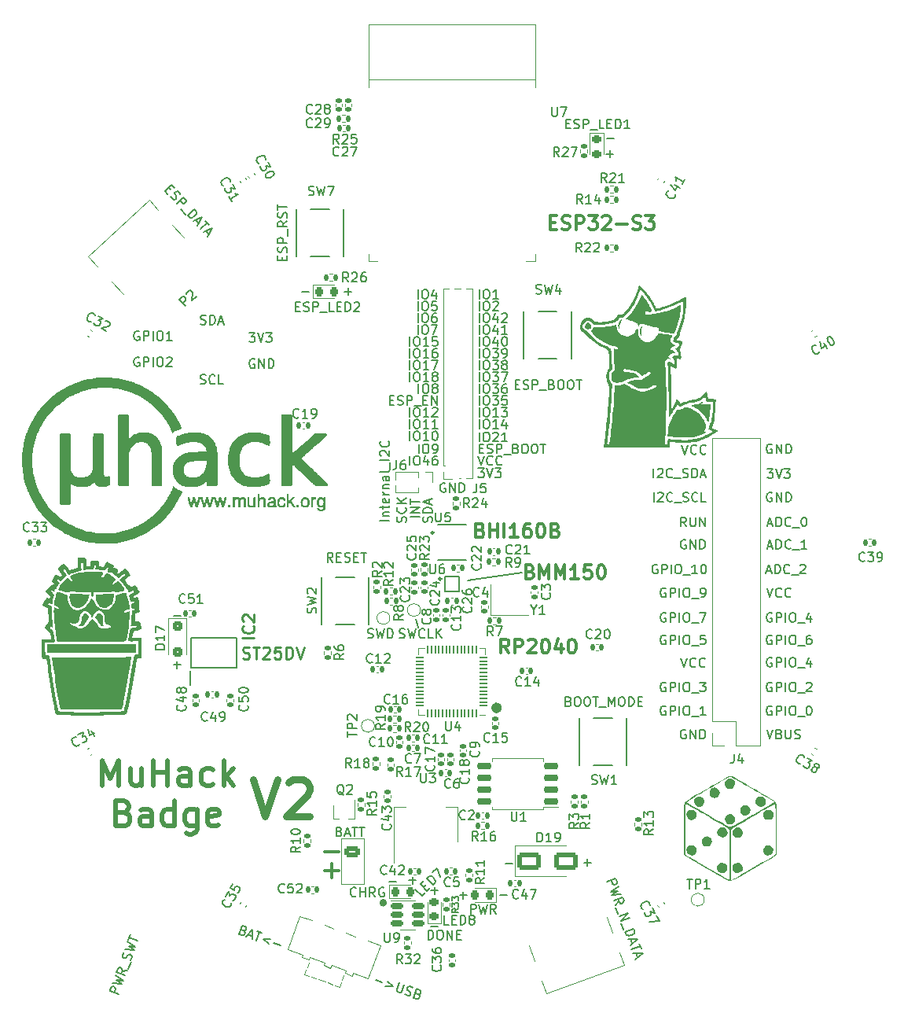
<source format=gbr>
%TF.GenerationSoftware,KiCad,Pcbnew,7.0.3*%
%TF.CreationDate,2023-07-06T16:10:13+02:00*%
%TF.ProjectId,Badge,42616467-652e-46b6-9963-61645f706362,rev?*%
%TF.SameCoordinates,Original*%
%TF.FileFunction,Legend,Top*%
%TF.FilePolarity,Positive*%
%FSLAX46Y46*%
G04 Gerber Fmt 4.6, Leading zero omitted, Abs format (unit mm)*
G04 Created by KiCad (PCBNEW 7.0.3) date 2023-07-06 16:10:13*
%MOMM*%
%LPD*%
G01*
G04 APERTURE LIST*
G04 Aperture macros list*
%AMRoundRect*
0 Rectangle with rounded corners*
0 $1 Rounding radius*
0 $2 $3 $4 $5 $6 $7 $8 $9 X,Y pos of 4 corners*
0 Add a 4 corners polygon primitive as box body*
4,1,4,$2,$3,$4,$5,$6,$7,$8,$9,$2,$3,0*
0 Add four circle primitives for the rounded corners*
1,1,$1+$1,$2,$3*
1,1,$1+$1,$4,$5*
1,1,$1+$1,$6,$7*
1,1,$1+$1,$8,$9*
0 Add four rect primitives between the rounded corners*
20,1,$1+$1,$2,$3,$4,$5,0*
20,1,$1+$1,$4,$5,$6,$7,0*
20,1,$1+$1,$6,$7,$8,$9,0*
20,1,$1+$1,$8,$9,$2,$3,0*%
%AMHorizOval*
0 Thick line with rounded ends*
0 $1 width*
0 $2 $3 position (X,Y) of the first rounded end (center of the circle)*
0 $4 $5 position (X,Y) of the second rounded end (center of the circle)*
0 Add line between two ends*
20,1,$1,$2,$3,$4,$5,0*
0 Add two circle primitives to create the rounded ends*
1,1,$1,$2,$3*
1,1,$1,$4,$5*%
%AMRotRect*
0 Rectangle, with rotation*
0 The origin of the aperture is its center*
0 $1 length*
0 $2 width*
0 $3 Rotation angle, in degrees counterclockwise*
0 Add horizontal line*
21,1,$1,$2,0,0,$3*%
%AMFreePoly0*
4,1,6,0.175000,0.019000,0.175000,-0.100000,-0.175000,-0.100000,-0.175000,0.100000,0.094000,0.100000,0.175000,0.019000,0.175000,0.019000,$1*%
%AMFreePoly1*
4,1,6,0.175000,-0.019000,0.094000,-0.100000,-0.175000,-0.100000,-0.175000,0.100000,0.175000,0.100000,0.175000,-0.019000,0.175000,-0.019000,$1*%
%AMFreePoly2*
4,1,6,0.100000,-0.175000,-0.100000,-0.175000,-0.100000,0.094000,-0.019000,0.175000,0.100000,0.175000,0.100000,-0.175000,0.100000,-0.175000,$1*%
%AMFreePoly3*
4,1,6,0.100000,0.094000,0.100000,-0.175000,-0.100000,-0.175000,-0.100000,0.175000,0.019000,0.175000,0.100000,0.094000,0.100000,0.094000,$1*%
%AMFreePoly4*
4,1,6,0.175000,-0.100000,-0.094000,-0.100000,-0.175000,-0.019000,-0.175000,0.100000,0.175000,0.100000,0.175000,-0.100000,0.175000,-0.100000,$1*%
%AMFreePoly5*
4,1,6,0.175000,-0.100000,-0.175000,-0.100000,-0.175000,0.019000,-0.094000,0.100000,0.175000,0.100000,0.175000,-0.100000,0.175000,-0.100000,$1*%
%AMFreePoly6*
4,1,6,0.100000,-0.094000,0.019000,-0.175000,-0.100000,-0.175000,-0.100000,0.175000,0.100000,0.175000,0.100000,-0.094000,0.100000,-0.094000,$1*%
%AMFreePoly7*
4,1,6,0.100000,-0.175000,-0.019000,-0.175000,-0.100000,-0.094000,-0.100000,0.175000,0.100000,0.175000,0.100000,-0.175000,0.100000,-0.175000,$1*%
G04 Aperture macros list end*
%ADD10C,0.391228*%
%ADD11C,0.150000*%
%ADD12C,0.567544*%
%ADD13C,0.540000*%
%ADD14C,0.300000*%
%ADD15C,0.800000*%
%ADD16C,0.254000*%
%ADD17C,0.200000*%
%ADD18C,0.120000*%
%ADD19C,0.250000*%
%ADD20R,0.650000X1.525000*%
%ADD21O,1.750000X1.200000*%
%ADD22RoundRect,0.250000X-0.625000X0.350000X-0.625000X-0.350000X0.625000X-0.350000X0.625000X0.350000X0*%
%ADD23RoundRect,0.140000X-0.140000X-0.170000X0.140000X-0.170000X0.140000X0.170000X-0.140000X0.170000X0*%
%ADD24RoundRect,0.140000X0.170000X-0.140000X0.170000X0.140000X-0.170000X0.140000X-0.170000X-0.140000X0*%
%ADD25RoundRect,0.135000X0.135000X0.185000X-0.135000X0.185000X-0.135000X-0.185000X0.135000X-0.185000X0*%
%ADD26RoundRect,0.218750X-0.256250X0.218750X-0.256250X-0.218750X0.256250X-0.218750X0.256250X0.218750X0*%
%ADD27RoundRect,0.140000X-0.170000X0.140000X-0.170000X-0.140000X0.170000X-0.140000X0.170000X0.140000X0*%
%ADD28RoundRect,0.135000X0.185000X-0.135000X0.185000X0.135000X-0.185000X0.135000X-0.185000X-0.135000X0*%
%ADD29RoundRect,0.140000X0.206244X0.077224X-0.036244X0.217224X-0.206244X-0.077224X0.036244X-0.217224X0*%
%ADD30RoundRect,0.140000X0.140000X0.170000X-0.140000X0.170000X-0.140000X-0.170000X0.140000X-0.170000X0*%
%ADD31C,0.600000*%
%ADD32RotRect,0.600000X1.160000X223.000000*%
%ADD33RotRect,0.300000X1.160000X43.000000*%
%ADD34HorizOval,0.900000X0.375099X-0.402245X-0.375099X0.402245X0*%
%ADD35HorizOval,0.900000X0.272799X-0.292541X-0.272799X0.292541X0*%
%ADD36RoundRect,0.140000X-0.217224X0.036244X-0.077224X-0.206244X0.217224X-0.036244X0.077224X0.206244X0*%
%ADD37RoundRect,0.050000X0.387500X0.050000X-0.387500X0.050000X-0.387500X-0.050000X0.387500X-0.050000X0*%
%ADD38RoundRect,0.050000X0.050000X0.387500X-0.050000X0.387500X-0.050000X-0.387500X0.050000X-0.387500X0*%
%ADD39R,3.200000X3.200000*%
%ADD40FreePoly0,0.000000*%
%ADD41R,0.350000X0.200000*%
%ADD42FreePoly1,0.000000*%
%ADD43FreePoly2,0.000000*%
%ADD44R,0.200000X0.350000*%
%ADD45FreePoly3,0.000000*%
%ADD46FreePoly4,0.000000*%
%ADD47FreePoly5,0.000000*%
%ADD48FreePoly6,0.000000*%
%ADD49FreePoly7,0.000000*%
%ADD50RoundRect,0.135000X-0.185000X0.135000X-0.185000X-0.135000X0.185000X-0.135000X0.185000X0.135000X0*%
%ADD51RoundRect,0.218750X-0.218750X-0.256250X0.218750X-0.256250X0.218750X0.256250X-0.218750X0.256250X0*%
%ADD52RoundRect,0.135000X-0.135000X-0.185000X0.135000X-0.185000X0.135000X0.185000X-0.135000X0.185000X0*%
%ADD53RoundRect,0.218750X0.256250X-0.218750X0.256250X0.218750X-0.256250X0.218750X-0.256250X-0.218750X0*%
%ADD54C,0.212500*%
%ADD55RoundRect,0.218750X0.218750X0.256250X-0.218750X0.256250X-0.218750X-0.256250X0.218750X-0.256250X0*%
%ADD56RoundRect,0.140000X-0.036244X-0.217224X0.206244X-0.077224X0.036244X0.217224X-0.206244X0.077224X0*%
%ADD57RoundRect,0.140000X-0.206244X-0.077224X0.036244X-0.217224X0.206244X0.077224X-0.036244X0.217224X0*%
%ADD58R,0.750000X1.000000*%
%ADD59RoundRect,0.140000X0.036244X0.217224X-0.206244X0.077224X-0.036244X-0.217224X0.206244X-0.077224X0*%
%ADD60HorizOval,0.900000X-0.136808X0.375877X0.136808X-0.375877X0*%
%ADD61HorizOval,0.900000X-0.188111X0.516831X0.188111X-0.516831X0*%
%ADD62RotRect,0.600000X1.160000X20.000000*%
%ADD63RotRect,0.300000X1.160000X200.000000*%
%ADD64RoundRect,0.250000X-0.300000X0.300000X-0.300000X-0.300000X0.300000X-0.300000X0.300000X0.300000X0*%
%ADD65C,1.000000*%
%ADD66R,1.000000X1.000000*%
%ADD67O,1.000000X1.000000*%
%ADD68R,1.400000X1.200000*%
%ADD69R,1.500000X0.900000*%
%ADD70R,0.900000X1.500000*%
%ADD71R,0.900000X0.900000*%
%ADD72C,0.900000*%
%ADD73RotRect,1.250000X2.500000X340.000000*%
%ADD74RoundRect,0.140000X0.077224X-0.206244X0.217224X0.036244X-0.077224X0.206244X-0.217224X-0.036244X0*%
%ADD75RoundRect,0.140000X0.217224X-0.036244X0.077224X0.206244X-0.217224X0.036244X-0.077224X-0.206244X0*%
%ADD76C,0.310000*%
%ADD77R,1.500000X2.000000*%
%ADD78R,3.800000X2.000000*%
%ADD79RoundRect,0.150000X-0.512500X-0.150000X0.512500X-0.150000X0.512500X0.150000X-0.512500X0.150000X0*%
%ADD80RoundRect,0.140000X-0.077224X0.206244X-0.217224X-0.036244X0.077224X-0.206244X0.217224X0.036244X0*%
%ADD81RoundRect,0.150000X0.650000X0.150000X-0.650000X0.150000X-0.650000X-0.150000X0.650000X-0.150000X0*%
%ADD82R,1.700000X1.700000*%
%ADD83O,1.700000X1.700000*%
%ADD84RoundRect,0.250000X-1.000000X-0.650000X1.000000X-0.650000X1.000000X0.650000X-1.000000X0.650000X0*%
%ADD85R,0.450000X0.700000*%
%ADD86R,1.727200X1.727200*%
%ADD87C,1.727200*%
%ADD88O,1.727200X1.727200*%
G04 APERTURE END LIST*
D10*
X92795614Y-138800000D02*
G75*
G03*
X92795614Y-138800000I-195614J0D01*
G01*
D11*
X77553377Y-141814641D02*
X77671332Y-141908249D01*
X77671332Y-141908249D02*
X77699793Y-141969283D01*
X77699793Y-141969283D02*
X77711967Y-142075064D01*
X77711967Y-142075064D02*
X77663107Y-142209306D01*
X77663107Y-142209306D02*
X77585786Y-142282514D01*
X77585786Y-142282514D02*
X77524752Y-142310974D01*
X77524752Y-142310974D02*
X77418971Y-142323148D01*
X77418971Y-142323148D02*
X77060993Y-142192855D01*
X77060993Y-142192855D02*
X77403013Y-141253162D01*
X77403013Y-141253162D02*
X77716244Y-141367169D01*
X77716244Y-141367169D02*
X77789452Y-141444489D01*
X77789452Y-141444489D02*
X77817912Y-141505523D01*
X77817912Y-141505523D02*
X77830086Y-141611305D01*
X77830086Y-141611305D02*
X77797513Y-141700799D01*
X77797513Y-141700799D02*
X77720192Y-141774007D01*
X77720192Y-141774007D02*
X77659158Y-141802468D01*
X77659158Y-141802468D02*
X77553377Y-141814641D01*
X77553377Y-141814641D02*
X77240146Y-141700635D01*
X78053658Y-142250105D02*
X78501131Y-142412971D01*
X77866444Y-142486015D02*
X78521695Y-141660329D01*
X78521695Y-141660329D02*
X78492906Y-142714028D01*
X79013915Y-141839482D02*
X79550882Y-142034922D01*
X78940378Y-142876895D02*
X79282398Y-141937202D01*
X80466063Y-142722747D02*
X79652386Y-142730644D01*
X79652386Y-142730644D02*
X80270623Y-143259714D01*
X80815815Y-143154097D02*
X81531771Y-143414684D01*
X91791286Y-147134877D02*
X92507243Y-147395463D01*
X93052435Y-147289846D02*
X93670671Y-147818917D01*
X93670671Y-147818917D02*
X92856995Y-147826814D01*
X94329871Y-147400069D02*
X94052997Y-148160772D01*
X94052997Y-148160772D02*
X94065171Y-148266554D01*
X94065171Y-148266554D02*
X94093632Y-148327588D01*
X94093632Y-148327588D02*
X94166840Y-148404908D01*
X94166840Y-148404908D02*
X94345829Y-148470055D01*
X94345829Y-148470055D02*
X94451610Y-148457881D01*
X94451610Y-148457881D02*
X94512644Y-148429420D01*
X94512644Y-148429420D02*
X94589964Y-148356213D01*
X94589964Y-148356213D02*
X94866838Y-147595509D01*
X94943830Y-148637034D02*
X95061785Y-148730642D01*
X95061785Y-148730642D02*
X95285521Y-148812075D01*
X95285521Y-148812075D02*
X95391302Y-148799901D01*
X95391302Y-148799901D02*
X95452336Y-148771441D01*
X95452336Y-148771441D02*
X95529657Y-148698233D01*
X95529657Y-148698233D02*
X95562230Y-148608738D01*
X95562230Y-148608738D02*
X95550056Y-148502957D01*
X95550056Y-148502957D02*
X95521596Y-148441923D01*
X95521596Y-148441923D02*
X95448388Y-148364602D01*
X95448388Y-148364602D02*
X95285685Y-148254708D01*
X95285685Y-148254708D02*
X95212478Y-148177388D01*
X95212478Y-148177388D02*
X95184017Y-148116354D01*
X95184017Y-148116354D02*
X95171843Y-148010573D01*
X95171843Y-148010573D02*
X95204416Y-147921078D01*
X95204416Y-147921078D02*
X95281737Y-147847870D01*
X95281737Y-147847870D02*
X95342771Y-147819410D01*
X95342771Y-147819410D02*
X95448552Y-147807236D01*
X95448552Y-147807236D02*
X95672289Y-147888669D01*
X95672289Y-147888669D02*
X95790244Y-147982276D01*
X96359620Y-148645589D02*
X96477575Y-148739196D01*
X96477575Y-148739196D02*
X96506036Y-148800230D01*
X96506036Y-148800230D02*
X96518210Y-148906011D01*
X96518210Y-148906011D02*
X96469350Y-149040253D01*
X96469350Y-149040253D02*
X96392029Y-149113461D01*
X96392029Y-149113461D02*
X96330995Y-149141921D01*
X96330995Y-149141921D02*
X96225214Y-149154095D01*
X96225214Y-149154095D02*
X95867236Y-149023802D01*
X95867236Y-149023802D02*
X96209256Y-148084109D01*
X96209256Y-148084109D02*
X96522487Y-148198116D01*
X96522487Y-148198116D02*
X96595695Y-148275437D01*
X96595695Y-148275437D02*
X96624155Y-148336470D01*
X96624155Y-148336470D02*
X96636329Y-148442252D01*
X96636329Y-148442252D02*
X96603756Y-148531746D01*
X96603756Y-148531746D02*
X96526435Y-148604954D01*
X96526435Y-148604954D02*
X96465401Y-148633415D01*
X96465401Y-148633415D02*
X96359620Y-148645589D01*
X96359620Y-148645589D02*
X96046389Y-148531582D01*
X93236779Y-136488866D02*
X93998684Y-136488866D01*
X95366779Y-136368866D02*
X96128684Y-136368866D01*
X95747731Y-136749819D02*
X95747731Y-135987914D01*
X107540000Y-103280000D02*
X101720000Y-104120000D01*
D12*
X105093772Y-117830000D02*
G75*
G03*
X105093772Y-117830000I-283772J0D01*
G01*
D11*
X96390000Y-109180000D02*
X96090000Y-108240000D01*
X134464588Y-115122438D02*
X134369350Y-115074819D01*
X134369350Y-115074819D02*
X134226493Y-115074819D01*
X134226493Y-115074819D02*
X134083636Y-115122438D01*
X134083636Y-115122438D02*
X133988398Y-115217676D01*
X133988398Y-115217676D02*
X133940779Y-115312914D01*
X133940779Y-115312914D02*
X133893160Y-115503390D01*
X133893160Y-115503390D02*
X133893160Y-115646247D01*
X133893160Y-115646247D02*
X133940779Y-115836723D01*
X133940779Y-115836723D02*
X133988398Y-115931961D01*
X133988398Y-115931961D02*
X134083636Y-116027200D01*
X134083636Y-116027200D02*
X134226493Y-116074819D01*
X134226493Y-116074819D02*
X134321731Y-116074819D01*
X134321731Y-116074819D02*
X134464588Y-116027200D01*
X134464588Y-116027200D02*
X134512207Y-115979580D01*
X134512207Y-115979580D02*
X134512207Y-115646247D01*
X134512207Y-115646247D02*
X134321731Y-115646247D01*
X134940779Y-116074819D02*
X134940779Y-115074819D01*
X134940779Y-115074819D02*
X135321731Y-115074819D01*
X135321731Y-115074819D02*
X135416969Y-115122438D01*
X135416969Y-115122438D02*
X135464588Y-115170057D01*
X135464588Y-115170057D02*
X135512207Y-115265295D01*
X135512207Y-115265295D02*
X135512207Y-115408152D01*
X135512207Y-115408152D02*
X135464588Y-115503390D01*
X135464588Y-115503390D02*
X135416969Y-115551009D01*
X135416969Y-115551009D02*
X135321731Y-115598628D01*
X135321731Y-115598628D02*
X134940779Y-115598628D01*
X135940779Y-116074819D02*
X135940779Y-115074819D01*
X136607445Y-115074819D02*
X136797921Y-115074819D01*
X136797921Y-115074819D02*
X136893159Y-115122438D01*
X136893159Y-115122438D02*
X136988397Y-115217676D01*
X136988397Y-115217676D02*
X137036016Y-115408152D01*
X137036016Y-115408152D02*
X137036016Y-115741485D01*
X137036016Y-115741485D02*
X136988397Y-115931961D01*
X136988397Y-115931961D02*
X136893159Y-116027200D01*
X136893159Y-116027200D02*
X136797921Y-116074819D01*
X136797921Y-116074819D02*
X136607445Y-116074819D01*
X136607445Y-116074819D02*
X136512207Y-116027200D01*
X136512207Y-116027200D02*
X136416969Y-115931961D01*
X136416969Y-115931961D02*
X136369350Y-115741485D01*
X136369350Y-115741485D02*
X136369350Y-115408152D01*
X136369350Y-115408152D02*
X136416969Y-115217676D01*
X136416969Y-115217676D02*
X136512207Y-115122438D01*
X136512207Y-115122438D02*
X136607445Y-115074819D01*
X137226493Y-116170057D02*
X137988397Y-116170057D01*
X138178874Y-115170057D02*
X138226493Y-115122438D01*
X138226493Y-115122438D02*
X138321731Y-115074819D01*
X138321731Y-115074819D02*
X138559826Y-115074819D01*
X138559826Y-115074819D02*
X138655064Y-115122438D01*
X138655064Y-115122438D02*
X138702683Y-115170057D01*
X138702683Y-115170057D02*
X138750302Y-115265295D01*
X138750302Y-115265295D02*
X138750302Y-115360533D01*
X138750302Y-115360533D02*
X138702683Y-115503390D01*
X138702683Y-115503390D02*
X138131255Y-116074819D01*
X138131255Y-116074819D02*
X138750302Y-116074819D01*
X102952779Y-89897009D02*
X103286112Y-89897009D01*
X103428969Y-90420819D02*
X102952779Y-90420819D01*
X102952779Y-90420819D02*
X102952779Y-89420819D01*
X102952779Y-89420819D02*
X103428969Y-89420819D01*
X103809922Y-90373200D02*
X103952779Y-90420819D01*
X103952779Y-90420819D02*
X104190874Y-90420819D01*
X104190874Y-90420819D02*
X104286112Y-90373200D01*
X104286112Y-90373200D02*
X104333731Y-90325580D01*
X104333731Y-90325580D02*
X104381350Y-90230342D01*
X104381350Y-90230342D02*
X104381350Y-90135104D01*
X104381350Y-90135104D02*
X104333731Y-90039866D01*
X104333731Y-90039866D02*
X104286112Y-89992247D01*
X104286112Y-89992247D02*
X104190874Y-89944628D01*
X104190874Y-89944628D02*
X104000398Y-89897009D01*
X104000398Y-89897009D02*
X103905160Y-89849390D01*
X103905160Y-89849390D02*
X103857541Y-89801771D01*
X103857541Y-89801771D02*
X103809922Y-89706533D01*
X103809922Y-89706533D02*
X103809922Y-89611295D01*
X103809922Y-89611295D02*
X103857541Y-89516057D01*
X103857541Y-89516057D02*
X103905160Y-89468438D01*
X103905160Y-89468438D02*
X104000398Y-89420819D01*
X104000398Y-89420819D02*
X104238493Y-89420819D01*
X104238493Y-89420819D02*
X104381350Y-89468438D01*
X104809922Y-90420819D02*
X104809922Y-89420819D01*
X104809922Y-89420819D02*
X105190874Y-89420819D01*
X105190874Y-89420819D02*
X105286112Y-89468438D01*
X105286112Y-89468438D02*
X105333731Y-89516057D01*
X105333731Y-89516057D02*
X105381350Y-89611295D01*
X105381350Y-89611295D02*
X105381350Y-89754152D01*
X105381350Y-89754152D02*
X105333731Y-89849390D01*
X105333731Y-89849390D02*
X105286112Y-89897009D01*
X105286112Y-89897009D02*
X105190874Y-89944628D01*
X105190874Y-89944628D02*
X104809922Y-89944628D01*
X105571827Y-90516057D02*
X106333731Y-90516057D01*
X106905160Y-89897009D02*
X107048017Y-89944628D01*
X107048017Y-89944628D02*
X107095636Y-89992247D01*
X107095636Y-89992247D02*
X107143255Y-90087485D01*
X107143255Y-90087485D02*
X107143255Y-90230342D01*
X107143255Y-90230342D02*
X107095636Y-90325580D01*
X107095636Y-90325580D02*
X107048017Y-90373200D01*
X107048017Y-90373200D02*
X106952779Y-90420819D01*
X106952779Y-90420819D02*
X106571827Y-90420819D01*
X106571827Y-90420819D02*
X106571827Y-89420819D01*
X106571827Y-89420819D02*
X106905160Y-89420819D01*
X106905160Y-89420819D02*
X107000398Y-89468438D01*
X107000398Y-89468438D02*
X107048017Y-89516057D01*
X107048017Y-89516057D02*
X107095636Y-89611295D01*
X107095636Y-89611295D02*
X107095636Y-89706533D01*
X107095636Y-89706533D02*
X107048017Y-89801771D01*
X107048017Y-89801771D02*
X107000398Y-89849390D01*
X107000398Y-89849390D02*
X106905160Y-89897009D01*
X106905160Y-89897009D02*
X106571827Y-89897009D01*
X107762303Y-89420819D02*
X107952779Y-89420819D01*
X107952779Y-89420819D02*
X108048017Y-89468438D01*
X108048017Y-89468438D02*
X108143255Y-89563676D01*
X108143255Y-89563676D02*
X108190874Y-89754152D01*
X108190874Y-89754152D02*
X108190874Y-90087485D01*
X108190874Y-90087485D02*
X108143255Y-90277961D01*
X108143255Y-90277961D02*
X108048017Y-90373200D01*
X108048017Y-90373200D02*
X107952779Y-90420819D01*
X107952779Y-90420819D02*
X107762303Y-90420819D01*
X107762303Y-90420819D02*
X107667065Y-90373200D01*
X107667065Y-90373200D02*
X107571827Y-90277961D01*
X107571827Y-90277961D02*
X107524208Y-90087485D01*
X107524208Y-90087485D02*
X107524208Y-89754152D01*
X107524208Y-89754152D02*
X107571827Y-89563676D01*
X107571827Y-89563676D02*
X107667065Y-89468438D01*
X107667065Y-89468438D02*
X107762303Y-89420819D01*
X108809922Y-89420819D02*
X109000398Y-89420819D01*
X109000398Y-89420819D02*
X109095636Y-89468438D01*
X109095636Y-89468438D02*
X109190874Y-89563676D01*
X109190874Y-89563676D02*
X109238493Y-89754152D01*
X109238493Y-89754152D02*
X109238493Y-90087485D01*
X109238493Y-90087485D02*
X109190874Y-90277961D01*
X109190874Y-90277961D02*
X109095636Y-90373200D01*
X109095636Y-90373200D02*
X109000398Y-90420819D01*
X109000398Y-90420819D02*
X108809922Y-90420819D01*
X108809922Y-90420819D02*
X108714684Y-90373200D01*
X108714684Y-90373200D02*
X108619446Y-90277961D01*
X108619446Y-90277961D02*
X108571827Y-90087485D01*
X108571827Y-90087485D02*
X108571827Y-89754152D01*
X108571827Y-89754152D02*
X108619446Y-89563676D01*
X108619446Y-89563676D02*
X108714684Y-89468438D01*
X108714684Y-89468438D02*
X108809922Y-89420819D01*
X109524208Y-89420819D02*
X110095636Y-89420819D01*
X109809922Y-90420819D02*
X109809922Y-89420819D01*
X70036779Y-113188866D02*
X70798684Y-113188866D01*
X70417731Y-113569819D02*
X70417731Y-112807914D01*
X99285588Y-93659438D02*
X99190350Y-93611819D01*
X99190350Y-93611819D02*
X99047493Y-93611819D01*
X99047493Y-93611819D02*
X98904636Y-93659438D01*
X98904636Y-93659438D02*
X98809398Y-93754676D01*
X98809398Y-93754676D02*
X98761779Y-93849914D01*
X98761779Y-93849914D02*
X98714160Y-94040390D01*
X98714160Y-94040390D02*
X98714160Y-94183247D01*
X98714160Y-94183247D02*
X98761779Y-94373723D01*
X98761779Y-94373723D02*
X98809398Y-94468961D01*
X98809398Y-94468961D02*
X98904636Y-94564200D01*
X98904636Y-94564200D02*
X99047493Y-94611819D01*
X99047493Y-94611819D02*
X99142731Y-94611819D01*
X99142731Y-94611819D02*
X99285588Y-94564200D01*
X99285588Y-94564200D02*
X99333207Y-94516580D01*
X99333207Y-94516580D02*
X99333207Y-94183247D01*
X99333207Y-94183247D02*
X99142731Y-94183247D01*
X99761779Y-94611819D02*
X99761779Y-93611819D01*
X99761779Y-93611819D02*
X100333207Y-94611819D01*
X100333207Y-94611819D02*
X100333207Y-93611819D01*
X100809398Y-94611819D02*
X100809398Y-93611819D01*
X100809398Y-93611819D02*
X101047493Y-93611819D01*
X101047493Y-93611819D02*
X101190350Y-93659438D01*
X101190350Y-93659438D02*
X101285588Y-93754676D01*
X101285588Y-93754676D02*
X101333207Y-93849914D01*
X101333207Y-93849914D02*
X101380826Y-94040390D01*
X101380826Y-94040390D02*
X101380826Y-94183247D01*
X101380826Y-94183247D02*
X101333207Y-94373723D01*
X101333207Y-94373723D02*
X101285588Y-94468961D01*
X101285588Y-94468961D02*
X101190350Y-94564200D01*
X101190350Y-94564200D02*
X101047493Y-94611819D01*
X101047493Y-94611819D02*
X100809398Y-94611819D01*
X102952779Y-81403819D02*
X102952779Y-80403819D01*
X103619445Y-80403819D02*
X103809921Y-80403819D01*
X103809921Y-80403819D02*
X103905159Y-80451438D01*
X103905159Y-80451438D02*
X104000397Y-80546676D01*
X104000397Y-80546676D02*
X104048016Y-80737152D01*
X104048016Y-80737152D02*
X104048016Y-81070485D01*
X104048016Y-81070485D02*
X104000397Y-81260961D01*
X104000397Y-81260961D02*
X103905159Y-81356200D01*
X103905159Y-81356200D02*
X103809921Y-81403819D01*
X103809921Y-81403819D02*
X103619445Y-81403819D01*
X103619445Y-81403819D02*
X103524207Y-81356200D01*
X103524207Y-81356200D02*
X103428969Y-81260961D01*
X103428969Y-81260961D02*
X103381350Y-81070485D01*
X103381350Y-81070485D02*
X103381350Y-80737152D01*
X103381350Y-80737152D02*
X103428969Y-80546676D01*
X103428969Y-80546676D02*
X103524207Y-80451438D01*
X103524207Y-80451438D02*
X103619445Y-80403819D01*
X104381350Y-80403819D02*
X105000397Y-80403819D01*
X105000397Y-80403819D02*
X104667064Y-80784771D01*
X104667064Y-80784771D02*
X104809921Y-80784771D01*
X104809921Y-80784771D02*
X104905159Y-80832390D01*
X104905159Y-80832390D02*
X104952778Y-80880009D01*
X104952778Y-80880009D02*
X105000397Y-80975247D01*
X105000397Y-80975247D02*
X105000397Y-81213342D01*
X105000397Y-81213342D02*
X104952778Y-81308580D01*
X104952778Y-81308580D02*
X104905159Y-81356200D01*
X104905159Y-81356200D02*
X104809921Y-81403819D01*
X104809921Y-81403819D02*
X104524207Y-81403819D01*
X104524207Y-81403819D02*
X104428969Y-81356200D01*
X104428969Y-81356200D02*
X104381350Y-81308580D01*
X105571826Y-80832390D02*
X105476588Y-80784771D01*
X105476588Y-80784771D02*
X105428969Y-80737152D01*
X105428969Y-80737152D02*
X105381350Y-80641914D01*
X105381350Y-80641914D02*
X105381350Y-80594295D01*
X105381350Y-80594295D02*
X105428969Y-80499057D01*
X105428969Y-80499057D02*
X105476588Y-80451438D01*
X105476588Y-80451438D02*
X105571826Y-80403819D01*
X105571826Y-80403819D02*
X105762302Y-80403819D01*
X105762302Y-80403819D02*
X105857540Y-80451438D01*
X105857540Y-80451438D02*
X105905159Y-80499057D01*
X105905159Y-80499057D02*
X105952778Y-80594295D01*
X105952778Y-80594295D02*
X105952778Y-80641914D01*
X105952778Y-80641914D02*
X105905159Y-80737152D01*
X105905159Y-80737152D02*
X105857540Y-80784771D01*
X105857540Y-80784771D02*
X105762302Y-80832390D01*
X105762302Y-80832390D02*
X105571826Y-80832390D01*
X105571826Y-80832390D02*
X105476588Y-80880009D01*
X105476588Y-80880009D02*
X105428969Y-80927628D01*
X105428969Y-80927628D02*
X105381350Y-81022866D01*
X105381350Y-81022866D02*
X105381350Y-81213342D01*
X105381350Y-81213342D02*
X105428969Y-81308580D01*
X105428969Y-81308580D02*
X105476588Y-81356200D01*
X105476588Y-81356200D02*
X105571826Y-81403819D01*
X105571826Y-81403819D02*
X105762302Y-81403819D01*
X105762302Y-81403819D02*
X105857540Y-81356200D01*
X105857540Y-81356200D02*
X105905159Y-81308580D01*
X105905159Y-81308580D02*
X105952778Y-81213342D01*
X105952778Y-81213342D02*
X105952778Y-81022866D01*
X105952778Y-81022866D02*
X105905159Y-80927628D01*
X105905159Y-80927628D02*
X105857540Y-80880009D01*
X105857540Y-80880009D02*
X105762302Y-80832390D01*
X125241207Y-98294819D02*
X124907874Y-97818628D01*
X124669779Y-98294819D02*
X124669779Y-97294819D01*
X124669779Y-97294819D02*
X125050731Y-97294819D01*
X125050731Y-97294819D02*
X125145969Y-97342438D01*
X125145969Y-97342438D02*
X125193588Y-97390057D01*
X125193588Y-97390057D02*
X125241207Y-97485295D01*
X125241207Y-97485295D02*
X125241207Y-97628152D01*
X125241207Y-97628152D02*
X125193588Y-97723390D01*
X125193588Y-97723390D02*
X125145969Y-97771009D01*
X125145969Y-97771009D02*
X125050731Y-97818628D01*
X125050731Y-97818628D02*
X124669779Y-97818628D01*
X125669779Y-97294819D02*
X125669779Y-98104342D01*
X125669779Y-98104342D02*
X125717398Y-98199580D01*
X125717398Y-98199580D02*
X125765017Y-98247200D01*
X125765017Y-98247200D02*
X125860255Y-98294819D01*
X125860255Y-98294819D02*
X126050731Y-98294819D01*
X126050731Y-98294819D02*
X126145969Y-98247200D01*
X126145969Y-98247200D02*
X126193588Y-98199580D01*
X126193588Y-98199580D02*
X126241207Y-98104342D01*
X126241207Y-98104342D02*
X126241207Y-97294819D01*
X126717398Y-98294819D02*
X126717398Y-97294819D01*
X126717398Y-97294819D02*
X127288826Y-98294819D01*
X127288826Y-98294819D02*
X127288826Y-97294819D01*
X93300779Y-84690009D02*
X93634112Y-84690009D01*
X93776969Y-85213819D02*
X93300779Y-85213819D01*
X93300779Y-85213819D02*
X93300779Y-84213819D01*
X93300779Y-84213819D02*
X93776969Y-84213819D01*
X94157922Y-85166200D02*
X94300779Y-85213819D01*
X94300779Y-85213819D02*
X94538874Y-85213819D01*
X94538874Y-85213819D02*
X94634112Y-85166200D01*
X94634112Y-85166200D02*
X94681731Y-85118580D01*
X94681731Y-85118580D02*
X94729350Y-85023342D01*
X94729350Y-85023342D02*
X94729350Y-84928104D01*
X94729350Y-84928104D02*
X94681731Y-84832866D01*
X94681731Y-84832866D02*
X94634112Y-84785247D01*
X94634112Y-84785247D02*
X94538874Y-84737628D01*
X94538874Y-84737628D02*
X94348398Y-84690009D01*
X94348398Y-84690009D02*
X94253160Y-84642390D01*
X94253160Y-84642390D02*
X94205541Y-84594771D01*
X94205541Y-84594771D02*
X94157922Y-84499533D01*
X94157922Y-84499533D02*
X94157922Y-84404295D01*
X94157922Y-84404295D02*
X94205541Y-84309057D01*
X94205541Y-84309057D02*
X94253160Y-84261438D01*
X94253160Y-84261438D02*
X94348398Y-84213819D01*
X94348398Y-84213819D02*
X94586493Y-84213819D01*
X94586493Y-84213819D02*
X94729350Y-84261438D01*
X95157922Y-85213819D02*
X95157922Y-84213819D01*
X95157922Y-84213819D02*
X95538874Y-84213819D01*
X95538874Y-84213819D02*
X95634112Y-84261438D01*
X95634112Y-84261438D02*
X95681731Y-84309057D01*
X95681731Y-84309057D02*
X95729350Y-84404295D01*
X95729350Y-84404295D02*
X95729350Y-84547152D01*
X95729350Y-84547152D02*
X95681731Y-84642390D01*
X95681731Y-84642390D02*
X95634112Y-84690009D01*
X95634112Y-84690009D02*
X95538874Y-84737628D01*
X95538874Y-84737628D02*
X95157922Y-84737628D01*
X95919827Y-85309057D02*
X96681731Y-85309057D01*
X96919827Y-84690009D02*
X97253160Y-84690009D01*
X97396017Y-85213819D02*
X96919827Y-85213819D01*
X96919827Y-85213819D02*
X96919827Y-84213819D01*
X96919827Y-84213819D02*
X97396017Y-84213819D01*
X97824589Y-85213819D02*
X97824589Y-84213819D01*
X97824589Y-84213819D02*
X98396017Y-85213819D01*
X98396017Y-85213819D02*
X98396017Y-84213819D01*
X102841541Y-92019819D02*
X103460588Y-92019819D01*
X103460588Y-92019819D02*
X103127255Y-92400771D01*
X103127255Y-92400771D02*
X103270112Y-92400771D01*
X103270112Y-92400771D02*
X103365350Y-92448390D01*
X103365350Y-92448390D02*
X103412969Y-92496009D01*
X103412969Y-92496009D02*
X103460588Y-92591247D01*
X103460588Y-92591247D02*
X103460588Y-92829342D01*
X103460588Y-92829342D02*
X103412969Y-92924580D01*
X103412969Y-92924580D02*
X103365350Y-92972200D01*
X103365350Y-92972200D02*
X103270112Y-93019819D01*
X103270112Y-93019819D02*
X102984398Y-93019819D01*
X102984398Y-93019819D02*
X102889160Y-92972200D01*
X102889160Y-92972200D02*
X102841541Y-92924580D01*
X103746303Y-92019819D02*
X104079636Y-93019819D01*
X104079636Y-93019819D02*
X104412969Y-92019819D01*
X104651065Y-92019819D02*
X105270112Y-92019819D01*
X105270112Y-92019819D02*
X104936779Y-92400771D01*
X104936779Y-92400771D02*
X105079636Y-92400771D01*
X105079636Y-92400771D02*
X105174874Y-92448390D01*
X105174874Y-92448390D02*
X105222493Y-92496009D01*
X105222493Y-92496009D02*
X105270112Y-92591247D01*
X105270112Y-92591247D02*
X105270112Y-92829342D01*
X105270112Y-92829342D02*
X105222493Y-92924580D01*
X105222493Y-92924580D02*
X105174874Y-92972200D01*
X105174874Y-92972200D02*
X105079636Y-93019819D01*
X105079636Y-93019819D02*
X104793922Y-93019819D01*
X104793922Y-93019819D02*
X104698684Y-92972200D01*
X104698684Y-92972200D02*
X104651065Y-92924580D01*
X133893160Y-103089104D02*
X134369350Y-103089104D01*
X133797922Y-103374819D02*
X134131255Y-102374819D01*
X134131255Y-102374819D02*
X134464588Y-103374819D01*
X134797922Y-103374819D02*
X134797922Y-102374819D01*
X134797922Y-102374819D02*
X135036017Y-102374819D01*
X135036017Y-102374819D02*
X135178874Y-102422438D01*
X135178874Y-102422438D02*
X135274112Y-102517676D01*
X135274112Y-102517676D02*
X135321731Y-102612914D01*
X135321731Y-102612914D02*
X135369350Y-102803390D01*
X135369350Y-102803390D02*
X135369350Y-102946247D01*
X135369350Y-102946247D02*
X135321731Y-103136723D01*
X135321731Y-103136723D02*
X135274112Y-103231961D01*
X135274112Y-103231961D02*
X135178874Y-103327200D01*
X135178874Y-103327200D02*
X135036017Y-103374819D01*
X135036017Y-103374819D02*
X134797922Y-103374819D01*
X136369350Y-103279580D02*
X136321731Y-103327200D01*
X136321731Y-103327200D02*
X136178874Y-103374819D01*
X136178874Y-103374819D02*
X136083636Y-103374819D01*
X136083636Y-103374819D02*
X135940779Y-103327200D01*
X135940779Y-103327200D02*
X135845541Y-103231961D01*
X135845541Y-103231961D02*
X135797922Y-103136723D01*
X135797922Y-103136723D02*
X135750303Y-102946247D01*
X135750303Y-102946247D02*
X135750303Y-102803390D01*
X135750303Y-102803390D02*
X135797922Y-102612914D01*
X135797922Y-102612914D02*
X135845541Y-102517676D01*
X135845541Y-102517676D02*
X135940779Y-102422438D01*
X135940779Y-102422438D02*
X136083636Y-102374819D01*
X136083636Y-102374819D02*
X136178874Y-102374819D01*
X136178874Y-102374819D02*
X136321731Y-102422438D01*
X136321731Y-102422438D02*
X136369350Y-102470057D01*
X136559827Y-103470057D02*
X137321731Y-103470057D01*
X137512208Y-102470057D02*
X137559827Y-102422438D01*
X137559827Y-102422438D02*
X137655065Y-102374819D01*
X137655065Y-102374819D02*
X137893160Y-102374819D01*
X137893160Y-102374819D02*
X137988398Y-102422438D01*
X137988398Y-102422438D02*
X138036017Y-102470057D01*
X138036017Y-102470057D02*
X138083636Y-102565295D01*
X138083636Y-102565295D02*
X138083636Y-102660533D01*
X138083636Y-102660533D02*
X138036017Y-102803390D01*
X138036017Y-102803390D02*
X137464589Y-103374819D01*
X137464589Y-103374819D02*
X138083636Y-103374819D01*
X96348779Y-75053819D02*
X96348779Y-74053819D01*
X97015445Y-74053819D02*
X97205921Y-74053819D01*
X97205921Y-74053819D02*
X97301159Y-74101438D01*
X97301159Y-74101438D02*
X97396397Y-74196676D01*
X97396397Y-74196676D02*
X97444016Y-74387152D01*
X97444016Y-74387152D02*
X97444016Y-74720485D01*
X97444016Y-74720485D02*
X97396397Y-74910961D01*
X97396397Y-74910961D02*
X97301159Y-75006200D01*
X97301159Y-75006200D02*
X97205921Y-75053819D01*
X97205921Y-75053819D02*
X97015445Y-75053819D01*
X97015445Y-75053819D02*
X96920207Y-75006200D01*
X96920207Y-75006200D02*
X96824969Y-74910961D01*
X96824969Y-74910961D02*
X96777350Y-74720485D01*
X96777350Y-74720485D02*
X96777350Y-74387152D01*
X96777350Y-74387152D02*
X96824969Y-74196676D01*
X96824969Y-74196676D02*
X96920207Y-74101438D01*
X96920207Y-74101438D02*
X97015445Y-74053819D01*
X98348778Y-74053819D02*
X97872588Y-74053819D01*
X97872588Y-74053819D02*
X97824969Y-74530009D01*
X97824969Y-74530009D02*
X97872588Y-74482390D01*
X97872588Y-74482390D02*
X97967826Y-74434771D01*
X97967826Y-74434771D02*
X98205921Y-74434771D01*
X98205921Y-74434771D02*
X98301159Y-74482390D01*
X98301159Y-74482390D02*
X98348778Y-74530009D01*
X98348778Y-74530009D02*
X98396397Y-74625247D01*
X98396397Y-74625247D02*
X98396397Y-74863342D01*
X98396397Y-74863342D02*
X98348778Y-74958580D01*
X98348778Y-74958580D02*
X98301159Y-75006200D01*
X98301159Y-75006200D02*
X98205921Y-75053819D01*
X98205921Y-75053819D02*
X97967826Y-75053819D01*
X97967826Y-75053819D02*
X97872588Y-75006200D01*
X97872588Y-75006200D02*
X97824969Y-74958580D01*
X96411821Y-83939252D02*
X96411821Y-82939252D01*
X97078487Y-82939252D02*
X97268963Y-82939252D01*
X97268963Y-82939252D02*
X97364201Y-82986871D01*
X97364201Y-82986871D02*
X97459439Y-83082109D01*
X97459439Y-83082109D02*
X97507058Y-83272585D01*
X97507058Y-83272585D02*
X97507058Y-83605918D01*
X97507058Y-83605918D02*
X97459439Y-83796394D01*
X97459439Y-83796394D02*
X97364201Y-83891633D01*
X97364201Y-83891633D02*
X97268963Y-83939252D01*
X97268963Y-83939252D02*
X97078487Y-83939252D01*
X97078487Y-83939252D02*
X96983249Y-83891633D01*
X96983249Y-83891633D02*
X96888011Y-83796394D01*
X96888011Y-83796394D02*
X96840392Y-83605918D01*
X96840392Y-83605918D02*
X96840392Y-83272585D01*
X96840392Y-83272585D02*
X96888011Y-83082109D01*
X96888011Y-83082109D02*
X96983249Y-82986871D01*
X96983249Y-82986871D02*
X97078487Y-82939252D01*
X98078487Y-83367823D02*
X97983249Y-83320204D01*
X97983249Y-83320204D02*
X97935630Y-83272585D01*
X97935630Y-83272585D02*
X97888011Y-83177347D01*
X97888011Y-83177347D02*
X97888011Y-83129728D01*
X97888011Y-83129728D02*
X97935630Y-83034490D01*
X97935630Y-83034490D02*
X97983249Y-82986871D01*
X97983249Y-82986871D02*
X98078487Y-82939252D01*
X98078487Y-82939252D02*
X98268963Y-82939252D01*
X98268963Y-82939252D02*
X98364201Y-82986871D01*
X98364201Y-82986871D02*
X98411820Y-83034490D01*
X98411820Y-83034490D02*
X98459439Y-83129728D01*
X98459439Y-83129728D02*
X98459439Y-83177347D01*
X98459439Y-83177347D02*
X98411820Y-83272585D01*
X98411820Y-83272585D02*
X98364201Y-83320204D01*
X98364201Y-83320204D02*
X98268963Y-83367823D01*
X98268963Y-83367823D02*
X98078487Y-83367823D01*
X98078487Y-83367823D02*
X97983249Y-83415442D01*
X97983249Y-83415442D02*
X97935630Y-83463061D01*
X97935630Y-83463061D02*
X97888011Y-83558299D01*
X97888011Y-83558299D02*
X97888011Y-83748775D01*
X97888011Y-83748775D02*
X97935630Y-83844013D01*
X97935630Y-83844013D02*
X97983249Y-83891633D01*
X97983249Y-83891633D02*
X98078487Y-83939252D01*
X98078487Y-83939252D02*
X98268963Y-83939252D01*
X98268963Y-83939252D02*
X98364201Y-83891633D01*
X98364201Y-83891633D02*
X98411820Y-83844013D01*
X98411820Y-83844013D02*
X98459439Y-83748775D01*
X98459439Y-83748775D02*
X98459439Y-83558299D01*
X98459439Y-83558299D02*
X98411820Y-83463061D01*
X98411820Y-83463061D02*
X98364201Y-83415442D01*
X98364201Y-83415442D02*
X98268963Y-83367823D01*
X134464588Y-117662438D02*
X134369350Y-117614819D01*
X134369350Y-117614819D02*
X134226493Y-117614819D01*
X134226493Y-117614819D02*
X134083636Y-117662438D01*
X134083636Y-117662438D02*
X133988398Y-117757676D01*
X133988398Y-117757676D02*
X133940779Y-117852914D01*
X133940779Y-117852914D02*
X133893160Y-118043390D01*
X133893160Y-118043390D02*
X133893160Y-118186247D01*
X133893160Y-118186247D02*
X133940779Y-118376723D01*
X133940779Y-118376723D02*
X133988398Y-118471961D01*
X133988398Y-118471961D02*
X134083636Y-118567200D01*
X134083636Y-118567200D02*
X134226493Y-118614819D01*
X134226493Y-118614819D02*
X134321731Y-118614819D01*
X134321731Y-118614819D02*
X134464588Y-118567200D01*
X134464588Y-118567200D02*
X134512207Y-118519580D01*
X134512207Y-118519580D02*
X134512207Y-118186247D01*
X134512207Y-118186247D02*
X134321731Y-118186247D01*
X134940779Y-118614819D02*
X134940779Y-117614819D01*
X134940779Y-117614819D02*
X135321731Y-117614819D01*
X135321731Y-117614819D02*
X135416969Y-117662438D01*
X135416969Y-117662438D02*
X135464588Y-117710057D01*
X135464588Y-117710057D02*
X135512207Y-117805295D01*
X135512207Y-117805295D02*
X135512207Y-117948152D01*
X135512207Y-117948152D02*
X135464588Y-118043390D01*
X135464588Y-118043390D02*
X135416969Y-118091009D01*
X135416969Y-118091009D02*
X135321731Y-118138628D01*
X135321731Y-118138628D02*
X134940779Y-118138628D01*
X135940779Y-118614819D02*
X135940779Y-117614819D01*
X136607445Y-117614819D02*
X136797921Y-117614819D01*
X136797921Y-117614819D02*
X136893159Y-117662438D01*
X136893159Y-117662438D02*
X136988397Y-117757676D01*
X136988397Y-117757676D02*
X137036016Y-117948152D01*
X137036016Y-117948152D02*
X137036016Y-118281485D01*
X137036016Y-118281485D02*
X136988397Y-118471961D01*
X136988397Y-118471961D02*
X136893159Y-118567200D01*
X136893159Y-118567200D02*
X136797921Y-118614819D01*
X136797921Y-118614819D02*
X136607445Y-118614819D01*
X136607445Y-118614819D02*
X136512207Y-118567200D01*
X136512207Y-118567200D02*
X136416969Y-118471961D01*
X136416969Y-118471961D02*
X136369350Y-118281485D01*
X136369350Y-118281485D02*
X136369350Y-117948152D01*
X136369350Y-117948152D02*
X136416969Y-117757676D01*
X136416969Y-117757676D02*
X136512207Y-117662438D01*
X136512207Y-117662438D02*
X136607445Y-117614819D01*
X137226493Y-118710057D02*
X137988397Y-118710057D01*
X138416969Y-117614819D02*
X138512207Y-117614819D01*
X138512207Y-117614819D02*
X138607445Y-117662438D01*
X138607445Y-117662438D02*
X138655064Y-117710057D01*
X138655064Y-117710057D02*
X138702683Y-117805295D01*
X138702683Y-117805295D02*
X138750302Y-117995771D01*
X138750302Y-117995771D02*
X138750302Y-118233866D01*
X138750302Y-118233866D02*
X138702683Y-118424342D01*
X138702683Y-118424342D02*
X138655064Y-118519580D01*
X138655064Y-118519580D02*
X138607445Y-118567200D01*
X138607445Y-118567200D02*
X138512207Y-118614819D01*
X138512207Y-118614819D02*
X138416969Y-118614819D01*
X138416969Y-118614819D02*
X138321731Y-118567200D01*
X138321731Y-118567200D02*
X138274112Y-118519580D01*
X138274112Y-118519580D02*
X138226493Y-118424342D01*
X138226493Y-118424342D02*
X138178874Y-118233866D01*
X138178874Y-118233866D02*
X138178874Y-117995771D01*
X138178874Y-117995771D02*
X138226493Y-117805295D01*
X138226493Y-117805295D02*
X138274112Y-117710057D01*
X138274112Y-117710057D02*
X138321731Y-117662438D01*
X138321731Y-117662438D02*
X138416969Y-117614819D01*
X95459779Y-78863819D02*
X95459779Y-77863819D01*
X96126445Y-77863819D02*
X96316921Y-77863819D01*
X96316921Y-77863819D02*
X96412159Y-77911438D01*
X96412159Y-77911438D02*
X96507397Y-78006676D01*
X96507397Y-78006676D02*
X96555016Y-78197152D01*
X96555016Y-78197152D02*
X96555016Y-78530485D01*
X96555016Y-78530485D02*
X96507397Y-78720961D01*
X96507397Y-78720961D02*
X96412159Y-78816200D01*
X96412159Y-78816200D02*
X96316921Y-78863819D01*
X96316921Y-78863819D02*
X96126445Y-78863819D01*
X96126445Y-78863819D02*
X96031207Y-78816200D01*
X96031207Y-78816200D02*
X95935969Y-78720961D01*
X95935969Y-78720961D02*
X95888350Y-78530485D01*
X95888350Y-78530485D02*
X95888350Y-78197152D01*
X95888350Y-78197152D02*
X95935969Y-78006676D01*
X95935969Y-78006676D02*
X96031207Y-77911438D01*
X96031207Y-77911438D02*
X96126445Y-77863819D01*
X97507397Y-78863819D02*
X96935969Y-78863819D01*
X97221683Y-78863819D02*
X97221683Y-77863819D01*
X97221683Y-77863819D02*
X97126445Y-78006676D01*
X97126445Y-78006676D02*
X97031207Y-78101914D01*
X97031207Y-78101914D02*
X96935969Y-78149533D01*
X98412159Y-77863819D02*
X97935969Y-77863819D01*
X97935969Y-77863819D02*
X97888350Y-78340009D01*
X97888350Y-78340009D02*
X97935969Y-78292390D01*
X97935969Y-78292390D02*
X98031207Y-78244771D01*
X98031207Y-78244771D02*
X98269302Y-78244771D01*
X98269302Y-78244771D02*
X98364540Y-78292390D01*
X98364540Y-78292390D02*
X98412159Y-78340009D01*
X98412159Y-78340009D02*
X98459778Y-78435247D01*
X98459778Y-78435247D02*
X98459778Y-78673342D01*
X98459778Y-78673342D02*
X98412159Y-78768580D01*
X98412159Y-78768580D02*
X98364540Y-78816200D01*
X98364540Y-78816200D02*
X98269302Y-78863819D01*
X98269302Y-78863819D02*
X98031207Y-78863819D01*
X98031207Y-78863819D02*
X97935969Y-78816200D01*
X97935969Y-78816200D02*
X97888350Y-78768580D01*
X124693922Y-112449819D02*
X125027255Y-113449819D01*
X125027255Y-113449819D02*
X125360588Y-112449819D01*
X126265350Y-113354580D02*
X126217731Y-113402200D01*
X126217731Y-113402200D02*
X126074874Y-113449819D01*
X126074874Y-113449819D02*
X125979636Y-113449819D01*
X125979636Y-113449819D02*
X125836779Y-113402200D01*
X125836779Y-113402200D02*
X125741541Y-113306961D01*
X125741541Y-113306961D02*
X125693922Y-113211723D01*
X125693922Y-113211723D02*
X125646303Y-113021247D01*
X125646303Y-113021247D02*
X125646303Y-112878390D01*
X125646303Y-112878390D02*
X125693922Y-112687914D01*
X125693922Y-112687914D02*
X125741541Y-112592676D01*
X125741541Y-112592676D02*
X125836779Y-112497438D01*
X125836779Y-112497438D02*
X125979636Y-112449819D01*
X125979636Y-112449819D02*
X126074874Y-112449819D01*
X126074874Y-112449819D02*
X126217731Y-112497438D01*
X126217731Y-112497438D02*
X126265350Y-112545057D01*
X127265350Y-113354580D02*
X127217731Y-113402200D01*
X127217731Y-113402200D02*
X127074874Y-113449819D01*
X127074874Y-113449819D02*
X126979636Y-113449819D01*
X126979636Y-113449819D02*
X126836779Y-113402200D01*
X126836779Y-113402200D02*
X126741541Y-113306961D01*
X126741541Y-113306961D02*
X126693922Y-113211723D01*
X126693922Y-113211723D02*
X126646303Y-113021247D01*
X126646303Y-113021247D02*
X126646303Y-112878390D01*
X126646303Y-112878390D02*
X126693922Y-112687914D01*
X126693922Y-112687914D02*
X126741541Y-112592676D01*
X126741541Y-112592676D02*
X126836779Y-112497438D01*
X126836779Y-112497438D02*
X126979636Y-112449819D01*
X126979636Y-112449819D02*
X127074874Y-112449819D01*
X127074874Y-112449819D02*
X127217731Y-112497438D01*
X127217731Y-112497438D02*
X127265350Y-112545057D01*
X124773922Y-89519819D02*
X125107255Y-90519819D01*
X125107255Y-90519819D02*
X125440588Y-89519819D01*
X126345350Y-90424580D02*
X126297731Y-90472200D01*
X126297731Y-90472200D02*
X126154874Y-90519819D01*
X126154874Y-90519819D02*
X126059636Y-90519819D01*
X126059636Y-90519819D02*
X125916779Y-90472200D01*
X125916779Y-90472200D02*
X125821541Y-90376961D01*
X125821541Y-90376961D02*
X125773922Y-90281723D01*
X125773922Y-90281723D02*
X125726303Y-90091247D01*
X125726303Y-90091247D02*
X125726303Y-89948390D01*
X125726303Y-89948390D02*
X125773922Y-89757914D01*
X125773922Y-89757914D02*
X125821541Y-89662676D01*
X125821541Y-89662676D02*
X125916779Y-89567438D01*
X125916779Y-89567438D02*
X126059636Y-89519819D01*
X126059636Y-89519819D02*
X126154874Y-89519819D01*
X126154874Y-89519819D02*
X126297731Y-89567438D01*
X126297731Y-89567438D02*
X126345350Y-89615057D01*
X127345350Y-90424580D02*
X127297731Y-90472200D01*
X127297731Y-90472200D02*
X127154874Y-90519819D01*
X127154874Y-90519819D02*
X127059636Y-90519819D01*
X127059636Y-90519819D02*
X126916779Y-90472200D01*
X126916779Y-90472200D02*
X126821541Y-90376961D01*
X126821541Y-90376961D02*
X126773922Y-90281723D01*
X126773922Y-90281723D02*
X126726303Y-90091247D01*
X126726303Y-90091247D02*
X126726303Y-89948390D01*
X126726303Y-89948390D02*
X126773922Y-89757914D01*
X126773922Y-89757914D02*
X126821541Y-89662676D01*
X126821541Y-89662676D02*
X126916779Y-89567438D01*
X126916779Y-89567438D02*
X127059636Y-89519819D01*
X127059636Y-89519819D02*
X127154874Y-89519819D01*
X127154874Y-89519819D02*
X127297731Y-89567438D01*
X127297731Y-89567438D02*
X127345350Y-89615057D01*
X97736779Y-141388866D02*
X98498684Y-141388866D01*
D13*
X62318121Y-126174491D02*
X62318121Y-123474491D01*
X62318121Y-123474491D02*
X63218121Y-125403062D01*
X63218121Y-125403062D02*
X64118121Y-123474491D01*
X64118121Y-123474491D02*
X64118121Y-126174491D01*
X66560978Y-124374491D02*
X66560978Y-126174491D01*
X65403835Y-124374491D02*
X65403835Y-125788777D01*
X65403835Y-125788777D02*
X65532406Y-126045920D01*
X65532406Y-126045920D02*
X65789549Y-126174491D01*
X65789549Y-126174491D02*
X66175263Y-126174491D01*
X66175263Y-126174491D02*
X66432406Y-126045920D01*
X66432406Y-126045920D02*
X66560978Y-125917348D01*
X67846692Y-126174491D02*
X67846692Y-123474491D01*
X67846692Y-124760205D02*
X69389549Y-124760205D01*
X69389549Y-126174491D02*
X69389549Y-123474491D01*
X71832406Y-126174491D02*
X71832406Y-124760205D01*
X71832406Y-124760205D02*
X71703834Y-124503062D01*
X71703834Y-124503062D02*
X71446691Y-124374491D01*
X71446691Y-124374491D02*
X70932406Y-124374491D01*
X70932406Y-124374491D02*
X70675263Y-124503062D01*
X71832406Y-126045920D02*
X71575263Y-126174491D01*
X71575263Y-126174491D02*
X70932406Y-126174491D01*
X70932406Y-126174491D02*
X70675263Y-126045920D01*
X70675263Y-126045920D02*
X70546691Y-125788777D01*
X70546691Y-125788777D02*
X70546691Y-125531634D01*
X70546691Y-125531634D02*
X70675263Y-125274491D01*
X70675263Y-125274491D02*
X70932406Y-125145920D01*
X70932406Y-125145920D02*
X71575263Y-125145920D01*
X71575263Y-125145920D02*
X71832406Y-125017348D01*
X74275263Y-126045920D02*
X74018120Y-126174491D01*
X74018120Y-126174491D02*
X73503834Y-126174491D01*
X73503834Y-126174491D02*
X73246691Y-126045920D01*
X73246691Y-126045920D02*
X73118120Y-125917348D01*
X73118120Y-125917348D02*
X72989548Y-125660205D01*
X72989548Y-125660205D02*
X72989548Y-124888777D01*
X72989548Y-124888777D02*
X73118120Y-124631634D01*
X73118120Y-124631634D02*
X73246691Y-124503062D01*
X73246691Y-124503062D02*
X73503834Y-124374491D01*
X73503834Y-124374491D02*
X74018120Y-124374491D01*
X74018120Y-124374491D02*
X74275263Y-124503062D01*
X75432406Y-126174491D02*
X75432406Y-123474491D01*
X75689549Y-125145920D02*
X76460977Y-126174491D01*
X76460977Y-124374491D02*
X75432406Y-125403062D01*
X64696692Y-129107205D02*
X65082406Y-129235777D01*
X65082406Y-129235777D02*
X65210977Y-129364348D01*
X65210977Y-129364348D02*
X65339549Y-129621491D01*
X65339549Y-129621491D02*
X65339549Y-130007205D01*
X65339549Y-130007205D02*
X65210977Y-130264348D01*
X65210977Y-130264348D02*
X65082406Y-130392920D01*
X65082406Y-130392920D02*
X64825263Y-130521491D01*
X64825263Y-130521491D02*
X63796692Y-130521491D01*
X63796692Y-130521491D02*
X63796692Y-127821491D01*
X63796692Y-127821491D02*
X64696692Y-127821491D01*
X64696692Y-127821491D02*
X64953835Y-127950062D01*
X64953835Y-127950062D02*
X65082406Y-128078634D01*
X65082406Y-128078634D02*
X65210977Y-128335777D01*
X65210977Y-128335777D02*
X65210977Y-128592920D01*
X65210977Y-128592920D02*
X65082406Y-128850062D01*
X65082406Y-128850062D02*
X64953835Y-128978634D01*
X64953835Y-128978634D02*
X64696692Y-129107205D01*
X64696692Y-129107205D02*
X63796692Y-129107205D01*
X67653835Y-130521491D02*
X67653835Y-129107205D01*
X67653835Y-129107205D02*
X67525263Y-128850062D01*
X67525263Y-128850062D02*
X67268120Y-128721491D01*
X67268120Y-128721491D02*
X66753835Y-128721491D01*
X66753835Y-128721491D02*
X66496692Y-128850062D01*
X67653835Y-130392920D02*
X67396692Y-130521491D01*
X67396692Y-130521491D02*
X66753835Y-130521491D01*
X66753835Y-130521491D02*
X66496692Y-130392920D01*
X66496692Y-130392920D02*
X66368120Y-130135777D01*
X66368120Y-130135777D02*
X66368120Y-129878634D01*
X66368120Y-129878634D02*
X66496692Y-129621491D01*
X66496692Y-129621491D02*
X66753835Y-129492920D01*
X66753835Y-129492920D02*
X67396692Y-129492920D01*
X67396692Y-129492920D02*
X67653835Y-129364348D01*
X70096692Y-130521491D02*
X70096692Y-127821491D01*
X70096692Y-130392920D02*
X69839549Y-130521491D01*
X69839549Y-130521491D02*
X69325263Y-130521491D01*
X69325263Y-130521491D02*
X69068120Y-130392920D01*
X69068120Y-130392920D02*
X68939549Y-130264348D01*
X68939549Y-130264348D02*
X68810977Y-130007205D01*
X68810977Y-130007205D02*
X68810977Y-129235777D01*
X68810977Y-129235777D02*
X68939549Y-128978634D01*
X68939549Y-128978634D02*
X69068120Y-128850062D01*
X69068120Y-128850062D02*
X69325263Y-128721491D01*
X69325263Y-128721491D02*
X69839549Y-128721491D01*
X69839549Y-128721491D02*
X70096692Y-128850062D01*
X72539549Y-128721491D02*
X72539549Y-130907205D01*
X72539549Y-130907205D02*
X72410977Y-131164348D01*
X72410977Y-131164348D02*
X72282406Y-131292920D01*
X72282406Y-131292920D02*
X72025263Y-131421491D01*
X72025263Y-131421491D02*
X71639549Y-131421491D01*
X71639549Y-131421491D02*
X71382406Y-131292920D01*
X72539549Y-130392920D02*
X72282406Y-130521491D01*
X72282406Y-130521491D02*
X71768120Y-130521491D01*
X71768120Y-130521491D02*
X71510977Y-130392920D01*
X71510977Y-130392920D02*
X71382406Y-130264348D01*
X71382406Y-130264348D02*
X71253834Y-130007205D01*
X71253834Y-130007205D02*
X71253834Y-129235777D01*
X71253834Y-129235777D02*
X71382406Y-128978634D01*
X71382406Y-128978634D02*
X71510977Y-128850062D01*
X71510977Y-128850062D02*
X71768120Y-128721491D01*
X71768120Y-128721491D02*
X72282406Y-128721491D01*
X72282406Y-128721491D02*
X72539549Y-128850062D01*
X74853834Y-130392920D02*
X74596691Y-130521491D01*
X74596691Y-130521491D02*
X74082406Y-130521491D01*
X74082406Y-130521491D02*
X73825263Y-130392920D01*
X73825263Y-130392920D02*
X73696691Y-130135777D01*
X73696691Y-130135777D02*
X73696691Y-129107205D01*
X73696691Y-129107205D02*
X73825263Y-128850062D01*
X73825263Y-128850062D02*
X74082406Y-128721491D01*
X74082406Y-128721491D02*
X74596691Y-128721491D01*
X74596691Y-128721491D02*
X74853834Y-128850062D01*
X74853834Y-128850062D02*
X74982406Y-129107205D01*
X74982406Y-129107205D02*
X74982406Y-129364348D01*
X74982406Y-129364348D02*
X73696691Y-129621491D01*
D11*
X125193588Y-99755438D02*
X125098350Y-99707819D01*
X125098350Y-99707819D02*
X124955493Y-99707819D01*
X124955493Y-99707819D02*
X124812636Y-99755438D01*
X124812636Y-99755438D02*
X124717398Y-99850676D01*
X124717398Y-99850676D02*
X124669779Y-99945914D01*
X124669779Y-99945914D02*
X124622160Y-100136390D01*
X124622160Y-100136390D02*
X124622160Y-100279247D01*
X124622160Y-100279247D02*
X124669779Y-100469723D01*
X124669779Y-100469723D02*
X124717398Y-100564961D01*
X124717398Y-100564961D02*
X124812636Y-100660200D01*
X124812636Y-100660200D02*
X124955493Y-100707819D01*
X124955493Y-100707819D02*
X125050731Y-100707819D01*
X125050731Y-100707819D02*
X125193588Y-100660200D01*
X125193588Y-100660200D02*
X125241207Y-100612580D01*
X125241207Y-100612580D02*
X125241207Y-100279247D01*
X125241207Y-100279247D02*
X125050731Y-100279247D01*
X125669779Y-100707819D02*
X125669779Y-99707819D01*
X125669779Y-99707819D02*
X126241207Y-100707819D01*
X126241207Y-100707819D02*
X126241207Y-99707819D01*
X126717398Y-100707819D02*
X126717398Y-99707819D01*
X126717398Y-99707819D02*
X126955493Y-99707819D01*
X126955493Y-99707819D02*
X127098350Y-99755438D01*
X127098350Y-99755438D02*
X127193588Y-99850676D01*
X127193588Y-99850676D02*
X127241207Y-99945914D01*
X127241207Y-99945914D02*
X127288826Y-100136390D01*
X127288826Y-100136390D02*
X127288826Y-100279247D01*
X127288826Y-100279247D02*
X127241207Y-100469723D01*
X127241207Y-100469723D02*
X127193588Y-100564961D01*
X127193588Y-100564961D02*
X127098350Y-100660200D01*
X127098350Y-100660200D02*
X126955493Y-100707819D01*
X126955493Y-100707819D02*
X126717398Y-100707819D01*
X95459779Y-87753819D02*
X95459779Y-86753819D01*
X96126445Y-86753819D02*
X96316921Y-86753819D01*
X96316921Y-86753819D02*
X96412159Y-86801438D01*
X96412159Y-86801438D02*
X96507397Y-86896676D01*
X96507397Y-86896676D02*
X96555016Y-87087152D01*
X96555016Y-87087152D02*
X96555016Y-87420485D01*
X96555016Y-87420485D02*
X96507397Y-87610961D01*
X96507397Y-87610961D02*
X96412159Y-87706200D01*
X96412159Y-87706200D02*
X96316921Y-87753819D01*
X96316921Y-87753819D02*
X96126445Y-87753819D01*
X96126445Y-87753819D02*
X96031207Y-87706200D01*
X96031207Y-87706200D02*
X95935969Y-87610961D01*
X95935969Y-87610961D02*
X95888350Y-87420485D01*
X95888350Y-87420485D02*
X95888350Y-87087152D01*
X95888350Y-87087152D02*
X95935969Y-86896676D01*
X95935969Y-86896676D02*
X96031207Y-86801438D01*
X96031207Y-86801438D02*
X96126445Y-86753819D01*
X97507397Y-87753819D02*
X96935969Y-87753819D01*
X97221683Y-87753819D02*
X97221683Y-86753819D01*
X97221683Y-86753819D02*
X97126445Y-86896676D01*
X97126445Y-86896676D02*
X97031207Y-86991914D01*
X97031207Y-86991914D02*
X96935969Y-87039533D01*
X98459778Y-87753819D02*
X97888350Y-87753819D01*
X98174064Y-87753819D02*
X98174064Y-86753819D01*
X98174064Y-86753819D02*
X98078826Y-86896676D01*
X98078826Y-86896676D02*
X97983588Y-86991914D01*
X97983588Y-86991914D02*
X97888350Y-87039533D01*
X102952779Y-78863819D02*
X102952779Y-77863819D01*
X103619445Y-77863819D02*
X103809921Y-77863819D01*
X103809921Y-77863819D02*
X103905159Y-77911438D01*
X103905159Y-77911438D02*
X104000397Y-78006676D01*
X104000397Y-78006676D02*
X104048016Y-78197152D01*
X104048016Y-78197152D02*
X104048016Y-78530485D01*
X104048016Y-78530485D02*
X104000397Y-78720961D01*
X104000397Y-78720961D02*
X103905159Y-78816200D01*
X103905159Y-78816200D02*
X103809921Y-78863819D01*
X103809921Y-78863819D02*
X103619445Y-78863819D01*
X103619445Y-78863819D02*
X103524207Y-78816200D01*
X103524207Y-78816200D02*
X103428969Y-78720961D01*
X103428969Y-78720961D02*
X103381350Y-78530485D01*
X103381350Y-78530485D02*
X103381350Y-78197152D01*
X103381350Y-78197152D02*
X103428969Y-78006676D01*
X103428969Y-78006676D02*
X103524207Y-77911438D01*
X103524207Y-77911438D02*
X103619445Y-77863819D01*
X104905159Y-78197152D02*
X104905159Y-78863819D01*
X104667064Y-77816200D02*
X104428969Y-78530485D01*
X104428969Y-78530485D02*
X105048016Y-78530485D01*
X105619445Y-77863819D02*
X105714683Y-77863819D01*
X105714683Y-77863819D02*
X105809921Y-77911438D01*
X105809921Y-77911438D02*
X105857540Y-77959057D01*
X105857540Y-77959057D02*
X105905159Y-78054295D01*
X105905159Y-78054295D02*
X105952778Y-78244771D01*
X105952778Y-78244771D02*
X105952778Y-78482866D01*
X105952778Y-78482866D02*
X105905159Y-78673342D01*
X105905159Y-78673342D02*
X105857540Y-78768580D01*
X105857540Y-78768580D02*
X105809921Y-78816200D01*
X105809921Y-78816200D02*
X105714683Y-78863819D01*
X105714683Y-78863819D02*
X105619445Y-78863819D01*
X105619445Y-78863819D02*
X105524207Y-78816200D01*
X105524207Y-78816200D02*
X105476588Y-78768580D01*
X105476588Y-78768580D02*
X105428969Y-78673342D01*
X105428969Y-78673342D02*
X105381350Y-78482866D01*
X105381350Y-78482866D02*
X105381350Y-78244771D01*
X105381350Y-78244771D02*
X105428969Y-78054295D01*
X105428969Y-78054295D02*
X105476588Y-77959057D01*
X105476588Y-77959057D02*
X105524207Y-77911438D01*
X105524207Y-77911438D02*
X105619445Y-77863819D01*
X105136779Y-137988866D02*
X105898684Y-137988866D01*
X96418941Y-90420819D02*
X96418941Y-89420819D01*
X97085607Y-89420819D02*
X97276083Y-89420819D01*
X97276083Y-89420819D02*
X97371321Y-89468438D01*
X97371321Y-89468438D02*
X97466559Y-89563676D01*
X97466559Y-89563676D02*
X97514178Y-89754152D01*
X97514178Y-89754152D02*
X97514178Y-90087485D01*
X97514178Y-90087485D02*
X97466559Y-90277961D01*
X97466559Y-90277961D02*
X97371321Y-90373200D01*
X97371321Y-90373200D02*
X97276083Y-90420819D01*
X97276083Y-90420819D02*
X97085607Y-90420819D01*
X97085607Y-90420819D02*
X96990369Y-90373200D01*
X96990369Y-90373200D02*
X96895131Y-90277961D01*
X96895131Y-90277961D02*
X96847512Y-90087485D01*
X96847512Y-90087485D02*
X96847512Y-89754152D01*
X96847512Y-89754152D02*
X96895131Y-89563676D01*
X96895131Y-89563676D02*
X96990369Y-89468438D01*
X96990369Y-89468438D02*
X97085607Y-89420819D01*
X97990369Y-90420819D02*
X98180845Y-90420819D01*
X98180845Y-90420819D02*
X98276083Y-90373200D01*
X98276083Y-90373200D02*
X98323702Y-90325580D01*
X98323702Y-90325580D02*
X98418940Y-90182723D01*
X98418940Y-90182723D02*
X98466559Y-89992247D01*
X98466559Y-89992247D02*
X98466559Y-89611295D01*
X98466559Y-89611295D02*
X98418940Y-89516057D01*
X98418940Y-89516057D02*
X98371321Y-89468438D01*
X98371321Y-89468438D02*
X98276083Y-89420819D01*
X98276083Y-89420819D02*
X98085607Y-89420819D01*
X98085607Y-89420819D02*
X97990369Y-89468438D01*
X97990369Y-89468438D02*
X97942750Y-89516057D01*
X97942750Y-89516057D02*
X97895131Y-89611295D01*
X97895131Y-89611295D02*
X97895131Y-89849390D01*
X97895131Y-89849390D02*
X97942750Y-89944628D01*
X97942750Y-89944628D02*
X97990369Y-89992247D01*
X97990369Y-89992247D02*
X98085607Y-90039866D01*
X98085607Y-90039866D02*
X98276083Y-90039866D01*
X98276083Y-90039866D02*
X98371321Y-89992247D01*
X98371321Y-89992247D02*
X98418940Y-89944628D01*
X98418940Y-89944628D02*
X98466559Y-89849390D01*
D14*
X86271558Y-135375733D02*
X87795368Y-135375733D01*
X87033463Y-136137638D02*
X87033463Y-134613828D01*
D11*
X102952779Y-75053819D02*
X102952779Y-74053819D01*
X103619445Y-74053819D02*
X103809921Y-74053819D01*
X103809921Y-74053819D02*
X103905159Y-74101438D01*
X103905159Y-74101438D02*
X104000397Y-74196676D01*
X104000397Y-74196676D02*
X104048016Y-74387152D01*
X104048016Y-74387152D02*
X104048016Y-74720485D01*
X104048016Y-74720485D02*
X104000397Y-74910961D01*
X104000397Y-74910961D02*
X103905159Y-75006200D01*
X103905159Y-75006200D02*
X103809921Y-75053819D01*
X103809921Y-75053819D02*
X103619445Y-75053819D01*
X103619445Y-75053819D02*
X103524207Y-75006200D01*
X103524207Y-75006200D02*
X103428969Y-74910961D01*
X103428969Y-74910961D02*
X103381350Y-74720485D01*
X103381350Y-74720485D02*
X103381350Y-74387152D01*
X103381350Y-74387152D02*
X103428969Y-74196676D01*
X103428969Y-74196676D02*
X103524207Y-74101438D01*
X103524207Y-74101438D02*
X103619445Y-74053819D01*
X104428969Y-74149057D02*
X104476588Y-74101438D01*
X104476588Y-74101438D02*
X104571826Y-74053819D01*
X104571826Y-74053819D02*
X104809921Y-74053819D01*
X104809921Y-74053819D02*
X104905159Y-74101438D01*
X104905159Y-74101438D02*
X104952778Y-74149057D01*
X104952778Y-74149057D02*
X105000397Y-74244295D01*
X105000397Y-74244295D02*
X105000397Y-74339533D01*
X105000397Y-74339533D02*
X104952778Y-74482390D01*
X104952778Y-74482390D02*
X104381350Y-75053819D01*
X104381350Y-75053819D02*
X105000397Y-75053819D01*
X116671779Y-56546366D02*
X117433684Y-56546366D01*
X96509819Y-97283220D02*
X95509819Y-97283220D01*
X96509819Y-96807030D02*
X95509819Y-96807030D01*
X95509819Y-96807030D02*
X96509819Y-96235602D01*
X96509819Y-96235602D02*
X95509819Y-96235602D01*
X95509819Y-95902268D02*
X95509819Y-95330840D01*
X96509819Y-95616554D02*
X95509819Y-95616554D01*
X116636779Y-58188866D02*
X117398684Y-58188866D01*
X117017731Y-58569819D02*
X117017731Y-57807914D01*
X102952779Y-73783819D02*
X102952779Y-72783819D01*
X103619445Y-72783819D02*
X103809921Y-72783819D01*
X103809921Y-72783819D02*
X103905159Y-72831438D01*
X103905159Y-72831438D02*
X104000397Y-72926676D01*
X104000397Y-72926676D02*
X104048016Y-73117152D01*
X104048016Y-73117152D02*
X104048016Y-73450485D01*
X104048016Y-73450485D02*
X104000397Y-73640961D01*
X104000397Y-73640961D02*
X103905159Y-73736200D01*
X103905159Y-73736200D02*
X103809921Y-73783819D01*
X103809921Y-73783819D02*
X103619445Y-73783819D01*
X103619445Y-73783819D02*
X103524207Y-73736200D01*
X103524207Y-73736200D02*
X103428969Y-73640961D01*
X103428969Y-73640961D02*
X103381350Y-73450485D01*
X103381350Y-73450485D02*
X103381350Y-73117152D01*
X103381350Y-73117152D02*
X103428969Y-72926676D01*
X103428969Y-72926676D02*
X103524207Y-72831438D01*
X103524207Y-72831438D02*
X103619445Y-72783819D01*
X105000397Y-73783819D02*
X104428969Y-73783819D01*
X104714683Y-73783819D02*
X104714683Y-72783819D01*
X104714683Y-72783819D02*
X104619445Y-72926676D01*
X104619445Y-72926676D02*
X104524207Y-73021914D01*
X104524207Y-73021914D02*
X104428969Y-73069533D01*
X102952779Y-89150819D02*
X102952779Y-88150819D01*
X103619445Y-88150819D02*
X103809921Y-88150819D01*
X103809921Y-88150819D02*
X103905159Y-88198438D01*
X103905159Y-88198438D02*
X104000397Y-88293676D01*
X104000397Y-88293676D02*
X104048016Y-88484152D01*
X104048016Y-88484152D02*
X104048016Y-88817485D01*
X104048016Y-88817485D02*
X104000397Y-89007961D01*
X104000397Y-89007961D02*
X103905159Y-89103200D01*
X103905159Y-89103200D02*
X103809921Y-89150819D01*
X103809921Y-89150819D02*
X103619445Y-89150819D01*
X103619445Y-89150819D02*
X103524207Y-89103200D01*
X103524207Y-89103200D02*
X103428969Y-89007961D01*
X103428969Y-89007961D02*
X103381350Y-88817485D01*
X103381350Y-88817485D02*
X103381350Y-88484152D01*
X103381350Y-88484152D02*
X103428969Y-88293676D01*
X103428969Y-88293676D02*
X103524207Y-88198438D01*
X103524207Y-88198438D02*
X103619445Y-88150819D01*
X104428969Y-88246057D02*
X104476588Y-88198438D01*
X104476588Y-88198438D02*
X104571826Y-88150819D01*
X104571826Y-88150819D02*
X104809921Y-88150819D01*
X104809921Y-88150819D02*
X104905159Y-88198438D01*
X104905159Y-88198438D02*
X104952778Y-88246057D01*
X104952778Y-88246057D02*
X105000397Y-88341295D01*
X105000397Y-88341295D02*
X105000397Y-88436533D01*
X105000397Y-88436533D02*
X104952778Y-88579390D01*
X104952778Y-88579390D02*
X104381350Y-89150819D01*
X104381350Y-89150819D02*
X105000397Y-89150819D01*
X105952778Y-89150819D02*
X105381350Y-89150819D01*
X105667064Y-89150819D02*
X105667064Y-88150819D01*
X105667064Y-88150819D02*
X105571826Y-88293676D01*
X105571826Y-88293676D02*
X105476588Y-88388914D01*
X105476588Y-88388914D02*
X105381350Y-88436533D01*
D15*
X78558220Y-125498876D02*
X79891553Y-129498876D01*
X79891553Y-129498876D02*
X81224887Y-125498876D01*
X82367743Y-125879828D02*
X82558219Y-125689352D01*
X82558219Y-125689352D02*
X82939172Y-125498876D01*
X82939172Y-125498876D02*
X83891553Y-125498876D01*
X83891553Y-125498876D02*
X84272505Y-125689352D01*
X84272505Y-125689352D02*
X84462981Y-125879828D01*
X84462981Y-125879828D02*
X84653458Y-126260780D01*
X84653458Y-126260780D02*
X84653458Y-126641733D01*
X84653458Y-126641733D02*
X84462981Y-127213161D01*
X84462981Y-127213161D02*
X82177267Y-129498876D01*
X82177267Y-129498876D02*
X84653458Y-129498876D01*
D11*
X134464588Y-94675438D02*
X134369350Y-94627819D01*
X134369350Y-94627819D02*
X134226493Y-94627819D01*
X134226493Y-94627819D02*
X134083636Y-94675438D01*
X134083636Y-94675438D02*
X133988398Y-94770676D01*
X133988398Y-94770676D02*
X133940779Y-94865914D01*
X133940779Y-94865914D02*
X133893160Y-95056390D01*
X133893160Y-95056390D02*
X133893160Y-95199247D01*
X133893160Y-95199247D02*
X133940779Y-95389723D01*
X133940779Y-95389723D02*
X133988398Y-95484961D01*
X133988398Y-95484961D02*
X134083636Y-95580200D01*
X134083636Y-95580200D02*
X134226493Y-95627819D01*
X134226493Y-95627819D02*
X134321731Y-95627819D01*
X134321731Y-95627819D02*
X134464588Y-95580200D01*
X134464588Y-95580200D02*
X134512207Y-95532580D01*
X134512207Y-95532580D02*
X134512207Y-95199247D01*
X134512207Y-95199247D02*
X134321731Y-95199247D01*
X134940779Y-95627819D02*
X134940779Y-94627819D01*
X134940779Y-94627819D02*
X135512207Y-95627819D01*
X135512207Y-95627819D02*
X135512207Y-94627819D01*
X135988398Y-95627819D02*
X135988398Y-94627819D01*
X135988398Y-94627819D02*
X136226493Y-94627819D01*
X136226493Y-94627819D02*
X136369350Y-94675438D01*
X136369350Y-94675438D02*
X136464588Y-94770676D01*
X136464588Y-94770676D02*
X136512207Y-94865914D01*
X136512207Y-94865914D02*
X136559826Y-95056390D01*
X136559826Y-95056390D02*
X136559826Y-95199247D01*
X136559826Y-95199247D02*
X136512207Y-95389723D01*
X136512207Y-95389723D02*
X136464588Y-95484961D01*
X136464588Y-95484961D02*
X136369350Y-95580200D01*
X136369350Y-95580200D02*
X136226493Y-95627819D01*
X136226493Y-95627819D02*
X135988398Y-95627819D01*
X95459779Y-81403819D02*
X95459779Y-80403819D01*
X96126445Y-80403819D02*
X96316921Y-80403819D01*
X96316921Y-80403819D02*
X96412159Y-80451438D01*
X96412159Y-80451438D02*
X96507397Y-80546676D01*
X96507397Y-80546676D02*
X96555016Y-80737152D01*
X96555016Y-80737152D02*
X96555016Y-81070485D01*
X96555016Y-81070485D02*
X96507397Y-81260961D01*
X96507397Y-81260961D02*
X96412159Y-81356200D01*
X96412159Y-81356200D02*
X96316921Y-81403819D01*
X96316921Y-81403819D02*
X96126445Y-81403819D01*
X96126445Y-81403819D02*
X96031207Y-81356200D01*
X96031207Y-81356200D02*
X95935969Y-81260961D01*
X95935969Y-81260961D02*
X95888350Y-81070485D01*
X95888350Y-81070485D02*
X95888350Y-80737152D01*
X95888350Y-80737152D02*
X95935969Y-80546676D01*
X95935969Y-80546676D02*
X96031207Y-80451438D01*
X96031207Y-80451438D02*
X96126445Y-80403819D01*
X97507397Y-81403819D02*
X96935969Y-81403819D01*
X97221683Y-81403819D02*
X97221683Y-80403819D01*
X97221683Y-80403819D02*
X97126445Y-80546676D01*
X97126445Y-80546676D02*
X97031207Y-80641914D01*
X97031207Y-80641914D02*
X96935969Y-80689533D01*
X97840731Y-80403819D02*
X98507397Y-80403819D01*
X98507397Y-80403819D02*
X98078826Y-81403819D01*
X88436779Y-72988866D02*
X89198684Y-72988866D01*
X88817731Y-73369819D02*
X88817731Y-72607914D01*
X102809922Y-90690819D02*
X103143255Y-91690819D01*
X103143255Y-91690819D02*
X103476588Y-90690819D01*
X104381350Y-91595580D02*
X104333731Y-91643200D01*
X104333731Y-91643200D02*
X104190874Y-91690819D01*
X104190874Y-91690819D02*
X104095636Y-91690819D01*
X104095636Y-91690819D02*
X103952779Y-91643200D01*
X103952779Y-91643200D02*
X103857541Y-91547961D01*
X103857541Y-91547961D02*
X103809922Y-91452723D01*
X103809922Y-91452723D02*
X103762303Y-91262247D01*
X103762303Y-91262247D02*
X103762303Y-91119390D01*
X103762303Y-91119390D02*
X103809922Y-90928914D01*
X103809922Y-90928914D02*
X103857541Y-90833676D01*
X103857541Y-90833676D02*
X103952779Y-90738438D01*
X103952779Y-90738438D02*
X104095636Y-90690819D01*
X104095636Y-90690819D02*
X104190874Y-90690819D01*
X104190874Y-90690819D02*
X104333731Y-90738438D01*
X104333731Y-90738438D02*
X104381350Y-90786057D01*
X105381350Y-91595580D02*
X105333731Y-91643200D01*
X105333731Y-91643200D02*
X105190874Y-91690819D01*
X105190874Y-91690819D02*
X105095636Y-91690819D01*
X105095636Y-91690819D02*
X104952779Y-91643200D01*
X104952779Y-91643200D02*
X104857541Y-91547961D01*
X104857541Y-91547961D02*
X104809922Y-91452723D01*
X104809922Y-91452723D02*
X104762303Y-91262247D01*
X104762303Y-91262247D02*
X104762303Y-91119390D01*
X104762303Y-91119390D02*
X104809922Y-90928914D01*
X104809922Y-90928914D02*
X104857541Y-90833676D01*
X104857541Y-90833676D02*
X104952779Y-90738438D01*
X104952779Y-90738438D02*
X105095636Y-90690819D01*
X105095636Y-90690819D02*
X105190874Y-90690819D01*
X105190874Y-90690819D02*
X105333731Y-90738438D01*
X105333731Y-90738438D02*
X105381350Y-90786057D01*
X134464588Y-89468438D02*
X134369350Y-89420819D01*
X134369350Y-89420819D02*
X134226493Y-89420819D01*
X134226493Y-89420819D02*
X134083636Y-89468438D01*
X134083636Y-89468438D02*
X133988398Y-89563676D01*
X133988398Y-89563676D02*
X133940779Y-89658914D01*
X133940779Y-89658914D02*
X133893160Y-89849390D01*
X133893160Y-89849390D02*
X133893160Y-89992247D01*
X133893160Y-89992247D02*
X133940779Y-90182723D01*
X133940779Y-90182723D02*
X133988398Y-90277961D01*
X133988398Y-90277961D02*
X134083636Y-90373200D01*
X134083636Y-90373200D02*
X134226493Y-90420819D01*
X134226493Y-90420819D02*
X134321731Y-90420819D01*
X134321731Y-90420819D02*
X134464588Y-90373200D01*
X134464588Y-90373200D02*
X134512207Y-90325580D01*
X134512207Y-90325580D02*
X134512207Y-89992247D01*
X134512207Y-89992247D02*
X134321731Y-89992247D01*
X134940779Y-90420819D02*
X134940779Y-89420819D01*
X134940779Y-89420819D02*
X135512207Y-90420819D01*
X135512207Y-90420819D02*
X135512207Y-89420819D01*
X135988398Y-90420819D02*
X135988398Y-89420819D01*
X135988398Y-89420819D02*
X136226493Y-89420819D01*
X136226493Y-89420819D02*
X136369350Y-89468438D01*
X136369350Y-89468438D02*
X136464588Y-89563676D01*
X136464588Y-89563676D02*
X136512207Y-89658914D01*
X136512207Y-89658914D02*
X136559826Y-89849390D01*
X136559826Y-89849390D02*
X136559826Y-89992247D01*
X136559826Y-89992247D02*
X136512207Y-90182723D01*
X136512207Y-90182723D02*
X136464588Y-90277961D01*
X136464588Y-90277961D02*
X136369350Y-90373200D01*
X136369350Y-90373200D02*
X136226493Y-90420819D01*
X136226493Y-90420819D02*
X135988398Y-90420819D01*
X133924922Y-120154819D02*
X134258255Y-121154819D01*
X134258255Y-121154819D02*
X134591588Y-120154819D01*
X135258255Y-120631009D02*
X135401112Y-120678628D01*
X135401112Y-120678628D02*
X135448731Y-120726247D01*
X135448731Y-120726247D02*
X135496350Y-120821485D01*
X135496350Y-120821485D02*
X135496350Y-120964342D01*
X135496350Y-120964342D02*
X135448731Y-121059580D01*
X135448731Y-121059580D02*
X135401112Y-121107200D01*
X135401112Y-121107200D02*
X135305874Y-121154819D01*
X135305874Y-121154819D02*
X134924922Y-121154819D01*
X134924922Y-121154819D02*
X134924922Y-120154819D01*
X134924922Y-120154819D02*
X135258255Y-120154819D01*
X135258255Y-120154819D02*
X135353493Y-120202438D01*
X135353493Y-120202438D02*
X135401112Y-120250057D01*
X135401112Y-120250057D02*
X135448731Y-120345295D01*
X135448731Y-120345295D02*
X135448731Y-120440533D01*
X135448731Y-120440533D02*
X135401112Y-120535771D01*
X135401112Y-120535771D02*
X135353493Y-120583390D01*
X135353493Y-120583390D02*
X135258255Y-120631009D01*
X135258255Y-120631009D02*
X134924922Y-120631009D01*
X135924922Y-120154819D02*
X135924922Y-120964342D01*
X135924922Y-120964342D02*
X135972541Y-121059580D01*
X135972541Y-121059580D02*
X136020160Y-121107200D01*
X136020160Y-121107200D02*
X136115398Y-121154819D01*
X136115398Y-121154819D02*
X136305874Y-121154819D01*
X136305874Y-121154819D02*
X136401112Y-121107200D01*
X136401112Y-121107200D02*
X136448731Y-121059580D01*
X136448731Y-121059580D02*
X136496350Y-120964342D01*
X136496350Y-120964342D02*
X136496350Y-120154819D01*
X136924922Y-121107200D02*
X137067779Y-121154819D01*
X137067779Y-121154819D02*
X137305874Y-121154819D01*
X137305874Y-121154819D02*
X137401112Y-121107200D01*
X137401112Y-121107200D02*
X137448731Y-121059580D01*
X137448731Y-121059580D02*
X137496350Y-120964342D01*
X137496350Y-120964342D02*
X137496350Y-120869104D01*
X137496350Y-120869104D02*
X137448731Y-120773866D01*
X137448731Y-120773866D02*
X137401112Y-120726247D01*
X137401112Y-120726247D02*
X137305874Y-120678628D01*
X137305874Y-120678628D02*
X137115398Y-120631009D01*
X137115398Y-120631009D02*
X137020160Y-120583390D01*
X137020160Y-120583390D02*
X136972541Y-120535771D01*
X136972541Y-120535771D02*
X136924922Y-120440533D01*
X136924922Y-120440533D02*
X136924922Y-120345295D01*
X136924922Y-120345295D02*
X136972541Y-120250057D01*
X136972541Y-120250057D02*
X137020160Y-120202438D01*
X137020160Y-120202438D02*
X137115398Y-120154819D01*
X137115398Y-120154819D02*
X137353493Y-120154819D01*
X137353493Y-120154819D02*
X137496350Y-120202438D01*
X102952779Y-85213819D02*
X102952779Y-84213819D01*
X103619445Y-84213819D02*
X103809921Y-84213819D01*
X103809921Y-84213819D02*
X103905159Y-84261438D01*
X103905159Y-84261438D02*
X104000397Y-84356676D01*
X104000397Y-84356676D02*
X104048016Y-84547152D01*
X104048016Y-84547152D02*
X104048016Y-84880485D01*
X104048016Y-84880485D02*
X104000397Y-85070961D01*
X104000397Y-85070961D02*
X103905159Y-85166200D01*
X103905159Y-85166200D02*
X103809921Y-85213819D01*
X103809921Y-85213819D02*
X103619445Y-85213819D01*
X103619445Y-85213819D02*
X103524207Y-85166200D01*
X103524207Y-85166200D02*
X103428969Y-85070961D01*
X103428969Y-85070961D02*
X103381350Y-84880485D01*
X103381350Y-84880485D02*
X103381350Y-84547152D01*
X103381350Y-84547152D02*
X103428969Y-84356676D01*
X103428969Y-84356676D02*
X103524207Y-84261438D01*
X103524207Y-84261438D02*
X103619445Y-84213819D01*
X104381350Y-84213819D02*
X105000397Y-84213819D01*
X105000397Y-84213819D02*
X104667064Y-84594771D01*
X104667064Y-84594771D02*
X104809921Y-84594771D01*
X104809921Y-84594771D02*
X104905159Y-84642390D01*
X104905159Y-84642390D02*
X104952778Y-84690009D01*
X104952778Y-84690009D02*
X105000397Y-84785247D01*
X105000397Y-84785247D02*
X105000397Y-85023342D01*
X105000397Y-85023342D02*
X104952778Y-85118580D01*
X104952778Y-85118580D02*
X104905159Y-85166200D01*
X104905159Y-85166200D02*
X104809921Y-85213819D01*
X104809921Y-85213819D02*
X104524207Y-85213819D01*
X104524207Y-85213819D02*
X104428969Y-85166200D01*
X104428969Y-85166200D02*
X104381350Y-85118580D01*
X105905159Y-84213819D02*
X105428969Y-84213819D01*
X105428969Y-84213819D02*
X105381350Y-84690009D01*
X105381350Y-84690009D02*
X105428969Y-84642390D01*
X105428969Y-84642390D02*
X105524207Y-84594771D01*
X105524207Y-84594771D02*
X105762302Y-84594771D01*
X105762302Y-84594771D02*
X105857540Y-84642390D01*
X105857540Y-84642390D02*
X105905159Y-84690009D01*
X105905159Y-84690009D02*
X105952778Y-84785247D01*
X105952778Y-84785247D02*
X105952778Y-85023342D01*
X105952778Y-85023342D02*
X105905159Y-85118580D01*
X105905159Y-85118580D02*
X105857540Y-85166200D01*
X105857540Y-85166200D02*
X105762302Y-85213819D01*
X105762302Y-85213819D02*
X105524207Y-85213819D01*
X105524207Y-85213819D02*
X105428969Y-85166200D01*
X105428969Y-85166200D02*
X105381350Y-85118580D01*
X95032200Y-97820839D02*
X95079819Y-97677982D01*
X95079819Y-97677982D02*
X95079819Y-97439887D01*
X95079819Y-97439887D02*
X95032200Y-97344649D01*
X95032200Y-97344649D02*
X94984580Y-97297030D01*
X94984580Y-97297030D02*
X94889342Y-97249411D01*
X94889342Y-97249411D02*
X94794104Y-97249411D01*
X94794104Y-97249411D02*
X94698866Y-97297030D01*
X94698866Y-97297030D02*
X94651247Y-97344649D01*
X94651247Y-97344649D02*
X94603628Y-97439887D01*
X94603628Y-97439887D02*
X94556009Y-97630363D01*
X94556009Y-97630363D02*
X94508390Y-97725601D01*
X94508390Y-97725601D02*
X94460771Y-97773220D01*
X94460771Y-97773220D02*
X94365533Y-97820839D01*
X94365533Y-97820839D02*
X94270295Y-97820839D01*
X94270295Y-97820839D02*
X94175057Y-97773220D01*
X94175057Y-97773220D02*
X94127438Y-97725601D01*
X94127438Y-97725601D02*
X94079819Y-97630363D01*
X94079819Y-97630363D02*
X94079819Y-97392268D01*
X94079819Y-97392268D02*
X94127438Y-97249411D01*
X94984580Y-96249411D02*
X95032200Y-96297030D01*
X95032200Y-96297030D02*
X95079819Y-96439887D01*
X95079819Y-96439887D02*
X95079819Y-96535125D01*
X95079819Y-96535125D02*
X95032200Y-96677982D01*
X95032200Y-96677982D02*
X94936961Y-96773220D01*
X94936961Y-96773220D02*
X94841723Y-96820839D01*
X94841723Y-96820839D02*
X94651247Y-96868458D01*
X94651247Y-96868458D02*
X94508390Y-96868458D01*
X94508390Y-96868458D02*
X94317914Y-96820839D01*
X94317914Y-96820839D02*
X94222676Y-96773220D01*
X94222676Y-96773220D02*
X94127438Y-96677982D01*
X94127438Y-96677982D02*
X94079819Y-96535125D01*
X94079819Y-96535125D02*
X94079819Y-96439887D01*
X94079819Y-96439887D02*
X94127438Y-96297030D01*
X94127438Y-96297030D02*
X94175057Y-96249411D01*
X95079819Y-95820839D02*
X94079819Y-95820839D01*
X95079819Y-95249411D02*
X94508390Y-95677982D01*
X94079819Y-95249411D02*
X94651247Y-95820839D01*
X123034588Y-110042438D02*
X122939350Y-109994819D01*
X122939350Y-109994819D02*
X122796493Y-109994819D01*
X122796493Y-109994819D02*
X122653636Y-110042438D01*
X122653636Y-110042438D02*
X122558398Y-110137676D01*
X122558398Y-110137676D02*
X122510779Y-110232914D01*
X122510779Y-110232914D02*
X122463160Y-110423390D01*
X122463160Y-110423390D02*
X122463160Y-110566247D01*
X122463160Y-110566247D02*
X122510779Y-110756723D01*
X122510779Y-110756723D02*
X122558398Y-110851961D01*
X122558398Y-110851961D02*
X122653636Y-110947200D01*
X122653636Y-110947200D02*
X122796493Y-110994819D01*
X122796493Y-110994819D02*
X122891731Y-110994819D01*
X122891731Y-110994819D02*
X123034588Y-110947200D01*
X123034588Y-110947200D02*
X123082207Y-110899580D01*
X123082207Y-110899580D02*
X123082207Y-110566247D01*
X123082207Y-110566247D02*
X122891731Y-110566247D01*
X123510779Y-110994819D02*
X123510779Y-109994819D01*
X123510779Y-109994819D02*
X123891731Y-109994819D01*
X123891731Y-109994819D02*
X123986969Y-110042438D01*
X123986969Y-110042438D02*
X124034588Y-110090057D01*
X124034588Y-110090057D02*
X124082207Y-110185295D01*
X124082207Y-110185295D02*
X124082207Y-110328152D01*
X124082207Y-110328152D02*
X124034588Y-110423390D01*
X124034588Y-110423390D02*
X123986969Y-110471009D01*
X123986969Y-110471009D02*
X123891731Y-110518628D01*
X123891731Y-110518628D02*
X123510779Y-110518628D01*
X124510779Y-110994819D02*
X124510779Y-109994819D01*
X125177445Y-109994819D02*
X125367921Y-109994819D01*
X125367921Y-109994819D02*
X125463159Y-110042438D01*
X125463159Y-110042438D02*
X125558397Y-110137676D01*
X125558397Y-110137676D02*
X125606016Y-110328152D01*
X125606016Y-110328152D02*
X125606016Y-110661485D01*
X125606016Y-110661485D02*
X125558397Y-110851961D01*
X125558397Y-110851961D02*
X125463159Y-110947200D01*
X125463159Y-110947200D02*
X125367921Y-110994819D01*
X125367921Y-110994819D02*
X125177445Y-110994819D01*
X125177445Y-110994819D02*
X125082207Y-110947200D01*
X125082207Y-110947200D02*
X124986969Y-110851961D01*
X124986969Y-110851961D02*
X124939350Y-110661485D01*
X124939350Y-110661485D02*
X124939350Y-110328152D01*
X124939350Y-110328152D02*
X124986969Y-110137676D01*
X124986969Y-110137676D02*
X125082207Y-110042438D01*
X125082207Y-110042438D02*
X125177445Y-109994819D01*
X125796493Y-111090057D02*
X126558397Y-111090057D01*
X127272683Y-109994819D02*
X126796493Y-109994819D01*
X126796493Y-109994819D02*
X126748874Y-110471009D01*
X126748874Y-110471009D02*
X126796493Y-110423390D01*
X126796493Y-110423390D02*
X126891731Y-110375771D01*
X126891731Y-110375771D02*
X127129826Y-110375771D01*
X127129826Y-110375771D02*
X127225064Y-110423390D01*
X127225064Y-110423390D02*
X127272683Y-110471009D01*
X127272683Y-110471009D02*
X127320302Y-110566247D01*
X127320302Y-110566247D02*
X127320302Y-110804342D01*
X127320302Y-110804342D02*
X127272683Y-110899580D01*
X127272683Y-110899580D02*
X127225064Y-110947200D01*
X127225064Y-110947200D02*
X127129826Y-110994819D01*
X127129826Y-110994819D02*
X126891731Y-110994819D01*
X126891731Y-110994819D02*
X126796493Y-110947200D01*
X126796493Y-110947200D02*
X126748874Y-110899580D01*
X121726779Y-93039819D02*
X121726779Y-92039819D01*
X122155350Y-92135057D02*
X122202969Y-92087438D01*
X122202969Y-92087438D02*
X122298207Y-92039819D01*
X122298207Y-92039819D02*
X122536302Y-92039819D01*
X122536302Y-92039819D02*
X122631540Y-92087438D01*
X122631540Y-92087438D02*
X122679159Y-92135057D01*
X122679159Y-92135057D02*
X122726778Y-92230295D01*
X122726778Y-92230295D02*
X122726778Y-92325533D01*
X122726778Y-92325533D02*
X122679159Y-92468390D01*
X122679159Y-92468390D02*
X122107731Y-93039819D01*
X122107731Y-93039819D02*
X122726778Y-93039819D01*
X123726778Y-92944580D02*
X123679159Y-92992200D01*
X123679159Y-92992200D02*
X123536302Y-93039819D01*
X123536302Y-93039819D02*
X123441064Y-93039819D01*
X123441064Y-93039819D02*
X123298207Y-92992200D01*
X123298207Y-92992200D02*
X123202969Y-92896961D01*
X123202969Y-92896961D02*
X123155350Y-92801723D01*
X123155350Y-92801723D02*
X123107731Y-92611247D01*
X123107731Y-92611247D02*
X123107731Y-92468390D01*
X123107731Y-92468390D02*
X123155350Y-92277914D01*
X123155350Y-92277914D02*
X123202969Y-92182676D01*
X123202969Y-92182676D02*
X123298207Y-92087438D01*
X123298207Y-92087438D02*
X123441064Y-92039819D01*
X123441064Y-92039819D02*
X123536302Y-92039819D01*
X123536302Y-92039819D02*
X123679159Y-92087438D01*
X123679159Y-92087438D02*
X123726778Y-92135057D01*
X123917255Y-93135057D02*
X124679159Y-93135057D01*
X124869636Y-92992200D02*
X125012493Y-93039819D01*
X125012493Y-93039819D02*
X125250588Y-93039819D01*
X125250588Y-93039819D02*
X125345826Y-92992200D01*
X125345826Y-92992200D02*
X125393445Y-92944580D01*
X125393445Y-92944580D02*
X125441064Y-92849342D01*
X125441064Y-92849342D02*
X125441064Y-92754104D01*
X125441064Y-92754104D02*
X125393445Y-92658866D01*
X125393445Y-92658866D02*
X125345826Y-92611247D01*
X125345826Y-92611247D02*
X125250588Y-92563628D01*
X125250588Y-92563628D02*
X125060112Y-92516009D01*
X125060112Y-92516009D02*
X124964874Y-92468390D01*
X124964874Y-92468390D02*
X124917255Y-92420771D01*
X124917255Y-92420771D02*
X124869636Y-92325533D01*
X124869636Y-92325533D02*
X124869636Y-92230295D01*
X124869636Y-92230295D02*
X124917255Y-92135057D01*
X124917255Y-92135057D02*
X124964874Y-92087438D01*
X124964874Y-92087438D02*
X125060112Y-92039819D01*
X125060112Y-92039819D02*
X125298207Y-92039819D01*
X125298207Y-92039819D02*
X125441064Y-92087438D01*
X125869636Y-93039819D02*
X125869636Y-92039819D01*
X125869636Y-92039819D02*
X126107731Y-92039819D01*
X126107731Y-92039819D02*
X126250588Y-92087438D01*
X126250588Y-92087438D02*
X126345826Y-92182676D01*
X126345826Y-92182676D02*
X126393445Y-92277914D01*
X126393445Y-92277914D02*
X126441064Y-92468390D01*
X126441064Y-92468390D02*
X126441064Y-92611247D01*
X126441064Y-92611247D02*
X126393445Y-92801723D01*
X126393445Y-92801723D02*
X126345826Y-92896961D01*
X126345826Y-92896961D02*
X126250588Y-92992200D01*
X126250588Y-92992200D02*
X126107731Y-93039819D01*
X126107731Y-93039819D02*
X125869636Y-93039819D01*
X126822017Y-92754104D02*
X127298207Y-92754104D01*
X126726779Y-93039819D02*
X127060112Y-92039819D01*
X127060112Y-92039819D02*
X127393445Y-93039819D01*
X134464588Y-110042438D02*
X134369350Y-109994819D01*
X134369350Y-109994819D02*
X134226493Y-109994819D01*
X134226493Y-109994819D02*
X134083636Y-110042438D01*
X134083636Y-110042438D02*
X133988398Y-110137676D01*
X133988398Y-110137676D02*
X133940779Y-110232914D01*
X133940779Y-110232914D02*
X133893160Y-110423390D01*
X133893160Y-110423390D02*
X133893160Y-110566247D01*
X133893160Y-110566247D02*
X133940779Y-110756723D01*
X133940779Y-110756723D02*
X133988398Y-110851961D01*
X133988398Y-110851961D02*
X134083636Y-110947200D01*
X134083636Y-110947200D02*
X134226493Y-110994819D01*
X134226493Y-110994819D02*
X134321731Y-110994819D01*
X134321731Y-110994819D02*
X134464588Y-110947200D01*
X134464588Y-110947200D02*
X134512207Y-110899580D01*
X134512207Y-110899580D02*
X134512207Y-110566247D01*
X134512207Y-110566247D02*
X134321731Y-110566247D01*
X134940779Y-110994819D02*
X134940779Y-109994819D01*
X134940779Y-109994819D02*
X135321731Y-109994819D01*
X135321731Y-109994819D02*
X135416969Y-110042438D01*
X135416969Y-110042438D02*
X135464588Y-110090057D01*
X135464588Y-110090057D02*
X135512207Y-110185295D01*
X135512207Y-110185295D02*
X135512207Y-110328152D01*
X135512207Y-110328152D02*
X135464588Y-110423390D01*
X135464588Y-110423390D02*
X135416969Y-110471009D01*
X135416969Y-110471009D02*
X135321731Y-110518628D01*
X135321731Y-110518628D02*
X134940779Y-110518628D01*
X135940779Y-110994819D02*
X135940779Y-109994819D01*
X136607445Y-109994819D02*
X136797921Y-109994819D01*
X136797921Y-109994819D02*
X136893159Y-110042438D01*
X136893159Y-110042438D02*
X136988397Y-110137676D01*
X136988397Y-110137676D02*
X137036016Y-110328152D01*
X137036016Y-110328152D02*
X137036016Y-110661485D01*
X137036016Y-110661485D02*
X136988397Y-110851961D01*
X136988397Y-110851961D02*
X136893159Y-110947200D01*
X136893159Y-110947200D02*
X136797921Y-110994819D01*
X136797921Y-110994819D02*
X136607445Y-110994819D01*
X136607445Y-110994819D02*
X136512207Y-110947200D01*
X136512207Y-110947200D02*
X136416969Y-110851961D01*
X136416969Y-110851961D02*
X136369350Y-110661485D01*
X136369350Y-110661485D02*
X136369350Y-110328152D01*
X136369350Y-110328152D02*
X136416969Y-110137676D01*
X136416969Y-110137676D02*
X136512207Y-110042438D01*
X136512207Y-110042438D02*
X136607445Y-109994819D01*
X137226493Y-111090057D02*
X137988397Y-111090057D01*
X138655064Y-109994819D02*
X138464588Y-109994819D01*
X138464588Y-109994819D02*
X138369350Y-110042438D01*
X138369350Y-110042438D02*
X138321731Y-110090057D01*
X138321731Y-110090057D02*
X138226493Y-110232914D01*
X138226493Y-110232914D02*
X138178874Y-110423390D01*
X138178874Y-110423390D02*
X138178874Y-110804342D01*
X138178874Y-110804342D02*
X138226493Y-110899580D01*
X138226493Y-110899580D02*
X138274112Y-110947200D01*
X138274112Y-110947200D02*
X138369350Y-110994819D01*
X138369350Y-110994819D02*
X138559826Y-110994819D01*
X138559826Y-110994819D02*
X138655064Y-110947200D01*
X138655064Y-110947200D02*
X138702683Y-110899580D01*
X138702683Y-110899580D02*
X138750302Y-110804342D01*
X138750302Y-110804342D02*
X138750302Y-110566247D01*
X138750302Y-110566247D02*
X138702683Y-110471009D01*
X138702683Y-110471009D02*
X138655064Y-110423390D01*
X138655064Y-110423390D02*
X138559826Y-110375771D01*
X138559826Y-110375771D02*
X138369350Y-110375771D01*
X138369350Y-110375771D02*
X138274112Y-110423390D01*
X138274112Y-110423390D02*
X138226493Y-110471009D01*
X138226493Y-110471009D02*
X138178874Y-110566247D01*
X83836779Y-72988866D02*
X84598684Y-72988866D01*
X123034588Y-107629438D02*
X122939350Y-107581819D01*
X122939350Y-107581819D02*
X122796493Y-107581819D01*
X122796493Y-107581819D02*
X122653636Y-107629438D01*
X122653636Y-107629438D02*
X122558398Y-107724676D01*
X122558398Y-107724676D02*
X122510779Y-107819914D01*
X122510779Y-107819914D02*
X122463160Y-108010390D01*
X122463160Y-108010390D02*
X122463160Y-108153247D01*
X122463160Y-108153247D02*
X122510779Y-108343723D01*
X122510779Y-108343723D02*
X122558398Y-108438961D01*
X122558398Y-108438961D02*
X122653636Y-108534200D01*
X122653636Y-108534200D02*
X122796493Y-108581819D01*
X122796493Y-108581819D02*
X122891731Y-108581819D01*
X122891731Y-108581819D02*
X123034588Y-108534200D01*
X123034588Y-108534200D02*
X123082207Y-108486580D01*
X123082207Y-108486580D02*
X123082207Y-108153247D01*
X123082207Y-108153247D02*
X122891731Y-108153247D01*
X123510779Y-108581819D02*
X123510779Y-107581819D01*
X123510779Y-107581819D02*
X123891731Y-107581819D01*
X123891731Y-107581819D02*
X123986969Y-107629438D01*
X123986969Y-107629438D02*
X124034588Y-107677057D01*
X124034588Y-107677057D02*
X124082207Y-107772295D01*
X124082207Y-107772295D02*
X124082207Y-107915152D01*
X124082207Y-107915152D02*
X124034588Y-108010390D01*
X124034588Y-108010390D02*
X123986969Y-108058009D01*
X123986969Y-108058009D02*
X123891731Y-108105628D01*
X123891731Y-108105628D02*
X123510779Y-108105628D01*
X124510779Y-108581819D02*
X124510779Y-107581819D01*
X125177445Y-107581819D02*
X125367921Y-107581819D01*
X125367921Y-107581819D02*
X125463159Y-107629438D01*
X125463159Y-107629438D02*
X125558397Y-107724676D01*
X125558397Y-107724676D02*
X125606016Y-107915152D01*
X125606016Y-107915152D02*
X125606016Y-108248485D01*
X125606016Y-108248485D02*
X125558397Y-108438961D01*
X125558397Y-108438961D02*
X125463159Y-108534200D01*
X125463159Y-108534200D02*
X125367921Y-108581819D01*
X125367921Y-108581819D02*
X125177445Y-108581819D01*
X125177445Y-108581819D02*
X125082207Y-108534200D01*
X125082207Y-108534200D02*
X124986969Y-108438961D01*
X124986969Y-108438961D02*
X124939350Y-108248485D01*
X124939350Y-108248485D02*
X124939350Y-107915152D01*
X124939350Y-107915152D02*
X124986969Y-107724676D01*
X124986969Y-107724676D02*
X125082207Y-107629438D01*
X125082207Y-107629438D02*
X125177445Y-107581819D01*
X125796493Y-108677057D02*
X126558397Y-108677057D01*
X126701255Y-107581819D02*
X127367921Y-107581819D01*
X127367921Y-107581819D02*
X126939350Y-108581819D01*
X96348779Y-77593819D02*
X96348779Y-76593819D01*
X97015445Y-76593819D02*
X97205921Y-76593819D01*
X97205921Y-76593819D02*
X97301159Y-76641438D01*
X97301159Y-76641438D02*
X97396397Y-76736676D01*
X97396397Y-76736676D02*
X97444016Y-76927152D01*
X97444016Y-76927152D02*
X97444016Y-77260485D01*
X97444016Y-77260485D02*
X97396397Y-77450961D01*
X97396397Y-77450961D02*
X97301159Y-77546200D01*
X97301159Y-77546200D02*
X97205921Y-77593819D01*
X97205921Y-77593819D02*
X97015445Y-77593819D01*
X97015445Y-77593819D02*
X96920207Y-77546200D01*
X96920207Y-77546200D02*
X96824969Y-77450961D01*
X96824969Y-77450961D02*
X96777350Y-77260485D01*
X96777350Y-77260485D02*
X96777350Y-76927152D01*
X96777350Y-76927152D02*
X96824969Y-76736676D01*
X96824969Y-76736676D02*
X96920207Y-76641438D01*
X96920207Y-76641438D02*
X97015445Y-76593819D01*
X97777350Y-76593819D02*
X98444016Y-76593819D01*
X98444016Y-76593819D02*
X98015445Y-77593819D01*
X102952779Y-80133819D02*
X102952779Y-79133819D01*
X103619445Y-79133819D02*
X103809921Y-79133819D01*
X103809921Y-79133819D02*
X103905159Y-79181438D01*
X103905159Y-79181438D02*
X104000397Y-79276676D01*
X104000397Y-79276676D02*
X104048016Y-79467152D01*
X104048016Y-79467152D02*
X104048016Y-79800485D01*
X104048016Y-79800485D02*
X104000397Y-79990961D01*
X104000397Y-79990961D02*
X103905159Y-80086200D01*
X103905159Y-80086200D02*
X103809921Y-80133819D01*
X103809921Y-80133819D02*
X103619445Y-80133819D01*
X103619445Y-80133819D02*
X103524207Y-80086200D01*
X103524207Y-80086200D02*
X103428969Y-79990961D01*
X103428969Y-79990961D02*
X103381350Y-79800485D01*
X103381350Y-79800485D02*
X103381350Y-79467152D01*
X103381350Y-79467152D02*
X103428969Y-79276676D01*
X103428969Y-79276676D02*
X103524207Y-79181438D01*
X103524207Y-79181438D02*
X103619445Y-79133819D01*
X104381350Y-79133819D02*
X105000397Y-79133819D01*
X105000397Y-79133819D02*
X104667064Y-79514771D01*
X104667064Y-79514771D02*
X104809921Y-79514771D01*
X104809921Y-79514771D02*
X104905159Y-79562390D01*
X104905159Y-79562390D02*
X104952778Y-79610009D01*
X104952778Y-79610009D02*
X105000397Y-79705247D01*
X105000397Y-79705247D02*
X105000397Y-79943342D01*
X105000397Y-79943342D02*
X104952778Y-80038580D01*
X104952778Y-80038580D02*
X104905159Y-80086200D01*
X104905159Y-80086200D02*
X104809921Y-80133819D01*
X104809921Y-80133819D02*
X104524207Y-80133819D01*
X104524207Y-80133819D02*
X104428969Y-80086200D01*
X104428969Y-80086200D02*
X104381350Y-80038580D01*
X105476588Y-80133819D02*
X105667064Y-80133819D01*
X105667064Y-80133819D02*
X105762302Y-80086200D01*
X105762302Y-80086200D02*
X105809921Y-80038580D01*
X105809921Y-80038580D02*
X105905159Y-79895723D01*
X105905159Y-79895723D02*
X105952778Y-79705247D01*
X105952778Y-79705247D02*
X105952778Y-79324295D01*
X105952778Y-79324295D02*
X105905159Y-79229057D01*
X105905159Y-79229057D02*
X105857540Y-79181438D01*
X105857540Y-79181438D02*
X105762302Y-79133819D01*
X105762302Y-79133819D02*
X105571826Y-79133819D01*
X105571826Y-79133819D02*
X105476588Y-79181438D01*
X105476588Y-79181438D02*
X105428969Y-79229057D01*
X105428969Y-79229057D02*
X105381350Y-79324295D01*
X105381350Y-79324295D02*
X105381350Y-79562390D01*
X105381350Y-79562390D02*
X105428969Y-79657628D01*
X105428969Y-79657628D02*
X105476588Y-79705247D01*
X105476588Y-79705247D02*
X105571826Y-79752866D01*
X105571826Y-79752866D02*
X105762302Y-79752866D01*
X105762302Y-79752866D02*
X105857540Y-79705247D01*
X105857540Y-79705247D02*
X105905159Y-79657628D01*
X105905159Y-79657628D02*
X105952778Y-79562390D01*
X134464588Y-107629438D02*
X134369350Y-107581819D01*
X134369350Y-107581819D02*
X134226493Y-107581819D01*
X134226493Y-107581819D02*
X134083636Y-107629438D01*
X134083636Y-107629438D02*
X133988398Y-107724676D01*
X133988398Y-107724676D02*
X133940779Y-107819914D01*
X133940779Y-107819914D02*
X133893160Y-108010390D01*
X133893160Y-108010390D02*
X133893160Y-108153247D01*
X133893160Y-108153247D02*
X133940779Y-108343723D01*
X133940779Y-108343723D02*
X133988398Y-108438961D01*
X133988398Y-108438961D02*
X134083636Y-108534200D01*
X134083636Y-108534200D02*
X134226493Y-108581819D01*
X134226493Y-108581819D02*
X134321731Y-108581819D01*
X134321731Y-108581819D02*
X134464588Y-108534200D01*
X134464588Y-108534200D02*
X134512207Y-108486580D01*
X134512207Y-108486580D02*
X134512207Y-108153247D01*
X134512207Y-108153247D02*
X134321731Y-108153247D01*
X134940779Y-108581819D02*
X134940779Y-107581819D01*
X134940779Y-107581819D02*
X135321731Y-107581819D01*
X135321731Y-107581819D02*
X135416969Y-107629438D01*
X135416969Y-107629438D02*
X135464588Y-107677057D01*
X135464588Y-107677057D02*
X135512207Y-107772295D01*
X135512207Y-107772295D02*
X135512207Y-107915152D01*
X135512207Y-107915152D02*
X135464588Y-108010390D01*
X135464588Y-108010390D02*
X135416969Y-108058009D01*
X135416969Y-108058009D02*
X135321731Y-108105628D01*
X135321731Y-108105628D02*
X134940779Y-108105628D01*
X135940779Y-108581819D02*
X135940779Y-107581819D01*
X136607445Y-107581819D02*
X136797921Y-107581819D01*
X136797921Y-107581819D02*
X136893159Y-107629438D01*
X136893159Y-107629438D02*
X136988397Y-107724676D01*
X136988397Y-107724676D02*
X137036016Y-107915152D01*
X137036016Y-107915152D02*
X137036016Y-108248485D01*
X137036016Y-108248485D02*
X136988397Y-108438961D01*
X136988397Y-108438961D02*
X136893159Y-108534200D01*
X136893159Y-108534200D02*
X136797921Y-108581819D01*
X136797921Y-108581819D02*
X136607445Y-108581819D01*
X136607445Y-108581819D02*
X136512207Y-108534200D01*
X136512207Y-108534200D02*
X136416969Y-108438961D01*
X136416969Y-108438961D02*
X136369350Y-108248485D01*
X136369350Y-108248485D02*
X136369350Y-107915152D01*
X136369350Y-107915152D02*
X136416969Y-107724676D01*
X136416969Y-107724676D02*
X136512207Y-107629438D01*
X136512207Y-107629438D02*
X136607445Y-107581819D01*
X137226493Y-108677057D02*
X137988397Y-108677057D01*
X138655064Y-107915152D02*
X138655064Y-108581819D01*
X138416969Y-107534200D02*
X138178874Y-108248485D01*
X138178874Y-108248485D02*
X138797921Y-108248485D01*
X102952779Y-82673819D02*
X102952779Y-81673819D01*
X103619445Y-81673819D02*
X103809921Y-81673819D01*
X103809921Y-81673819D02*
X103905159Y-81721438D01*
X103905159Y-81721438D02*
X104000397Y-81816676D01*
X104000397Y-81816676D02*
X104048016Y-82007152D01*
X104048016Y-82007152D02*
X104048016Y-82340485D01*
X104048016Y-82340485D02*
X104000397Y-82530961D01*
X104000397Y-82530961D02*
X103905159Y-82626200D01*
X103905159Y-82626200D02*
X103809921Y-82673819D01*
X103809921Y-82673819D02*
X103619445Y-82673819D01*
X103619445Y-82673819D02*
X103524207Y-82626200D01*
X103524207Y-82626200D02*
X103428969Y-82530961D01*
X103428969Y-82530961D02*
X103381350Y-82340485D01*
X103381350Y-82340485D02*
X103381350Y-82007152D01*
X103381350Y-82007152D02*
X103428969Y-81816676D01*
X103428969Y-81816676D02*
X103524207Y-81721438D01*
X103524207Y-81721438D02*
X103619445Y-81673819D01*
X104381350Y-81673819D02*
X105000397Y-81673819D01*
X105000397Y-81673819D02*
X104667064Y-82054771D01*
X104667064Y-82054771D02*
X104809921Y-82054771D01*
X104809921Y-82054771D02*
X104905159Y-82102390D01*
X104905159Y-82102390D02*
X104952778Y-82150009D01*
X104952778Y-82150009D02*
X105000397Y-82245247D01*
X105000397Y-82245247D02*
X105000397Y-82483342D01*
X105000397Y-82483342D02*
X104952778Y-82578580D01*
X104952778Y-82578580D02*
X104905159Y-82626200D01*
X104905159Y-82626200D02*
X104809921Y-82673819D01*
X104809921Y-82673819D02*
X104524207Y-82673819D01*
X104524207Y-82673819D02*
X104428969Y-82626200D01*
X104428969Y-82626200D02*
X104381350Y-82578580D01*
X105333731Y-81673819D02*
X106000397Y-81673819D01*
X106000397Y-81673819D02*
X105571826Y-82673819D01*
X105736779Y-134588866D02*
X106498684Y-134588866D01*
X102952779Y-83943819D02*
X102952779Y-82943819D01*
X103619445Y-82943819D02*
X103809921Y-82943819D01*
X103809921Y-82943819D02*
X103905159Y-82991438D01*
X103905159Y-82991438D02*
X104000397Y-83086676D01*
X104000397Y-83086676D02*
X104048016Y-83277152D01*
X104048016Y-83277152D02*
X104048016Y-83610485D01*
X104048016Y-83610485D02*
X104000397Y-83800961D01*
X104000397Y-83800961D02*
X103905159Y-83896200D01*
X103905159Y-83896200D02*
X103809921Y-83943819D01*
X103809921Y-83943819D02*
X103619445Y-83943819D01*
X103619445Y-83943819D02*
X103524207Y-83896200D01*
X103524207Y-83896200D02*
X103428969Y-83800961D01*
X103428969Y-83800961D02*
X103381350Y-83610485D01*
X103381350Y-83610485D02*
X103381350Y-83277152D01*
X103381350Y-83277152D02*
X103428969Y-83086676D01*
X103428969Y-83086676D02*
X103524207Y-82991438D01*
X103524207Y-82991438D02*
X103619445Y-82943819D01*
X104381350Y-82943819D02*
X105000397Y-82943819D01*
X105000397Y-82943819D02*
X104667064Y-83324771D01*
X104667064Y-83324771D02*
X104809921Y-83324771D01*
X104809921Y-83324771D02*
X104905159Y-83372390D01*
X104905159Y-83372390D02*
X104952778Y-83420009D01*
X104952778Y-83420009D02*
X105000397Y-83515247D01*
X105000397Y-83515247D02*
X105000397Y-83753342D01*
X105000397Y-83753342D02*
X104952778Y-83848580D01*
X104952778Y-83848580D02*
X104905159Y-83896200D01*
X104905159Y-83896200D02*
X104809921Y-83943819D01*
X104809921Y-83943819D02*
X104524207Y-83943819D01*
X104524207Y-83943819D02*
X104428969Y-83896200D01*
X104428969Y-83896200D02*
X104381350Y-83848580D01*
X105857540Y-82943819D02*
X105667064Y-82943819D01*
X105667064Y-82943819D02*
X105571826Y-82991438D01*
X105571826Y-82991438D02*
X105524207Y-83039057D01*
X105524207Y-83039057D02*
X105428969Y-83181914D01*
X105428969Y-83181914D02*
X105381350Y-83372390D01*
X105381350Y-83372390D02*
X105381350Y-83753342D01*
X105381350Y-83753342D02*
X105428969Y-83848580D01*
X105428969Y-83848580D02*
X105476588Y-83896200D01*
X105476588Y-83896200D02*
X105571826Y-83943819D01*
X105571826Y-83943819D02*
X105762302Y-83943819D01*
X105762302Y-83943819D02*
X105857540Y-83896200D01*
X105857540Y-83896200D02*
X105905159Y-83848580D01*
X105905159Y-83848580D02*
X105952778Y-83753342D01*
X105952778Y-83753342D02*
X105952778Y-83515247D01*
X105952778Y-83515247D02*
X105905159Y-83420009D01*
X105905159Y-83420009D02*
X105857540Y-83372390D01*
X105857540Y-83372390D02*
X105762302Y-83324771D01*
X105762302Y-83324771D02*
X105571826Y-83324771D01*
X105571826Y-83324771D02*
X105476588Y-83372390D01*
X105476588Y-83372390D02*
X105428969Y-83420009D01*
X105428969Y-83420009D02*
X105381350Y-83515247D01*
X134464588Y-112455438D02*
X134369350Y-112407819D01*
X134369350Y-112407819D02*
X134226493Y-112407819D01*
X134226493Y-112407819D02*
X134083636Y-112455438D01*
X134083636Y-112455438D02*
X133988398Y-112550676D01*
X133988398Y-112550676D02*
X133940779Y-112645914D01*
X133940779Y-112645914D02*
X133893160Y-112836390D01*
X133893160Y-112836390D02*
X133893160Y-112979247D01*
X133893160Y-112979247D02*
X133940779Y-113169723D01*
X133940779Y-113169723D02*
X133988398Y-113264961D01*
X133988398Y-113264961D02*
X134083636Y-113360200D01*
X134083636Y-113360200D02*
X134226493Y-113407819D01*
X134226493Y-113407819D02*
X134321731Y-113407819D01*
X134321731Y-113407819D02*
X134464588Y-113360200D01*
X134464588Y-113360200D02*
X134512207Y-113312580D01*
X134512207Y-113312580D02*
X134512207Y-112979247D01*
X134512207Y-112979247D02*
X134321731Y-112979247D01*
X134940779Y-113407819D02*
X134940779Y-112407819D01*
X134940779Y-112407819D02*
X135321731Y-112407819D01*
X135321731Y-112407819D02*
X135416969Y-112455438D01*
X135416969Y-112455438D02*
X135464588Y-112503057D01*
X135464588Y-112503057D02*
X135512207Y-112598295D01*
X135512207Y-112598295D02*
X135512207Y-112741152D01*
X135512207Y-112741152D02*
X135464588Y-112836390D01*
X135464588Y-112836390D02*
X135416969Y-112884009D01*
X135416969Y-112884009D02*
X135321731Y-112931628D01*
X135321731Y-112931628D02*
X134940779Y-112931628D01*
X135940779Y-113407819D02*
X135940779Y-112407819D01*
X136607445Y-112407819D02*
X136797921Y-112407819D01*
X136797921Y-112407819D02*
X136893159Y-112455438D01*
X136893159Y-112455438D02*
X136988397Y-112550676D01*
X136988397Y-112550676D02*
X137036016Y-112741152D01*
X137036016Y-112741152D02*
X137036016Y-113074485D01*
X137036016Y-113074485D02*
X136988397Y-113264961D01*
X136988397Y-113264961D02*
X136893159Y-113360200D01*
X136893159Y-113360200D02*
X136797921Y-113407819D01*
X136797921Y-113407819D02*
X136607445Y-113407819D01*
X136607445Y-113407819D02*
X136512207Y-113360200D01*
X136512207Y-113360200D02*
X136416969Y-113264961D01*
X136416969Y-113264961D02*
X136369350Y-113074485D01*
X136369350Y-113074485D02*
X136369350Y-112741152D01*
X136369350Y-112741152D02*
X136416969Y-112550676D01*
X136416969Y-112550676D02*
X136512207Y-112455438D01*
X136512207Y-112455438D02*
X136607445Y-112407819D01*
X137226493Y-113503057D02*
X137988397Y-113503057D01*
X138655064Y-112741152D02*
X138655064Y-113407819D01*
X138416969Y-112360200D02*
X138178874Y-113074485D01*
X138178874Y-113074485D02*
X138797921Y-113074485D01*
X123034588Y-117662438D02*
X122939350Y-117614819D01*
X122939350Y-117614819D02*
X122796493Y-117614819D01*
X122796493Y-117614819D02*
X122653636Y-117662438D01*
X122653636Y-117662438D02*
X122558398Y-117757676D01*
X122558398Y-117757676D02*
X122510779Y-117852914D01*
X122510779Y-117852914D02*
X122463160Y-118043390D01*
X122463160Y-118043390D02*
X122463160Y-118186247D01*
X122463160Y-118186247D02*
X122510779Y-118376723D01*
X122510779Y-118376723D02*
X122558398Y-118471961D01*
X122558398Y-118471961D02*
X122653636Y-118567200D01*
X122653636Y-118567200D02*
X122796493Y-118614819D01*
X122796493Y-118614819D02*
X122891731Y-118614819D01*
X122891731Y-118614819D02*
X123034588Y-118567200D01*
X123034588Y-118567200D02*
X123082207Y-118519580D01*
X123082207Y-118519580D02*
X123082207Y-118186247D01*
X123082207Y-118186247D02*
X122891731Y-118186247D01*
X123510779Y-118614819D02*
X123510779Y-117614819D01*
X123510779Y-117614819D02*
X123891731Y-117614819D01*
X123891731Y-117614819D02*
X123986969Y-117662438D01*
X123986969Y-117662438D02*
X124034588Y-117710057D01*
X124034588Y-117710057D02*
X124082207Y-117805295D01*
X124082207Y-117805295D02*
X124082207Y-117948152D01*
X124082207Y-117948152D02*
X124034588Y-118043390D01*
X124034588Y-118043390D02*
X123986969Y-118091009D01*
X123986969Y-118091009D02*
X123891731Y-118138628D01*
X123891731Y-118138628D02*
X123510779Y-118138628D01*
X124510779Y-118614819D02*
X124510779Y-117614819D01*
X125177445Y-117614819D02*
X125367921Y-117614819D01*
X125367921Y-117614819D02*
X125463159Y-117662438D01*
X125463159Y-117662438D02*
X125558397Y-117757676D01*
X125558397Y-117757676D02*
X125606016Y-117948152D01*
X125606016Y-117948152D02*
X125606016Y-118281485D01*
X125606016Y-118281485D02*
X125558397Y-118471961D01*
X125558397Y-118471961D02*
X125463159Y-118567200D01*
X125463159Y-118567200D02*
X125367921Y-118614819D01*
X125367921Y-118614819D02*
X125177445Y-118614819D01*
X125177445Y-118614819D02*
X125082207Y-118567200D01*
X125082207Y-118567200D02*
X124986969Y-118471961D01*
X124986969Y-118471961D02*
X124939350Y-118281485D01*
X124939350Y-118281485D02*
X124939350Y-117948152D01*
X124939350Y-117948152D02*
X124986969Y-117757676D01*
X124986969Y-117757676D02*
X125082207Y-117662438D01*
X125082207Y-117662438D02*
X125177445Y-117614819D01*
X125796493Y-118710057D02*
X126558397Y-118710057D01*
X127320302Y-118614819D02*
X126748874Y-118614819D01*
X127034588Y-118614819D02*
X127034588Y-117614819D01*
X127034588Y-117614819D02*
X126939350Y-117757676D01*
X126939350Y-117757676D02*
X126844112Y-117852914D01*
X126844112Y-117852914D02*
X126748874Y-117900533D01*
X133924922Y-104914819D02*
X134258255Y-105914819D01*
X134258255Y-105914819D02*
X134591588Y-104914819D01*
X135496350Y-105819580D02*
X135448731Y-105867200D01*
X135448731Y-105867200D02*
X135305874Y-105914819D01*
X135305874Y-105914819D02*
X135210636Y-105914819D01*
X135210636Y-105914819D02*
X135067779Y-105867200D01*
X135067779Y-105867200D02*
X134972541Y-105771961D01*
X134972541Y-105771961D02*
X134924922Y-105676723D01*
X134924922Y-105676723D02*
X134877303Y-105486247D01*
X134877303Y-105486247D02*
X134877303Y-105343390D01*
X134877303Y-105343390D02*
X134924922Y-105152914D01*
X134924922Y-105152914D02*
X134972541Y-105057676D01*
X134972541Y-105057676D02*
X135067779Y-104962438D01*
X135067779Y-104962438D02*
X135210636Y-104914819D01*
X135210636Y-104914819D02*
X135305874Y-104914819D01*
X135305874Y-104914819D02*
X135448731Y-104962438D01*
X135448731Y-104962438D02*
X135496350Y-105010057D01*
X136496350Y-105819580D02*
X136448731Y-105867200D01*
X136448731Y-105867200D02*
X136305874Y-105914819D01*
X136305874Y-105914819D02*
X136210636Y-105914819D01*
X136210636Y-105914819D02*
X136067779Y-105867200D01*
X136067779Y-105867200D02*
X135972541Y-105771961D01*
X135972541Y-105771961D02*
X135924922Y-105676723D01*
X135924922Y-105676723D02*
X135877303Y-105486247D01*
X135877303Y-105486247D02*
X135877303Y-105343390D01*
X135877303Y-105343390D02*
X135924922Y-105152914D01*
X135924922Y-105152914D02*
X135972541Y-105057676D01*
X135972541Y-105057676D02*
X136067779Y-104962438D01*
X136067779Y-104962438D02*
X136210636Y-104914819D01*
X136210636Y-104914819D02*
X136305874Y-104914819D01*
X136305874Y-104914819D02*
X136448731Y-104962438D01*
X136448731Y-104962438D02*
X136496350Y-105010057D01*
D14*
X86271558Y-133343733D02*
X87795368Y-133343733D01*
D11*
X95459779Y-91690819D02*
X95459779Y-90690819D01*
X96126445Y-90690819D02*
X96316921Y-90690819D01*
X96316921Y-90690819D02*
X96412159Y-90738438D01*
X96412159Y-90738438D02*
X96507397Y-90833676D01*
X96507397Y-90833676D02*
X96555016Y-91024152D01*
X96555016Y-91024152D02*
X96555016Y-91357485D01*
X96555016Y-91357485D02*
X96507397Y-91547961D01*
X96507397Y-91547961D02*
X96412159Y-91643200D01*
X96412159Y-91643200D02*
X96316921Y-91690819D01*
X96316921Y-91690819D02*
X96126445Y-91690819D01*
X96126445Y-91690819D02*
X96031207Y-91643200D01*
X96031207Y-91643200D02*
X95935969Y-91547961D01*
X95935969Y-91547961D02*
X95888350Y-91357485D01*
X95888350Y-91357485D02*
X95888350Y-91024152D01*
X95888350Y-91024152D02*
X95935969Y-90833676D01*
X95935969Y-90833676D02*
X96031207Y-90738438D01*
X96031207Y-90738438D02*
X96126445Y-90690819D01*
X97412159Y-91024152D02*
X97412159Y-91690819D01*
X97174064Y-90643200D02*
X96935969Y-91357485D01*
X96935969Y-91357485D02*
X97555016Y-91357485D01*
X98364540Y-90690819D02*
X98174064Y-90690819D01*
X98174064Y-90690819D02*
X98078826Y-90738438D01*
X98078826Y-90738438D02*
X98031207Y-90786057D01*
X98031207Y-90786057D02*
X97935969Y-90928914D01*
X97935969Y-90928914D02*
X97888350Y-91119390D01*
X97888350Y-91119390D02*
X97888350Y-91500342D01*
X97888350Y-91500342D02*
X97935969Y-91595580D01*
X97935969Y-91595580D02*
X97983588Y-91643200D01*
X97983588Y-91643200D02*
X98078826Y-91690819D01*
X98078826Y-91690819D02*
X98269302Y-91690819D01*
X98269302Y-91690819D02*
X98364540Y-91643200D01*
X98364540Y-91643200D02*
X98412159Y-91595580D01*
X98412159Y-91595580D02*
X98459778Y-91500342D01*
X98459778Y-91500342D02*
X98459778Y-91262247D01*
X98459778Y-91262247D02*
X98412159Y-91167009D01*
X98412159Y-91167009D02*
X98364540Y-91119390D01*
X98364540Y-91119390D02*
X98269302Y-91071771D01*
X98269302Y-91071771D02*
X98078826Y-91071771D01*
X98078826Y-91071771D02*
X97983588Y-91119390D01*
X97983588Y-91119390D02*
X97935969Y-91167009D01*
X97935969Y-91167009D02*
X97888350Y-91262247D01*
X95459779Y-82673819D02*
X95459779Y-81673819D01*
X96126445Y-81673819D02*
X96316921Y-81673819D01*
X96316921Y-81673819D02*
X96412159Y-81721438D01*
X96412159Y-81721438D02*
X96507397Y-81816676D01*
X96507397Y-81816676D02*
X96555016Y-82007152D01*
X96555016Y-82007152D02*
X96555016Y-82340485D01*
X96555016Y-82340485D02*
X96507397Y-82530961D01*
X96507397Y-82530961D02*
X96412159Y-82626200D01*
X96412159Y-82626200D02*
X96316921Y-82673819D01*
X96316921Y-82673819D02*
X96126445Y-82673819D01*
X96126445Y-82673819D02*
X96031207Y-82626200D01*
X96031207Y-82626200D02*
X95935969Y-82530961D01*
X95935969Y-82530961D02*
X95888350Y-82340485D01*
X95888350Y-82340485D02*
X95888350Y-82007152D01*
X95888350Y-82007152D02*
X95935969Y-81816676D01*
X95935969Y-81816676D02*
X96031207Y-81721438D01*
X96031207Y-81721438D02*
X96126445Y-81673819D01*
X97507397Y-82673819D02*
X96935969Y-82673819D01*
X97221683Y-82673819D02*
X97221683Y-81673819D01*
X97221683Y-81673819D02*
X97126445Y-81816676D01*
X97126445Y-81816676D02*
X97031207Y-81911914D01*
X97031207Y-81911914D02*
X96935969Y-81959533D01*
X98078826Y-82102390D02*
X97983588Y-82054771D01*
X97983588Y-82054771D02*
X97935969Y-82007152D01*
X97935969Y-82007152D02*
X97888350Y-81911914D01*
X97888350Y-81911914D02*
X97888350Y-81864295D01*
X97888350Y-81864295D02*
X97935969Y-81769057D01*
X97935969Y-81769057D02*
X97983588Y-81721438D01*
X97983588Y-81721438D02*
X98078826Y-81673819D01*
X98078826Y-81673819D02*
X98269302Y-81673819D01*
X98269302Y-81673819D02*
X98364540Y-81721438D01*
X98364540Y-81721438D02*
X98412159Y-81769057D01*
X98412159Y-81769057D02*
X98459778Y-81864295D01*
X98459778Y-81864295D02*
X98459778Y-81911914D01*
X98459778Y-81911914D02*
X98412159Y-82007152D01*
X98412159Y-82007152D02*
X98364540Y-82054771D01*
X98364540Y-82054771D02*
X98269302Y-82102390D01*
X98269302Y-82102390D02*
X98078826Y-82102390D01*
X98078826Y-82102390D02*
X97983588Y-82150009D01*
X97983588Y-82150009D02*
X97935969Y-82197628D01*
X97935969Y-82197628D02*
X97888350Y-82292866D01*
X97888350Y-82292866D02*
X97888350Y-82483342D01*
X97888350Y-82483342D02*
X97935969Y-82578580D01*
X97935969Y-82578580D02*
X97983588Y-82626200D01*
X97983588Y-82626200D02*
X98078826Y-82673819D01*
X98078826Y-82673819D02*
X98269302Y-82673819D01*
X98269302Y-82673819D02*
X98364540Y-82626200D01*
X98364540Y-82626200D02*
X98412159Y-82578580D01*
X98412159Y-82578580D02*
X98459778Y-82483342D01*
X98459778Y-82483342D02*
X98459778Y-82292866D01*
X98459778Y-82292866D02*
X98412159Y-82197628D01*
X98412159Y-82197628D02*
X98364540Y-82150009D01*
X98364540Y-82150009D02*
X98269302Y-82102390D01*
X125193588Y-120202438D02*
X125098350Y-120154819D01*
X125098350Y-120154819D02*
X124955493Y-120154819D01*
X124955493Y-120154819D02*
X124812636Y-120202438D01*
X124812636Y-120202438D02*
X124717398Y-120297676D01*
X124717398Y-120297676D02*
X124669779Y-120392914D01*
X124669779Y-120392914D02*
X124622160Y-120583390D01*
X124622160Y-120583390D02*
X124622160Y-120726247D01*
X124622160Y-120726247D02*
X124669779Y-120916723D01*
X124669779Y-120916723D02*
X124717398Y-121011961D01*
X124717398Y-121011961D02*
X124812636Y-121107200D01*
X124812636Y-121107200D02*
X124955493Y-121154819D01*
X124955493Y-121154819D02*
X125050731Y-121154819D01*
X125050731Y-121154819D02*
X125193588Y-121107200D01*
X125193588Y-121107200D02*
X125241207Y-121059580D01*
X125241207Y-121059580D02*
X125241207Y-120726247D01*
X125241207Y-120726247D02*
X125050731Y-120726247D01*
X125669779Y-121154819D02*
X125669779Y-120154819D01*
X125669779Y-120154819D02*
X126241207Y-121154819D01*
X126241207Y-121154819D02*
X126241207Y-120154819D01*
X126717398Y-121154819D02*
X126717398Y-120154819D01*
X126717398Y-120154819D02*
X126955493Y-120154819D01*
X126955493Y-120154819D02*
X127098350Y-120202438D01*
X127098350Y-120202438D02*
X127193588Y-120297676D01*
X127193588Y-120297676D02*
X127241207Y-120392914D01*
X127241207Y-120392914D02*
X127288826Y-120583390D01*
X127288826Y-120583390D02*
X127288826Y-120726247D01*
X127288826Y-120726247D02*
X127241207Y-120916723D01*
X127241207Y-120916723D02*
X127193588Y-121011961D01*
X127193588Y-121011961D02*
X127098350Y-121107200D01*
X127098350Y-121107200D02*
X126955493Y-121154819D01*
X126955493Y-121154819D02*
X126717398Y-121154819D01*
X121748779Y-95627819D02*
X121748779Y-94627819D01*
X122177350Y-94723057D02*
X122224969Y-94675438D01*
X122224969Y-94675438D02*
X122320207Y-94627819D01*
X122320207Y-94627819D02*
X122558302Y-94627819D01*
X122558302Y-94627819D02*
X122653540Y-94675438D01*
X122653540Y-94675438D02*
X122701159Y-94723057D01*
X122701159Y-94723057D02*
X122748778Y-94818295D01*
X122748778Y-94818295D02*
X122748778Y-94913533D01*
X122748778Y-94913533D02*
X122701159Y-95056390D01*
X122701159Y-95056390D02*
X122129731Y-95627819D01*
X122129731Y-95627819D02*
X122748778Y-95627819D01*
X123748778Y-95532580D02*
X123701159Y-95580200D01*
X123701159Y-95580200D02*
X123558302Y-95627819D01*
X123558302Y-95627819D02*
X123463064Y-95627819D01*
X123463064Y-95627819D02*
X123320207Y-95580200D01*
X123320207Y-95580200D02*
X123224969Y-95484961D01*
X123224969Y-95484961D02*
X123177350Y-95389723D01*
X123177350Y-95389723D02*
X123129731Y-95199247D01*
X123129731Y-95199247D02*
X123129731Y-95056390D01*
X123129731Y-95056390D02*
X123177350Y-94865914D01*
X123177350Y-94865914D02*
X123224969Y-94770676D01*
X123224969Y-94770676D02*
X123320207Y-94675438D01*
X123320207Y-94675438D02*
X123463064Y-94627819D01*
X123463064Y-94627819D02*
X123558302Y-94627819D01*
X123558302Y-94627819D02*
X123701159Y-94675438D01*
X123701159Y-94675438D02*
X123748778Y-94723057D01*
X123939255Y-95723057D02*
X124701159Y-95723057D01*
X124891636Y-95580200D02*
X125034493Y-95627819D01*
X125034493Y-95627819D02*
X125272588Y-95627819D01*
X125272588Y-95627819D02*
X125367826Y-95580200D01*
X125367826Y-95580200D02*
X125415445Y-95532580D01*
X125415445Y-95532580D02*
X125463064Y-95437342D01*
X125463064Y-95437342D02*
X125463064Y-95342104D01*
X125463064Y-95342104D02*
X125415445Y-95246866D01*
X125415445Y-95246866D02*
X125367826Y-95199247D01*
X125367826Y-95199247D02*
X125272588Y-95151628D01*
X125272588Y-95151628D02*
X125082112Y-95104009D01*
X125082112Y-95104009D02*
X124986874Y-95056390D01*
X124986874Y-95056390D02*
X124939255Y-95008771D01*
X124939255Y-95008771D02*
X124891636Y-94913533D01*
X124891636Y-94913533D02*
X124891636Y-94818295D01*
X124891636Y-94818295D02*
X124939255Y-94723057D01*
X124939255Y-94723057D02*
X124986874Y-94675438D01*
X124986874Y-94675438D02*
X125082112Y-94627819D01*
X125082112Y-94627819D02*
X125320207Y-94627819D01*
X125320207Y-94627819D02*
X125463064Y-94675438D01*
X126463064Y-95532580D02*
X126415445Y-95580200D01*
X126415445Y-95580200D02*
X126272588Y-95627819D01*
X126272588Y-95627819D02*
X126177350Y-95627819D01*
X126177350Y-95627819D02*
X126034493Y-95580200D01*
X126034493Y-95580200D02*
X125939255Y-95484961D01*
X125939255Y-95484961D02*
X125891636Y-95389723D01*
X125891636Y-95389723D02*
X125844017Y-95199247D01*
X125844017Y-95199247D02*
X125844017Y-95056390D01*
X125844017Y-95056390D02*
X125891636Y-94865914D01*
X125891636Y-94865914D02*
X125939255Y-94770676D01*
X125939255Y-94770676D02*
X126034493Y-94675438D01*
X126034493Y-94675438D02*
X126177350Y-94627819D01*
X126177350Y-94627819D02*
X126272588Y-94627819D01*
X126272588Y-94627819D02*
X126415445Y-94675438D01*
X126415445Y-94675438D02*
X126463064Y-94723057D01*
X127367826Y-95627819D02*
X126891636Y-95627819D01*
X126891636Y-95627819D02*
X126891636Y-94627819D01*
X133972541Y-92087819D02*
X134591588Y-92087819D01*
X134591588Y-92087819D02*
X134258255Y-92468771D01*
X134258255Y-92468771D02*
X134401112Y-92468771D01*
X134401112Y-92468771D02*
X134496350Y-92516390D01*
X134496350Y-92516390D02*
X134543969Y-92564009D01*
X134543969Y-92564009D02*
X134591588Y-92659247D01*
X134591588Y-92659247D02*
X134591588Y-92897342D01*
X134591588Y-92897342D02*
X134543969Y-92992580D01*
X134543969Y-92992580D02*
X134496350Y-93040200D01*
X134496350Y-93040200D02*
X134401112Y-93087819D01*
X134401112Y-93087819D02*
X134115398Y-93087819D01*
X134115398Y-93087819D02*
X134020160Y-93040200D01*
X134020160Y-93040200D02*
X133972541Y-92992580D01*
X134877303Y-92087819D02*
X135210636Y-93087819D01*
X135210636Y-93087819D02*
X135543969Y-92087819D01*
X135782065Y-92087819D02*
X136401112Y-92087819D01*
X136401112Y-92087819D02*
X136067779Y-92468771D01*
X136067779Y-92468771D02*
X136210636Y-92468771D01*
X136210636Y-92468771D02*
X136305874Y-92516390D01*
X136305874Y-92516390D02*
X136353493Y-92564009D01*
X136353493Y-92564009D02*
X136401112Y-92659247D01*
X136401112Y-92659247D02*
X136401112Y-92897342D01*
X136401112Y-92897342D02*
X136353493Y-92992580D01*
X136353493Y-92992580D02*
X136305874Y-93040200D01*
X136305874Y-93040200D02*
X136210636Y-93087819D01*
X136210636Y-93087819D02*
X135924922Y-93087819D01*
X135924922Y-93087819D02*
X135829684Y-93040200D01*
X135829684Y-93040200D02*
X135782065Y-92992580D01*
X100836779Y-137988866D02*
X101598684Y-137988866D01*
X101217731Y-138369819D02*
X101217731Y-137607914D01*
X95459779Y-80133819D02*
X95459779Y-79133819D01*
X96126445Y-79133819D02*
X96316921Y-79133819D01*
X96316921Y-79133819D02*
X96412159Y-79181438D01*
X96412159Y-79181438D02*
X96507397Y-79276676D01*
X96507397Y-79276676D02*
X96555016Y-79467152D01*
X96555016Y-79467152D02*
X96555016Y-79800485D01*
X96555016Y-79800485D02*
X96507397Y-79990961D01*
X96507397Y-79990961D02*
X96412159Y-80086200D01*
X96412159Y-80086200D02*
X96316921Y-80133819D01*
X96316921Y-80133819D02*
X96126445Y-80133819D01*
X96126445Y-80133819D02*
X96031207Y-80086200D01*
X96031207Y-80086200D02*
X95935969Y-79990961D01*
X95935969Y-79990961D02*
X95888350Y-79800485D01*
X95888350Y-79800485D02*
X95888350Y-79467152D01*
X95888350Y-79467152D02*
X95935969Y-79276676D01*
X95935969Y-79276676D02*
X96031207Y-79181438D01*
X96031207Y-79181438D02*
X96126445Y-79133819D01*
X97507397Y-80133819D02*
X96935969Y-80133819D01*
X97221683Y-80133819D02*
X97221683Y-79133819D01*
X97221683Y-79133819D02*
X97126445Y-79276676D01*
X97126445Y-79276676D02*
X97031207Y-79371914D01*
X97031207Y-79371914D02*
X96935969Y-79419533D01*
X98364540Y-79133819D02*
X98174064Y-79133819D01*
X98174064Y-79133819D02*
X98078826Y-79181438D01*
X98078826Y-79181438D02*
X98031207Y-79229057D01*
X98031207Y-79229057D02*
X97935969Y-79371914D01*
X97935969Y-79371914D02*
X97888350Y-79562390D01*
X97888350Y-79562390D02*
X97888350Y-79943342D01*
X97888350Y-79943342D02*
X97935969Y-80038580D01*
X97935969Y-80038580D02*
X97983588Y-80086200D01*
X97983588Y-80086200D02*
X98078826Y-80133819D01*
X98078826Y-80133819D02*
X98269302Y-80133819D01*
X98269302Y-80133819D02*
X98364540Y-80086200D01*
X98364540Y-80086200D02*
X98412159Y-80038580D01*
X98412159Y-80038580D02*
X98459778Y-79943342D01*
X98459778Y-79943342D02*
X98459778Y-79705247D01*
X98459778Y-79705247D02*
X98412159Y-79610009D01*
X98412159Y-79610009D02*
X98364540Y-79562390D01*
X98364540Y-79562390D02*
X98269302Y-79514771D01*
X98269302Y-79514771D02*
X98078826Y-79514771D01*
X98078826Y-79514771D02*
X97983588Y-79562390D01*
X97983588Y-79562390D02*
X97935969Y-79610009D01*
X97935969Y-79610009D02*
X97888350Y-79705247D01*
X102952779Y-86483819D02*
X102952779Y-85483819D01*
X103619445Y-85483819D02*
X103809921Y-85483819D01*
X103809921Y-85483819D02*
X103905159Y-85531438D01*
X103905159Y-85531438D02*
X104000397Y-85626676D01*
X104000397Y-85626676D02*
X104048016Y-85817152D01*
X104048016Y-85817152D02*
X104048016Y-86150485D01*
X104048016Y-86150485D02*
X104000397Y-86340961D01*
X104000397Y-86340961D02*
X103905159Y-86436200D01*
X103905159Y-86436200D02*
X103809921Y-86483819D01*
X103809921Y-86483819D02*
X103619445Y-86483819D01*
X103619445Y-86483819D02*
X103524207Y-86436200D01*
X103524207Y-86436200D02*
X103428969Y-86340961D01*
X103428969Y-86340961D02*
X103381350Y-86150485D01*
X103381350Y-86150485D02*
X103381350Y-85817152D01*
X103381350Y-85817152D02*
X103428969Y-85626676D01*
X103428969Y-85626676D02*
X103524207Y-85531438D01*
X103524207Y-85531438D02*
X103619445Y-85483819D01*
X105000397Y-86483819D02*
X104428969Y-86483819D01*
X104714683Y-86483819D02*
X104714683Y-85483819D01*
X104714683Y-85483819D02*
X104619445Y-85626676D01*
X104619445Y-85626676D02*
X104524207Y-85721914D01*
X104524207Y-85721914D02*
X104428969Y-85769533D01*
X105333731Y-85483819D02*
X105952778Y-85483819D01*
X105952778Y-85483819D02*
X105619445Y-85864771D01*
X105619445Y-85864771D02*
X105762302Y-85864771D01*
X105762302Y-85864771D02*
X105857540Y-85912390D01*
X105857540Y-85912390D02*
X105905159Y-85960009D01*
X105905159Y-85960009D02*
X105952778Y-86055247D01*
X105952778Y-86055247D02*
X105952778Y-86293342D01*
X105952778Y-86293342D02*
X105905159Y-86388580D01*
X105905159Y-86388580D02*
X105857540Y-86436200D01*
X105857540Y-86436200D02*
X105762302Y-86483819D01*
X105762302Y-86483819D02*
X105476588Y-86483819D01*
X105476588Y-86483819D02*
X105381350Y-86436200D01*
X105381350Y-86436200D02*
X105333731Y-86388580D01*
X102952779Y-87753819D02*
X102952779Y-86753819D01*
X103619445Y-86753819D02*
X103809921Y-86753819D01*
X103809921Y-86753819D02*
X103905159Y-86801438D01*
X103905159Y-86801438D02*
X104000397Y-86896676D01*
X104000397Y-86896676D02*
X104048016Y-87087152D01*
X104048016Y-87087152D02*
X104048016Y-87420485D01*
X104048016Y-87420485D02*
X104000397Y-87610961D01*
X104000397Y-87610961D02*
X103905159Y-87706200D01*
X103905159Y-87706200D02*
X103809921Y-87753819D01*
X103809921Y-87753819D02*
X103619445Y-87753819D01*
X103619445Y-87753819D02*
X103524207Y-87706200D01*
X103524207Y-87706200D02*
X103428969Y-87610961D01*
X103428969Y-87610961D02*
X103381350Y-87420485D01*
X103381350Y-87420485D02*
X103381350Y-87087152D01*
X103381350Y-87087152D02*
X103428969Y-86896676D01*
X103428969Y-86896676D02*
X103524207Y-86801438D01*
X103524207Y-86801438D02*
X103619445Y-86753819D01*
X105000397Y-87753819D02*
X104428969Y-87753819D01*
X104714683Y-87753819D02*
X104714683Y-86753819D01*
X104714683Y-86753819D02*
X104619445Y-86896676D01*
X104619445Y-86896676D02*
X104524207Y-86991914D01*
X104524207Y-86991914D02*
X104428969Y-87039533D01*
X105857540Y-87087152D02*
X105857540Y-87753819D01*
X105619445Y-86706200D02*
X105381350Y-87420485D01*
X105381350Y-87420485D02*
X106000397Y-87420485D01*
X123034588Y-115122438D02*
X122939350Y-115074819D01*
X122939350Y-115074819D02*
X122796493Y-115074819D01*
X122796493Y-115074819D02*
X122653636Y-115122438D01*
X122653636Y-115122438D02*
X122558398Y-115217676D01*
X122558398Y-115217676D02*
X122510779Y-115312914D01*
X122510779Y-115312914D02*
X122463160Y-115503390D01*
X122463160Y-115503390D02*
X122463160Y-115646247D01*
X122463160Y-115646247D02*
X122510779Y-115836723D01*
X122510779Y-115836723D02*
X122558398Y-115931961D01*
X122558398Y-115931961D02*
X122653636Y-116027200D01*
X122653636Y-116027200D02*
X122796493Y-116074819D01*
X122796493Y-116074819D02*
X122891731Y-116074819D01*
X122891731Y-116074819D02*
X123034588Y-116027200D01*
X123034588Y-116027200D02*
X123082207Y-115979580D01*
X123082207Y-115979580D02*
X123082207Y-115646247D01*
X123082207Y-115646247D02*
X122891731Y-115646247D01*
X123510779Y-116074819D02*
X123510779Y-115074819D01*
X123510779Y-115074819D02*
X123891731Y-115074819D01*
X123891731Y-115074819D02*
X123986969Y-115122438D01*
X123986969Y-115122438D02*
X124034588Y-115170057D01*
X124034588Y-115170057D02*
X124082207Y-115265295D01*
X124082207Y-115265295D02*
X124082207Y-115408152D01*
X124082207Y-115408152D02*
X124034588Y-115503390D01*
X124034588Y-115503390D02*
X123986969Y-115551009D01*
X123986969Y-115551009D02*
X123891731Y-115598628D01*
X123891731Y-115598628D02*
X123510779Y-115598628D01*
X124510779Y-116074819D02*
X124510779Y-115074819D01*
X125177445Y-115074819D02*
X125367921Y-115074819D01*
X125367921Y-115074819D02*
X125463159Y-115122438D01*
X125463159Y-115122438D02*
X125558397Y-115217676D01*
X125558397Y-115217676D02*
X125606016Y-115408152D01*
X125606016Y-115408152D02*
X125606016Y-115741485D01*
X125606016Y-115741485D02*
X125558397Y-115931961D01*
X125558397Y-115931961D02*
X125463159Y-116027200D01*
X125463159Y-116027200D02*
X125367921Y-116074819D01*
X125367921Y-116074819D02*
X125177445Y-116074819D01*
X125177445Y-116074819D02*
X125082207Y-116027200D01*
X125082207Y-116027200D02*
X124986969Y-115931961D01*
X124986969Y-115931961D02*
X124939350Y-115741485D01*
X124939350Y-115741485D02*
X124939350Y-115408152D01*
X124939350Y-115408152D02*
X124986969Y-115217676D01*
X124986969Y-115217676D02*
X125082207Y-115122438D01*
X125082207Y-115122438D02*
X125177445Y-115074819D01*
X125796493Y-116170057D02*
X126558397Y-116170057D01*
X126701255Y-115074819D02*
X127320302Y-115074819D01*
X127320302Y-115074819D02*
X126986969Y-115455771D01*
X126986969Y-115455771D02*
X127129826Y-115455771D01*
X127129826Y-115455771D02*
X127225064Y-115503390D01*
X127225064Y-115503390D02*
X127272683Y-115551009D01*
X127272683Y-115551009D02*
X127320302Y-115646247D01*
X127320302Y-115646247D02*
X127320302Y-115884342D01*
X127320302Y-115884342D02*
X127272683Y-115979580D01*
X127272683Y-115979580D02*
X127225064Y-116027200D01*
X127225064Y-116027200D02*
X127129826Y-116074819D01*
X127129826Y-116074819D02*
X126844112Y-116074819D01*
X126844112Y-116074819D02*
X126748874Y-116027200D01*
X126748874Y-116027200D02*
X126701255Y-115979580D01*
X95459779Y-86483819D02*
X95459779Y-85483819D01*
X96126445Y-85483819D02*
X96316921Y-85483819D01*
X96316921Y-85483819D02*
X96412159Y-85531438D01*
X96412159Y-85531438D02*
X96507397Y-85626676D01*
X96507397Y-85626676D02*
X96555016Y-85817152D01*
X96555016Y-85817152D02*
X96555016Y-86150485D01*
X96555016Y-86150485D02*
X96507397Y-86340961D01*
X96507397Y-86340961D02*
X96412159Y-86436200D01*
X96412159Y-86436200D02*
X96316921Y-86483819D01*
X96316921Y-86483819D02*
X96126445Y-86483819D01*
X96126445Y-86483819D02*
X96031207Y-86436200D01*
X96031207Y-86436200D02*
X95935969Y-86340961D01*
X95935969Y-86340961D02*
X95888350Y-86150485D01*
X95888350Y-86150485D02*
X95888350Y-85817152D01*
X95888350Y-85817152D02*
X95935969Y-85626676D01*
X95935969Y-85626676D02*
X96031207Y-85531438D01*
X96031207Y-85531438D02*
X96126445Y-85483819D01*
X97507397Y-86483819D02*
X96935969Y-86483819D01*
X97221683Y-86483819D02*
X97221683Y-85483819D01*
X97221683Y-85483819D02*
X97126445Y-85626676D01*
X97126445Y-85626676D02*
X97031207Y-85721914D01*
X97031207Y-85721914D02*
X96935969Y-85769533D01*
X97888350Y-85579057D02*
X97935969Y-85531438D01*
X97935969Y-85531438D02*
X98031207Y-85483819D01*
X98031207Y-85483819D02*
X98269302Y-85483819D01*
X98269302Y-85483819D02*
X98364540Y-85531438D01*
X98364540Y-85531438D02*
X98412159Y-85579057D01*
X98412159Y-85579057D02*
X98459778Y-85674295D01*
X98459778Y-85674295D02*
X98459778Y-85769533D01*
X98459778Y-85769533D02*
X98412159Y-85912390D01*
X98412159Y-85912390D02*
X97840731Y-86483819D01*
X97840731Y-86483819D02*
X98459778Y-86483819D01*
X70036779Y-107888866D02*
X70798684Y-107888866D01*
X102952779Y-76323819D02*
X102952779Y-75323819D01*
X103619445Y-75323819D02*
X103809921Y-75323819D01*
X103809921Y-75323819D02*
X103905159Y-75371438D01*
X103905159Y-75371438D02*
X104000397Y-75466676D01*
X104000397Y-75466676D02*
X104048016Y-75657152D01*
X104048016Y-75657152D02*
X104048016Y-75990485D01*
X104048016Y-75990485D02*
X104000397Y-76180961D01*
X104000397Y-76180961D02*
X103905159Y-76276200D01*
X103905159Y-76276200D02*
X103809921Y-76323819D01*
X103809921Y-76323819D02*
X103619445Y-76323819D01*
X103619445Y-76323819D02*
X103524207Y-76276200D01*
X103524207Y-76276200D02*
X103428969Y-76180961D01*
X103428969Y-76180961D02*
X103381350Y-75990485D01*
X103381350Y-75990485D02*
X103381350Y-75657152D01*
X103381350Y-75657152D02*
X103428969Y-75466676D01*
X103428969Y-75466676D02*
X103524207Y-75371438D01*
X103524207Y-75371438D02*
X103619445Y-75323819D01*
X104905159Y-75657152D02*
X104905159Y-76323819D01*
X104667064Y-75276200D02*
X104428969Y-75990485D01*
X104428969Y-75990485D02*
X105048016Y-75990485D01*
X105381350Y-75419057D02*
X105428969Y-75371438D01*
X105428969Y-75371438D02*
X105524207Y-75323819D01*
X105524207Y-75323819D02*
X105762302Y-75323819D01*
X105762302Y-75323819D02*
X105857540Y-75371438D01*
X105857540Y-75371438D02*
X105905159Y-75419057D01*
X105905159Y-75419057D02*
X105952778Y-75514295D01*
X105952778Y-75514295D02*
X105952778Y-75609533D01*
X105952778Y-75609533D02*
X105905159Y-75752390D01*
X105905159Y-75752390D02*
X105333731Y-76323819D01*
X105333731Y-76323819D02*
X105952778Y-76323819D01*
X102952779Y-77593819D02*
X102952779Y-76593819D01*
X103619445Y-76593819D02*
X103809921Y-76593819D01*
X103809921Y-76593819D02*
X103905159Y-76641438D01*
X103905159Y-76641438D02*
X104000397Y-76736676D01*
X104000397Y-76736676D02*
X104048016Y-76927152D01*
X104048016Y-76927152D02*
X104048016Y-77260485D01*
X104048016Y-77260485D02*
X104000397Y-77450961D01*
X104000397Y-77450961D02*
X103905159Y-77546200D01*
X103905159Y-77546200D02*
X103809921Y-77593819D01*
X103809921Y-77593819D02*
X103619445Y-77593819D01*
X103619445Y-77593819D02*
X103524207Y-77546200D01*
X103524207Y-77546200D02*
X103428969Y-77450961D01*
X103428969Y-77450961D02*
X103381350Y-77260485D01*
X103381350Y-77260485D02*
X103381350Y-76927152D01*
X103381350Y-76927152D02*
X103428969Y-76736676D01*
X103428969Y-76736676D02*
X103524207Y-76641438D01*
X103524207Y-76641438D02*
X103619445Y-76593819D01*
X104905159Y-76927152D02*
X104905159Y-77593819D01*
X104667064Y-76546200D02*
X104428969Y-77260485D01*
X104428969Y-77260485D02*
X105048016Y-77260485D01*
X105952778Y-77593819D02*
X105381350Y-77593819D01*
X105667064Y-77593819D02*
X105667064Y-76593819D01*
X105667064Y-76593819D02*
X105571826Y-76736676D01*
X105571826Y-76736676D02*
X105476588Y-76831914D01*
X105476588Y-76831914D02*
X105381350Y-76879533D01*
X96348779Y-73783819D02*
X96348779Y-72783819D01*
X97015445Y-72783819D02*
X97205921Y-72783819D01*
X97205921Y-72783819D02*
X97301159Y-72831438D01*
X97301159Y-72831438D02*
X97396397Y-72926676D01*
X97396397Y-72926676D02*
X97444016Y-73117152D01*
X97444016Y-73117152D02*
X97444016Y-73450485D01*
X97444016Y-73450485D02*
X97396397Y-73640961D01*
X97396397Y-73640961D02*
X97301159Y-73736200D01*
X97301159Y-73736200D02*
X97205921Y-73783819D01*
X97205921Y-73783819D02*
X97015445Y-73783819D01*
X97015445Y-73783819D02*
X96920207Y-73736200D01*
X96920207Y-73736200D02*
X96824969Y-73640961D01*
X96824969Y-73640961D02*
X96777350Y-73450485D01*
X96777350Y-73450485D02*
X96777350Y-73117152D01*
X96777350Y-73117152D02*
X96824969Y-72926676D01*
X96824969Y-72926676D02*
X96920207Y-72831438D01*
X96920207Y-72831438D02*
X97015445Y-72783819D01*
X98301159Y-73117152D02*
X98301159Y-73783819D01*
X98063064Y-72736200D02*
X97824969Y-73450485D01*
X97824969Y-73450485D02*
X98444016Y-73450485D01*
X96348779Y-76323819D02*
X96348779Y-75323819D01*
X97015445Y-75323819D02*
X97205921Y-75323819D01*
X97205921Y-75323819D02*
X97301159Y-75371438D01*
X97301159Y-75371438D02*
X97396397Y-75466676D01*
X97396397Y-75466676D02*
X97444016Y-75657152D01*
X97444016Y-75657152D02*
X97444016Y-75990485D01*
X97444016Y-75990485D02*
X97396397Y-76180961D01*
X97396397Y-76180961D02*
X97301159Y-76276200D01*
X97301159Y-76276200D02*
X97205921Y-76323819D01*
X97205921Y-76323819D02*
X97015445Y-76323819D01*
X97015445Y-76323819D02*
X96920207Y-76276200D01*
X96920207Y-76276200D02*
X96824969Y-76180961D01*
X96824969Y-76180961D02*
X96777350Y-75990485D01*
X96777350Y-75990485D02*
X96777350Y-75657152D01*
X96777350Y-75657152D02*
X96824969Y-75466676D01*
X96824969Y-75466676D02*
X96920207Y-75371438D01*
X96920207Y-75371438D02*
X97015445Y-75323819D01*
X98301159Y-75323819D02*
X98110683Y-75323819D01*
X98110683Y-75323819D02*
X98015445Y-75371438D01*
X98015445Y-75371438D02*
X97967826Y-75419057D01*
X97967826Y-75419057D02*
X97872588Y-75561914D01*
X97872588Y-75561914D02*
X97824969Y-75752390D01*
X97824969Y-75752390D02*
X97824969Y-76133342D01*
X97824969Y-76133342D02*
X97872588Y-76228580D01*
X97872588Y-76228580D02*
X97920207Y-76276200D01*
X97920207Y-76276200D02*
X98015445Y-76323819D01*
X98015445Y-76323819D02*
X98205921Y-76323819D01*
X98205921Y-76323819D02*
X98301159Y-76276200D01*
X98301159Y-76276200D02*
X98348778Y-76228580D01*
X98348778Y-76228580D02*
X98396397Y-76133342D01*
X98396397Y-76133342D02*
X98396397Y-75895247D01*
X98396397Y-75895247D02*
X98348778Y-75800009D01*
X98348778Y-75800009D02*
X98301159Y-75752390D01*
X98301159Y-75752390D02*
X98205921Y-75704771D01*
X98205921Y-75704771D02*
X98015445Y-75704771D01*
X98015445Y-75704771D02*
X97920207Y-75752390D01*
X97920207Y-75752390D02*
X97872588Y-75800009D01*
X97872588Y-75800009D02*
X97824969Y-75895247D01*
X134020160Y-98009104D02*
X134496350Y-98009104D01*
X133924922Y-98294819D02*
X134258255Y-97294819D01*
X134258255Y-97294819D02*
X134591588Y-98294819D01*
X134924922Y-98294819D02*
X134924922Y-97294819D01*
X134924922Y-97294819D02*
X135163017Y-97294819D01*
X135163017Y-97294819D02*
X135305874Y-97342438D01*
X135305874Y-97342438D02*
X135401112Y-97437676D01*
X135401112Y-97437676D02*
X135448731Y-97532914D01*
X135448731Y-97532914D02*
X135496350Y-97723390D01*
X135496350Y-97723390D02*
X135496350Y-97866247D01*
X135496350Y-97866247D02*
X135448731Y-98056723D01*
X135448731Y-98056723D02*
X135401112Y-98151961D01*
X135401112Y-98151961D02*
X135305874Y-98247200D01*
X135305874Y-98247200D02*
X135163017Y-98294819D01*
X135163017Y-98294819D02*
X134924922Y-98294819D01*
X136496350Y-98199580D02*
X136448731Y-98247200D01*
X136448731Y-98247200D02*
X136305874Y-98294819D01*
X136305874Y-98294819D02*
X136210636Y-98294819D01*
X136210636Y-98294819D02*
X136067779Y-98247200D01*
X136067779Y-98247200D02*
X135972541Y-98151961D01*
X135972541Y-98151961D02*
X135924922Y-98056723D01*
X135924922Y-98056723D02*
X135877303Y-97866247D01*
X135877303Y-97866247D02*
X135877303Y-97723390D01*
X135877303Y-97723390D02*
X135924922Y-97532914D01*
X135924922Y-97532914D02*
X135972541Y-97437676D01*
X135972541Y-97437676D02*
X136067779Y-97342438D01*
X136067779Y-97342438D02*
X136210636Y-97294819D01*
X136210636Y-97294819D02*
X136305874Y-97294819D01*
X136305874Y-97294819D02*
X136448731Y-97342438D01*
X136448731Y-97342438D02*
X136496350Y-97390057D01*
X136686827Y-98390057D02*
X137448731Y-98390057D01*
X137877303Y-97294819D02*
X137972541Y-97294819D01*
X137972541Y-97294819D02*
X138067779Y-97342438D01*
X138067779Y-97342438D02*
X138115398Y-97390057D01*
X138115398Y-97390057D02*
X138163017Y-97485295D01*
X138163017Y-97485295D02*
X138210636Y-97675771D01*
X138210636Y-97675771D02*
X138210636Y-97913866D01*
X138210636Y-97913866D02*
X138163017Y-98104342D01*
X138163017Y-98104342D02*
X138115398Y-98199580D01*
X138115398Y-98199580D02*
X138067779Y-98247200D01*
X138067779Y-98247200D02*
X137972541Y-98294819D01*
X137972541Y-98294819D02*
X137877303Y-98294819D01*
X137877303Y-98294819D02*
X137782065Y-98247200D01*
X137782065Y-98247200D02*
X137734446Y-98199580D01*
X137734446Y-98199580D02*
X137686827Y-98104342D01*
X137686827Y-98104342D02*
X137639208Y-97913866D01*
X137639208Y-97913866D02*
X137639208Y-97675771D01*
X137639208Y-97675771D02*
X137686827Y-97485295D01*
X137686827Y-97485295D02*
X137734446Y-97390057D01*
X137734446Y-97390057D02*
X137782065Y-97342438D01*
X137782065Y-97342438D02*
X137877303Y-97294819D01*
X114236779Y-134488866D02*
X114998684Y-134488866D01*
X114617731Y-134869819D02*
X114617731Y-134107914D01*
X95459779Y-89023819D02*
X95459779Y-88023819D01*
X96126445Y-88023819D02*
X96316921Y-88023819D01*
X96316921Y-88023819D02*
X96412159Y-88071438D01*
X96412159Y-88071438D02*
X96507397Y-88166676D01*
X96507397Y-88166676D02*
X96555016Y-88357152D01*
X96555016Y-88357152D02*
X96555016Y-88690485D01*
X96555016Y-88690485D02*
X96507397Y-88880961D01*
X96507397Y-88880961D02*
X96412159Y-88976200D01*
X96412159Y-88976200D02*
X96316921Y-89023819D01*
X96316921Y-89023819D02*
X96126445Y-89023819D01*
X96126445Y-89023819D02*
X96031207Y-88976200D01*
X96031207Y-88976200D02*
X95935969Y-88880961D01*
X95935969Y-88880961D02*
X95888350Y-88690485D01*
X95888350Y-88690485D02*
X95888350Y-88357152D01*
X95888350Y-88357152D02*
X95935969Y-88166676D01*
X95935969Y-88166676D02*
X96031207Y-88071438D01*
X96031207Y-88071438D02*
X96126445Y-88023819D01*
X97507397Y-89023819D02*
X96935969Y-89023819D01*
X97221683Y-89023819D02*
X97221683Y-88023819D01*
X97221683Y-88023819D02*
X97126445Y-88166676D01*
X97126445Y-88166676D02*
X97031207Y-88261914D01*
X97031207Y-88261914D02*
X96935969Y-88309533D01*
X98126445Y-88023819D02*
X98221683Y-88023819D01*
X98221683Y-88023819D02*
X98316921Y-88071438D01*
X98316921Y-88071438D02*
X98364540Y-88119057D01*
X98364540Y-88119057D02*
X98412159Y-88214295D01*
X98412159Y-88214295D02*
X98459778Y-88404771D01*
X98459778Y-88404771D02*
X98459778Y-88642866D01*
X98459778Y-88642866D02*
X98412159Y-88833342D01*
X98412159Y-88833342D02*
X98364540Y-88928580D01*
X98364540Y-88928580D02*
X98316921Y-88976200D01*
X98316921Y-88976200D02*
X98221683Y-89023819D01*
X98221683Y-89023819D02*
X98126445Y-89023819D01*
X98126445Y-89023819D02*
X98031207Y-88976200D01*
X98031207Y-88976200D02*
X97983588Y-88928580D01*
X97983588Y-88928580D02*
X97935969Y-88833342D01*
X97935969Y-88833342D02*
X97888350Y-88642866D01*
X97888350Y-88642866D02*
X97888350Y-88404771D01*
X97888350Y-88404771D02*
X97935969Y-88214295D01*
X97935969Y-88214295D02*
X97983588Y-88119057D01*
X97983588Y-88119057D02*
X98031207Y-88071438D01*
X98031207Y-88071438D02*
X98126445Y-88023819D01*
X97736779Y-137488866D02*
X98498684Y-137488866D01*
X98117731Y-137869819D02*
X98117731Y-137107914D01*
X134020160Y-100422104D02*
X134496350Y-100422104D01*
X133924922Y-100707819D02*
X134258255Y-99707819D01*
X134258255Y-99707819D02*
X134591588Y-100707819D01*
X134924922Y-100707819D02*
X134924922Y-99707819D01*
X134924922Y-99707819D02*
X135163017Y-99707819D01*
X135163017Y-99707819D02*
X135305874Y-99755438D01*
X135305874Y-99755438D02*
X135401112Y-99850676D01*
X135401112Y-99850676D02*
X135448731Y-99945914D01*
X135448731Y-99945914D02*
X135496350Y-100136390D01*
X135496350Y-100136390D02*
X135496350Y-100279247D01*
X135496350Y-100279247D02*
X135448731Y-100469723D01*
X135448731Y-100469723D02*
X135401112Y-100564961D01*
X135401112Y-100564961D02*
X135305874Y-100660200D01*
X135305874Y-100660200D02*
X135163017Y-100707819D01*
X135163017Y-100707819D02*
X134924922Y-100707819D01*
X136496350Y-100612580D02*
X136448731Y-100660200D01*
X136448731Y-100660200D02*
X136305874Y-100707819D01*
X136305874Y-100707819D02*
X136210636Y-100707819D01*
X136210636Y-100707819D02*
X136067779Y-100660200D01*
X136067779Y-100660200D02*
X135972541Y-100564961D01*
X135972541Y-100564961D02*
X135924922Y-100469723D01*
X135924922Y-100469723D02*
X135877303Y-100279247D01*
X135877303Y-100279247D02*
X135877303Y-100136390D01*
X135877303Y-100136390D02*
X135924922Y-99945914D01*
X135924922Y-99945914D02*
X135972541Y-99850676D01*
X135972541Y-99850676D02*
X136067779Y-99755438D01*
X136067779Y-99755438D02*
X136210636Y-99707819D01*
X136210636Y-99707819D02*
X136305874Y-99707819D01*
X136305874Y-99707819D02*
X136448731Y-99755438D01*
X136448731Y-99755438D02*
X136496350Y-99803057D01*
X136686827Y-100803057D02*
X137448731Y-100803057D01*
X138210636Y-100707819D02*
X137639208Y-100707819D01*
X137924922Y-100707819D02*
X137924922Y-99707819D01*
X137924922Y-99707819D02*
X137829684Y-99850676D01*
X137829684Y-99850676D02*
X137734446Y-99945914D01*
X137734446Y-99945914D02*
X137639208Y-99993533D01*
X97832200Y-97820839D02*
X97879819Y-97677982D01*
X97879819Y-97677982D02*
X97879819Y-97439887D01*
X97879819Y-97439887D02*
X97832200Y-97344649D01*
X97832200Y-97344649D02*
X97784580Y-97297030D01*
X97784580Y-97297030D02*
X97689342Y-97249411D01*
X97689342Y-97249411D02*
X97594104Y-97249411D01*
X97594104Y-97249411D02*
X97498866Y-97297030D01*
X97498866Y-97297030D02*
X97451247Y-97344649D01*
X97451247Y-97344649D02*
X97403628Y-97439887D01*
X97403628Y-97439887D02*
X97356009Y-97630363D01*
X97356009Y-97630363D02*
X97308390Y-97725601D01*
X97308390Y-97725601D02*
X97260771Y-97773220D01*
X97260771Y-97773220D02*
X97165533Y-97820839D01*
X97165533Y-97820839D02*
X97070295Y-97820839D01*
X97070295Y-97820839D02*
X96975057Y-97773220D01*
X96975057Y-97773220D02*
X96927438Y-97725601D01*
X96927438Y-97725601D02*
X96879819Y-97630363D01*
X96879819Y-97630363D02*
X96879819Y-97392268D01*
X96879819Y-97392268D02*
X96927438Y-97249411D01*
X97879819Y-96820839D02*
X96879819Y-96820839D01*
X96879819Y-96820839D02*
X96879819Y-96582744D01*
X96879819Y-96582744D02*
X96927438Y-96439887D01*
X96927438Y-96439887D02*
X97022676Y-96344649D01*
X97022676Y-96344649D02*
X97117914Y-96297030D01*
X97117914Y-96297030D02*
X97308390Y-96249411D01*
X97308390Y-96249411D02*
X97451247Y-96249411D01*
X97451247Y-96249411D02*
X97641723Y-96297030D01*
X97641723Y-96297030D02*
X97736961Y-96344649D01*
X97736961Y-96344649D02*
X97832200Y-96439887D01*
X97832200Y-96439887D02*
X97879819Y-96582744D01*
X97879819Y-96582744D02*
X97879819Y-96820839D01*
X97594104Y-95868458D02*
X97594104Y-95392268D01*
X97879819Y-95963696D02*
X96879819Y-95630363D01*
X96879819Y-95630363D02*
X97879819Y-95297030D01*
X123034588Y-104962438D02*
X122939350Y-104914819D01*
X122939350Y-104914819D02*
X122796493Y-104914819D01*
X122796493Y-104914819D02*
X122653636Y-104962438D01*
X122653636Y-104962438D02*
X122558398Y-105057676D01*
X122558398Y-105057676D02*
X122510779Y-105152914D01*
X122510779Y-105152914D02*
X122463160Y-105343390D01*
X122463160Y-105343390D02*
X122463160Y-105486247D01*
X122463160Y-105486247D02*
X122510779Y-105676723D01*
X122510779Y-105676723D02*
X122558398Y-105771961D01*
X122558398Y-105771961D02*
X122653636Y-105867200D01*
X122653636Y-105867200D02*
X122796493Y-105914819D01*
X122796493Y-105914819D02*
X122891731Y-105914819D01*
X122891731Y-105914819D02*
X123034588Y-105867200D01*
X123034588Y-105867200D02*
X123082207Y-105819580D01*
X123082207Y-105819580D02*
X123082207Y-105486247D01*
X123082207Y-105486247D02*
X122891731Y-105486247D01*
X123510779Y-105914819D02*
X123510779Y-104914819D01*
X123510779Y-104914819D02*
X123891731Y-104914819D01*
X123891731Y-104914819D02*
X123986969Y-104962438D01*
X123986969Y-104962438D02*
X124034588Y-105010057D01*
X124034588Y-105010057D02*
X124082207Y-105105295D01*
X124082207Y-105105295D02*
X124082207Y-105248152D01*
X124082207Y-105248152D02*
X124034588Y-105343390D01*
X124034588Y-105343390D02*
X123986969Y-105391009D01*
X123986969Y-105391009D02*
X123891731Y-105438628D01*
X123891731Y-105438628D02*
X123510779Y-105438628D01*
X124510779Y-105914819D02*
X124510779Y-104914819D01*
X125177445Y-104914819D02*
X125367921Y-104914819D01*
X125367921Y-104914819D02*
X125463159Y-104962438D01*
X125463159Y-104962438D02*
X125558397Y-105057676D01*
X125558397Y-105057676D02*
X125606016Y-105248152D01*
X125606016Y-105248152D02*
X125606016Y-105581485D01*
X125606016Y-105581485D02*
X125558397Y-105771961D01*
X125558397Y-105771961D02*
X125463159Y-105867200D01*
X125463159Y-105867200D02*
X125367921Y-105914819D01*
X125367921Y-105914819D02*
X125177445Y-105914819D01*
X125177445Y-105914819D02*
X125082207Y-105867200D01*
X125082207Y-105867200D02*
X124986969Y-105771961D01*
X124986969Y-105771961D02*
X124939350Y-105581485D01*
X124939350Y-105581485D02*
X124939350Y-105248152D01*
X124939350Y-105248152D02*
X124986969Y-105057676D01*
X124986969Y-105057676D02*
X125082207Y-104962438D01*
X125082207Y-104962438D02*
X125177445Y-104914819D01*
X125796493Y-106010057D02*
X126558397Y-106010057D01*
X126844112Y-105914819D02*
X127034588Y-105914819D01*
X127034588Y-105914819D02*
X127129826Y-105867200D01*
X127129826Y-105867200D02*
X127177445Y-105819580D01*
X127177445Y-105819580D02*
X127272683Y-105676723D01*
X127272683Y-105676723D02*
X127320302Y-105486247D01*
X127320302Y-105486247D02*
X127320302Y-105105295D01*
X127320302Y-105105295D02*
X127272683Y-105010057D01*
X127272683Y-105010057D02*
X127225064Y-104962438D01*
X127225064Y-104962438D02*
X127129826Y-104914819D01*
X127129826Y-104914819D02*
X126939350Y-104914819D01*
X126939350Y-104914819D02*
X126844112Y-104962438D01*
X126844112Y-104962438D02*
X126796493Y-105010057D01*
X126796493Y-105010057D02*
X126748874Y-105105295D01*
X126748874Y-105105295D02*
X126748874Y-105343390D01*
X126748874Y-105343390D02*
X126796493Y-105438628D01*
X126796493Y-105438628D02*
X126844112Y-105486247D01*
X126844112Y-105486247D02*
X126939350Y-105533866D01*
X126939350Y-105533866D02*
X127129826Y-105533866D01*
X127129826Y-105533866D02*
X127225064Y-105486247D01*
X127225064Y-105486247D02*
X127272683Y-105438628D01*
X127272683Y-105438628D02*
X127320302Y-105343390D01*
X122145588Y-102422438D02*
X122050350Y-102374819D01*
X122050350Y-102374819D02*
X121907493Y-102374819D01*
X121907493Y-102374819D02*
X121764636Y-102422438D01*
X121764636Y-102422438D02*
X121669398Y-102517676D01*
X121669398Y-102517676D02*
X121621779Y-102612914D01*
X121621779Y-102612914D02*
X121574160Y-102803390D01*
X121574160Y-102803390D02*
X121574160Y-102946247D01*
X121574160Y-102946247D02*
X121621779Y-103136723D01*
X121621779Y-103136723D02*
X121669398Y-103231961D01*
X121669398Y-103231961D02*
X121764636Y-103327200D01*
X121764636Y-103327200D02*
X121907493Y-103374819D01*
X121907493Y-103374819D02*
X122002731Y-103374819D01*
X122002731Y-103374819D02*
X122145588Y-103327200D01*
X122145588Y-103327200D02*
X122193207Y-103279580D01*
X122193207Y-103279580D02*
X122193207Y-102946247D01*
X122193207Y-102946247D02*
X122002731Y-102946247D01*
X122621779Y-103374819D02*
X122621779Y-102374819D01*
X122621779Y-102374819D02*
X123002731Y-102374819D01*
X123002731Y-102374819D02*
X123097969Y-102422438D01*
X123097969Y-102422438D02*
X123145588Y-102470057D01*
X123145588Y-102470057D02*
X123193207Y-102565295D01*
X123193207Y-102565295D02*
X123193207Y-102708152D01*
X123193207Y-102708152D02*
X123145588Y-102803390D01*
X123145588Y-102803390D02*
X123097969Y-102851009D01*
X123097969Y-102851009D02*
X123002731Y-102898628D01*
X123002731Y-102898628D02*
X122621779Y-102898628D01*
X123621779Y-103374819D02*
X123621779Y-102374819D01*
X124288445Y-102374819D02*
X124478921Y-102374819D01*
X124478921Y-102374819D02*
X124574159Y-102422438D01*
X124574159Y-102422438D02*
X124669397Y-102517676D01*
X124669397Y-102517676D02*
X124717016Y-102708152D01*
X124717016Y-102708152D02*
X124717016Y-103041485D01*
X124717016Y-103041485D02*
X124669397Y-103231961D01*
X124669397Y-103231961D02*
X124574159Y-103327200D01*
X124574159Y-103327200D02*
X124478921Y-103374819D01*
X124478921Y-103374819D02*
X124288445Y-103374819D01*
X124288445Y-103374819D02*
X124193207Y-103327200D01*
X124193207Y-103327200D02*
X124097969Y-103231961D01*
X124097969Y-103231961D02*
X124050350Y-103041485D01*
X124050350Y-103041485D02*
X124050350Y-102708152D01*
X124050350Y-102708152D02*
X124097969Y-102517676D01*
X124097969Y-102517676D02*
X124193207Y-102422438D01*
X124193207Y-102422438D02*
X124288445Y-102374819D01*
X124907493Y-103470057D02*
X125669397Y-103470057D01*
X126431302Y-103374819D02*
X125859874Y-103374819D01*
X126145588Y-103374819D02*
X126145588Y-102374819D01*
X126145588Y-102374819D02*
X126050350Y-102517676D01*
X126050350Y-102517676D02*
X125955112Y-102612914D01*
X125955112Y-102612914D02*
X125859874Y-102660533D01*
X127050350Y-102374819D02*
X127145588Y-102374819D01*
X127145588Y-102374819D02*
X127240826Y-102422438D01*
X127240826Y-102422438D02*
X127288445Y-102470057D01*
X127288445Y-102470057D02*
X127336064Y-102565295D01*
X127336064Y-102565295D02*
X127383683Y-102755771D01*
X127383683Y-102755771D02*
X127383683Y-102993866D01*
X127383683Y-102993866D02*
X127336064Y-103184342D01*
X127336064Y-103184342D02*
X127288445Y-103279580D01*
X127288445Y-103279580D02*
X127240826Y-103327200D01*
X127240826Y-103327200D02*
X127145588Y-103374819D01*
X127145588Y-103374819D02*
X127050350Y-103374819D01*
X127050350Y-103374819D02*
X126955112Y-103327200D01*
X126955112Y-103327200D02*
X126907493Y-103279580D01*
X126907493Y-103279580D02*
X126859874Y-103184342D01*
X126859874Y-103184342D02*
X126812255Y-102993866D01*
X126812255Y-102993866D02*
X126812255Y-102755771D01*
X126812255Y-102755771D02*
X126859874Y-102565295D01*
X126859874Y-102565295D02*
X126907493Y-102470057D01*
X126907493Y-102470057D02*
X126955112Y-102422438D01*
X126955112Y-102422438D02*
X127050350Y-102374819D01*
D16*
%TO.C,IC2*%
X78704318Y-110322657D02*
X77434318Y-110322657D01*
X78583365Y-108992180D02*
X78643842Y-109052656D01*
X78643842Y-109052656D02*
X78704318Y-109234085D01*
X78704318Y-109234085D02*
X78704318Y-109355037D01*
X78704318Y-109355037D02*
X78643842Y-109536466D01*
X78643842Y-109536466D02*
X78522889Y-109657418D01*
X78522889Y-109657418D02*
X78401937Y-109717895D01*
X78401937Y-109717895D02*
X78160032Y-109778371D01*
X78160032Y-109778371D02*
X77978603Y-109778371D01*
X77978603Y-109778371D02*
X77736699Y-109717895D01*
X77736699Y-109717895D02*
X77615746Y-109657418D01*
X77615746Y-109657418D02*
X77494794Y-109536466D01*
X77494794Y-109536466D02*
X77434318Y-109355037D01*
X77434318Y-109355037D02*
X77434318Y-109234085D01*
X77434318Y-109234085D02*
X77494794Y-109052656D01*
X77494794Y-109052656D02*
X77555270Y-108992180D01*
X77555270Y-108508371D02*
X77494794Y-108447895D01*
X77494794Y-108447895D02*
X77434318Y-108326942D01*
X77434318Y-108326942D02*
X77434318Y-108024561D01*
X77434318Y-108024561D02*
X77494794Y-107903609D01*
X77494794Y-107903609D02*
X77555270Y-107843133D01*
X77555270Y-107843133D02*
X77676222Y-107782656D01*
X77676222Y-107782656D02*
X77797175Y-107782656D01*
X77797175Y-107782656D02*
X77978603Y-107843133D01*
X77978603Y-107843133D02*
X78704318Y-108568847D01*
X78704318Y-108568847D02*
X78704318Y-107782656D01*
X77481628Y-112473842D02*
X77663057Y-112534318D01*
X77663057Y-112534318D02*
X77965438Y-112534318D01*
X77965438Y-112534318D02*
X78086390Y-112473842D01*
X78086390Y-112473842D02*
X78146866Y-112413365D01*
X78146866Y-112413365D02*
X78207343Y-112292413D01*
X78207343Y-112292413D02*
X78207343Y-112171461D01*
X78207343Y-112171461D02*
X78146866Y-112050508D01*
X78146866Y-112050508D02*
X78086390Y-111990032D01*
X78086390Y-111990032D02*
X77965438Y-111929556D01*
X77965438Y-111929556D02*
X77723533Y-111869080D01*
X77723533Y-111869080D02*
X77602581Y-111808603D01*
X77602581Y-111808603D02*
X77542104Y-111748127D01*
X77542104Y-111748127D02*
X77481628Y-111627175D01*
X77481628Y-111627175D02*
X77481628Y-111506222D01*
X77481628Y-111506222D02*
X77542104Y-111385270D01*
X77542104Y-111385270D02*
X77602581Y-111324794D01*
X77602581Y-111324794D02*
X77723533Y-111264318D01*
X77723533Y-111264318D02*
X78025914Y-111264318D01*
X78025914Y-111264318D02*
X78207343Y-111324794D01*
X78570200Y-111264318D02*
X79295914Y-111264318D01*
X78933057Y-112534318D02*
X78933057Y-111264318D01*
X79658771Y-111385270D02*
X79719247Y-111324794D01*
X79719247Y-111324794D02*
X79840200Y-111264318D01*
X79840200Y-111264318D02*
X80142581Y-111264318D01*
X80142581Y-111264318D02*
X80263533Y-111324794D01*
X80263533Y-111324794D02*
X80324009Y-111385270D01*
X80324009Y-111385270D02*
X80384486Y-111506222D01*
X80384486Y-111506222D02*
X80384486Y-111627175D01*
X80384486Y-111627175D02*
X80324009Y-111808603D01*
X80324009Y-111808603D02*
X79598295Y-112534318D01*
X79598295Y-112534318D02*
X80384486Y-112534318D01*
X81533533Y-111264318D02*
X80928771Y-111264318D01*
X80928771Y-111264318D02*
X80868295Y-111869080D01*
X80868295Y-111869080D02*
X80928771Y-111808603D01*
X80928771Y-111808603D02*
X81049724Y-111748127D01*
X81049724Y-111748127D02*
X81352105Y-111748127D01*
X81352105Y-111748127D02*
X81473057Y-111808603D01*
X81473057Y-111808603D02*
X81533533Y-111869080D01*
X81533533Y-111869080D02*
X81594010Y-111990032D01*
X81594010Y-111990032D02*
X81594010Y-112292413D01*
X81594010Y-112292413D02*
X81533533Y-112413365D01*
X81533533Y-112413365D02*
X81473057Y-112473842D01*
X81473057Y-112473842D02*
X81352105Y-112534318D01*
X81352105Y-112534318D02*
X81049724Y-112534318D01*
X81049724Y-112534318D02*
X80928771Y-112473842D01*
X80928771Y-112473842D02*
X80868295Y-112413365D01*
X82138295Y-112534318D02*
X82138295Y-111264318D01*
X82138295Y-111264318D02*
X82440676Y-111264318D01*
X82440676Y-111264318D02*
X82622105Y-111324794D01*
X82622105Y-111324794D02*
X82743057Y-111445746D01*
X82743057Y-111445746D02*
X82803534Y-111566699D01*
X82803534Y-111566699D02*
X82864010Y-111808603D01*
X82864010Y-111808603D02*
X82864010Y-111990032D01*
X82864010Y-111990032D02*
X82803534Y-112231937D01*
X82803534Y-112231937D02*
X82743057Y-112352889D01*
X82743057Y-112352889D02*
X82622105Y-112473842D01*
X82622105Y-112473842D02*
X82440676Y-112534318D01*
X82440676Y-112534318D02*
X82138295Y-112534318D01*
X83226867Y-111264318D02*
X83650200Y-112534318D01*
X83650200Y-112534318D02*
X84073534Y-111264318D01*
D11*
%TO.C,BT1*%
X87879636Y-131131009D02*
X88022493Y-131178628D01*
X88022493Y-131178628D02*
X88070112Y-131226247D01*
X88070112Y-131226247D02*
X88117731Y-131321485D01*
X88117731Y-131321485D02*
X88117731Y-131464342D01*
X88117731Y-131464342D02*
X88070112Y-131559580D01*
X88070112Y-131559580D02*
X88022493Y-131607200D01*
X88022493Y-131607200D02*
X87927255Y-131654819D01*
X87927255Y-131654819D02*
X87546303Y-131654819D01*
X87546303Y-131654819D02*
X87546303Y-130654819D01*
X87546303Y-130654819D02*
X87879636Y-130654819D01*
X87879636Y-130654819D02*
X87974874Y-130702438D01*
X87974874Y-130702438D02*
X88022493Y-130750057D01*
X88022493Y-130750057D02*
X88070112Y-130845295D01*
X88070112Y-130845295D02*
X88070112Y-130940533D01*
X88070112Y-130940533D02*
X88022493Y-131035771D01*
X88022493Y-131035771D02*
X87974874Y-131083390D01*
X87974874Y-131083390D02*
X87879636Y-131131009D01*
X87879636Y-131131009D02*
X87546303Y-131131009D01*
X88498684Y-131369104D02*
X88974874Y-131369104D01*
X88403446Y-131654819D02*
X88736779Y-130654819D01*
X88736779Y-130654819D02*
X89070112Y-131654819D01*
X89260589Y-130654819D02*
X89832017Y-130654819D01*
X89546303Y-131654819D02*
X89546303Y-130654819D01*
X90022494Y-130654819D02*
X90593922Y-130654819D01*
X90308208Y-131654819D02*
X90308208Y-130654819D01*
%TO.C,C16*%
X93315826Y-117269580D02*
X93268207Y-117317200D01*
X93268207Y-117317200D02*
X93125350Y-117364819D01*
X93125350Y-117364819D02*
X93030112Y-117364819D01*
X93030112Y-117364819D02*
X92887255Y-117317200D01*
X92887255Y-117317200D02*
X92792017Y-117221961D01*
X92792017Y-117221961D02*
X92744398Y-117126723D01*
X92744398Y-117126723D02*
X92696779Y-116936247D01*
X92696779Y-116936247D02*
X92696779Y-116793390D01*
X92696779Y-116793390D02*
X92744398Y-116602914D01*
X92744398Y-116602914D02*
X92792017Y-116507676D01*
X92792017Y-116507676D02*
X92887255Y-116412438D01*
X92887255Y-116412438D02*
X93030112Y-116364819D01*
X93030112Y-116364819D02*
X93125350Y-116364819D01*
X93125350Y-116364819D02*
X93268207Y-116412438D01*
X93268207Y-116412438D02*
X93315826Y-116460057D01*
X94268207Y-117364819D02*
X93696779Y-117364819D01*
X93982493Y-117364819D02*
X93982493Y-116364819D01*
X93982493Y-116364819D02*
X93887255Y-116507676D01*
X93887255Y-116507676D02*
X93792017Y-116602914D01*
X93792017Y-116602914D02*
X93696779Y-116650533D01*
X95125350Y-116364819D02*
X94934874Y-116364819D01*
X94934874Y-116364819D02*
X94839636Y-116412438D01*
X94839636Y-116412438D02*
X94792017Y-116460057D01*
X94792017Y-116460057D02*
X94696779Y-116602914D01*
X94696779Y-116602914D02*
X94649160Y-116793390D01*
X94649160Y-116793390D02*
X94649160Y-117174342D01*
X94649160Y-117174342D02*
X94696779Y-117269580D01*
X94696779Y-117269580D02*
X94744398Y-117317200D01*
X94744398Y-117317200D02*
X94839636Y-117364819D01*
X94839636Y-117364819D02*
X95030112Y-117364819D01*
X95030112Y-117364819D02*
X95125350Y-117317200D01*
X95125350Y-117317200D02*
X95172969Y-117269580D01*
X95172969Y-117269580D02*
X95220588Y-117174342D01*
X95220588Y-117174342D02*
X95220588Y-116936247D01*
X95220588Y-116936247D02*
X95172969Y-116841009D01*
X95172969Y-116841009D02*
X95125350Y-116793390D01*
X95125350Y-116793390D02*
X95030112Y-116745771D01*
X95030112Y-116745771D02*
X94839636Y-116745771D01*
X94839636Y-116745771D02*
X94744398Y-116793390D01*
X94744398Y-116793390D02*
X94696779Y-116841009D01*
X94696779Y-116841009D02*
X94649160Y-116936247D01*
%TO.C,C26*%
X102059580Y-106944173D02*
X102107200Y-106991792D01*
X102107200Y-106991792D02*
X102154819Y-107134649D01*
X102154819Y-107134649D02*
X102154819Y-107229887D01*
X102154819Y-107229887D02*
X102107200Y-107372744D01*
X102107200Y-107372744D02*
X102011961Y-107467982D01*
X102011961Y-107467982D02*
X101916723Y-107515601D01*
X101916723Y-107515601D02*
X101726247Y-107563220D01*
X101726247Y-107563220D02*
X101583390Y-107563220D01*
X101583390Y-107563220D02*
X101392914Y-107515601D01*
X101392914Y-107515601D02*
X101297676Y-107467982D01*
X101297676Y-107467982D02*
X101202438Y-107372744D01*
X101202438Y-107372744D02*
X101154819Y-107229887D01*
X101154819Y-107229887D02*
X101154819Y-107134649D01*
X101154819Y-107134649D02*
X101202438Y-106991792D01*
X101202438Y-106991792D02*
X101250057Y-106944173D01*
X101250057Y-106563220D02*
X101202438Y-106515601D01*
X101202438Y-106515601D02*
X101154819Y-106420363D01*
X101154819Y-106420363D02*
X101154819Y-106182268D01*
X101154819Y-106182268D02*
X101202438Y-106087030D01*
X101202438Y-106087030D02*
X101250057Y-106039411D01*
X101250057Y-106039411D02*
X101345295Y-105991792D01*
X101345295Y-105991792D02*
X101440533Y-105991792D01*
X101440533Y-105991792D02*
X101583390Y-106039411D01*
X101583390Y-106039411D02*
X102154819Y-106610839D01*
X102154819Y-106610839D02*
X102154819Y-105991792D01*
X101154819Y-105134649D02*
X101154819Y-105325125D01*
X101154819Y-105325125D02*
X101202438Y-105420363D01*
X101202438Y-105420363D02*
X101250057Y-105467982D01*
X101250057Y-105467982D02*
X101392914Y-105563220D01*
X101392914Y-105563220D02*
X101583390Y-105610839D01*
X101583390Y-105610839D02*
X101964342Y-105610839D01*
X101964342Y-105610839D02*
X102059580Y-105563220D01*
X102059580Y-105563220D02*
X102107200Y-105515601D01*
X102107200Y-105515601D02*
X102154819Y-105420363D01*
X102154819Y-105420363D02*
X102154819Y-105229887D01*
X102154819Y-105229887D02*
X102107200Y-105134649D01*
X102107200Y-105134649D02*
X102059580Y-105087030D01*
X102059580Y-105087030D02*
X101964342Y-105039411D01*
X101964342Y-105039411D02*
X101726247Y-105039411D01*
X101726247Y-105039411D02*
X101631009Y-105087030D01*
X101631009Y-105087030D02*
X101583390Y-105134649D01*
X101583390Y-105134649D02*
X101535771Y-105229887D01*
X101535771Y-105229887D02*
X101535771Y-105420363D01*
X101535771Y-105420363D02*
X101583390Y-105515601D01*
X101583390Y-105515601D02*
X101631009Y-105563220D01*
X101631009Y-105563220D02*
X101726247Y-105610839D01*
%TO.C,C48*%
X71259580Y-117544173D02*
X71307200Y-117591792D01*
X71307200Y-117591792D02*
X71354819Y-117734649D01*
X71354819Y-117734649D02*
X71354819Y-117829887D01*
X71354819Y-117829887D02*
X71307200Y-117972744D01*
X71307200Y-117972744D02*
X71211961Y-118067982D01*
X71211961Y-118067982D02*
X71116723Y-118115601D01*
X71116723Y-118115601D02*
X70926247Y-118163220D01*
X70926247Y-118163220D02*
X70783390Y-118163220D01*
X70783390Y-118163220D02*
X70592914Y-118115601D01*
X70592914Y-118115601D02*
X70497676Y-118067982D01*
X70497676Y-118067982D02*
X70402438Y-117972744D01*
X70402438Y-117972744D02*
X70354819Y-117829887D01*
X70354819Y-117829887D02*
X70354819Y-117734649D01*
X70354819Y-117734649D02*
X70402438Y-117591792D01*
X70402438Y-117591792D02*
X70450057Y-117544173D01*
X70688152Y-116687030D02*
X71354819Y-116687030D01*
X70307200Y-116925125D02*
X71021485Y-117163220D01*
X71021485Y-117163220D02*
X71021485Y-116544173D01*
X70783390Y-116020363D02*
X70735771Y-116115601D01*
X70735771Y-116115601D02*
X70688152Y-116163220D01*
X70688152Y-116163220D02*
X70592914Y-116210839D01*
X70592914Y-116210839D02*
X70545295Y-116210839D01*
X70545295Y-116210839D02*
X70450057Y-116163220D01*
X70450057Y-116163220D02*
X70402438Y-116115601D01*
X70402438Y-116115601D02*
X70354819Y-116020363D01*
X70354819Y-116020363D02*
X70354819Y-115829887D01*
X70354819Y-115829887D02*
X70402438Y-115734649D01*
X70402438Y-115734649D02*
X70450057Y-115687030D01*
X70450057Y-115687030D02*
X70545295Y-115639411D01*
X70545295Y-115639411D02*
X70592914Y-115639411D01*
X70592914Y-115639411D02*
X70688152Y-115687030D01*
X70688152Y-115687030D02*
X70735771Y-115734649D01*
X70735771Y-115734649D02*
X70783390Y-115829887D01*
X70783390Y-115829887D02*
X70783390Y-116020363D01*
X70783390Y-116020363D02*
X70831009Y-116115601D01*
X70831009Y-116115601D02*
X70878628Y-116163220D01*
X70878628Y-116163220D02*
X70973866Y-116210839D01*
X70973866Y-116210839D02*
X71164342Y-116210839D01*
X71164342Y-116210839D02*
X71259580Y-116163220D01*
X71259580Y-116163220D02*
X71307200Y-116115601D01*
X71307200Y-116115601D02*
X71354819Y-116020363D01*
X71354819Y-116020363D02*
X71354819Y-115829887D01*
X71354819Y-115829887D02*
X71307200Y-115734649D01*
X71307200Y-115734649D02*
X71259580Y-115687030D01*
X71259580Y-115687030D02*
X71164342Y-115639411D01*
X71164342Y-115639411D02*
X70973866Y-115639411D01*
X70973866Y-115639411D02*
X70878628Y-115687030D01*
X70878628Y-115687030D02*
X70831009Y-115734649D01*
X70831009Y-115734649D02*
X70783390Y-115829887D01*
%TO.C,R26*%
X88855826Y-71954819D02*
X88522493Y-71478628D01*
X88284398Y-71954819D02*
X88284398Y-70954819D01*
X88284398Y-70954819D02*
X88665350Y-70954819D01*
X88665350Y-70954819D02*
X88760588Y-71002438D01*
X88760588Y-71002438D02*
X88808207Y-71050057D01*
X88808207Y-71050057D02*
X88855826Y-71145295D01*
X88855826Y-71145295D02*
X88855826Y-71288152D01*
X88855826Y-71288152D02*
X88808207Y-71383390D01*
X88808207Y-71383390D02*
X88760588Y-71431009D01*
X88760588Y-71431009D02*
X88665350Y-71478628D01*
X88665350Y-71478628D02*
X88284398Y-71478628D01*
X89236779Y-71050057D02*
X89284398Y-71002438D01*
X89284398Y-71002438D02*
X89379636Y-70954819D01*
X89379636Y-70954819D02*
X89617731Y-70954819D01*
X89617731Y-70954819D02*
X89712969Y-71002438D01*
X89712969Y-71002438D02*
X89760588Y-71050057D01*
X89760588Y-71050057D02*
X89808207Y-71145295D01*
X89808207Y-71145295D02*
X89808207Y-71240533D01*
X89808207Y-71240533D02*
X89760588Y-71383390D01*
X89760588Y-71383390D02*
X89189160Y-71954819D01*
X89189160Y-71954819D02*
X89808207Y-71954819D01*
X90665350Y-70954819D02*
X90474874Y-70954819D01*
X90474874Y-70954819D02*
X90379636Y-71002438D01*
X90379636Y-71002438D02*
X90332017Y-71050057D01*
X90332017Y-71050057D02*
X90236779Y-71192914D01*
X90236779Y-71192914D02*
X90189160Y-71383390D01*
X90189160Y-71383390D02*
X90189160Y-71764342D01*
X90189160Y-71764342D02*
X90236779Y-71859580D01*
X90236779Y-71859580D02*
X90284398Y-71907200D01*
X90284398Y-71907200D02*
X90379636Y-71954819D01*
X90379636Y-71954819D02*
X90570112Y-71954819D01*
X90570112Y-71954819D02*
X90665350Y-71907200D01*
X90665350Y-71907200D02*
X90712969Y-71859580D01*
X90712969Y-71859580D02*
X90760588Y-71764342D01*
X90760588Y-71764342D02*
X90760588Y-71526247D01*
X90760588Y-71526247D02*
X90712969Y-71431009D01*
X90712969Y-71431009D02*
X90665350Y-71383390D01*
X90665350Y-71383390D02*
X90570112Y-71335771D01*
X90570112Y-71335771D02*
X90379636Y-71335771D01*
X90379636Y-71335771D02*
X90284398Y-71383390D01*
X90284398Y-71383390D02*
X90236779Y-71431009D01*
X90236779Y-71431009D02*
X90189160Y-71526247D01*
%TO.C,LED4*%
X112293922Y-54931009D02*
X112627255Y-54931009D01*
X112770112Y-55454819D02*
X112293922Y-55454819D01*
X112293922Y-55454819D02*
X112293922Y-54454819D01*
X112293922Y-54454819D02*
X112770112Y-54454819D01*
X113151065Y-55407200D02*
X113293922Y-55454819D01*
X113293922Y-55454819D02*
X113532017Y-55454819D01*
X113532017Y-55454819D02*
X113627255Y-55407200D01*
X113627255Y-55407200D02*
X113674874Y-55359580D01*
X113674874Y-55359580D02*
X113722493Y-55264342D01*
X113722493Y-55264342D02*
X113722493Y-55169104D01*
X113722493Y-55169104D02*
X113674874Y-55073866D01*
X113674874Y-55073866D02*
X113627255Y-55026247D01*
X113627255Y-55026247D02*
X113532017Y-54978628D01*
X113532017Y-54978628D02*
X113341541Y-54931009D01*
X113341541Y-54931009D02*
X113246303Y-54883390D01*
X113246303Y-54883390D02*
X113198684Y-54835771D01*
X113198684Y-54835771D02*
X113151065Y-54740533D01*
X113151065Y-54740533D02*
X113151065Y-54645295D01*
X113151065Y-54645295D02*
X113198684Y-54550057D01*
X113198684Y-54550057D02*
X113246303Y-54502438D01*
X113246303Y-54502438D02*
X113341541Y-54454819D01*
X113341541Y-54454819D02*
X113579636Y-54454819D01*
X113579636Y-54454819D02*
X113722493Y-54502438D01*
X114151065Y-55454819D02*
X114151065Y-54454819D01*
X114151065Y-54454819D02*
X114532017Y-54454819D01*
X114532017Y-54454819D02*
X114627255Y-54502438D01*
X114627255Y-54502438D02*
X114674874Y-54550057D01*
X114674874Y-54550057D02*
X114722493Y-54645295D01*
X114722493Y-54645295D02*
X114722493Y-54788152D01*
X114722493Y-54788152D02*
X114674874Y-54883390D01*
X114674874Y-54883390D02*
X114627255Y-54931009D01*
X114627255Y-54931009D02*
X114532017Y-54978628D01*
X114532017Y-54978628D02*
X114151065Y-54978628D01*
X114912970Y-55550057D02*
X115674874Y-55550057D01*
X116389160Y-55454819D02*
X115912970Y-55454819D01*
X115912970Y-55454819D02*
X115912970Y-54454819D01*
X116722494Y-54931009D02*
X117055827Y-54931009D01*
X117198684Y-55454819D02*
X116722494Y-55454819D01*
X116722494Y-55454819D02*
X116722494Y-54454819D01*
X116722494Y-54454819D02*
X117198684Y-54454819D01*
X117627256Y-55454819D02*
X117627256Y-54454819D01*
X117627256Y-54454819D02*
X117865351Y-54454819D01*
X117865351Y-54454819D02*
X118008208Y-54502438D01*
X118008208Y-54502438D02*
X118103446Y-54597676D01*
X118103446Y-54597676D02*
X118151065Y-54692914D01*
X118151065Y-54692914D02*
X118198684Y-54883390D01*
X118198684Y-54883390D02*
X118198684Y-55026247D01*
X118198684Y-55026247D02*
X118151065Y-55216723D01*
X118151065Y-55216723D02*
X118103446Y-55311961D01*
X118103446Y-55311961D02*
X118008208Y-55407200D01*
X118008208Y-55407200D02*
X117865351Y-55454819D01*
X117865351Y-55454819D02*
X117627256Y-55454819D01*
X119151065Y-55454819D02*
X118579637Y-55454819D01*
X118865351Y-55454819D02*
X118865351Y-54454819D01*
X118865351Y-54454819D02*
X118770113Y-54597676D01*
X118770113Y-54597676D02*
X118674875Y-54692914D01*
X118674875Y-54692914D02*
X118579637Y-54740533D01*
%TO.C,C22*%
X103059580Y-102344173D02*
X103107200Y-102391792D01*
X103107200Y-102391792D02*
X103154819Y-102534649D01*
X103154819Y-102534649D02*
X103154819Y-102629887D01*
X103154819Y-102629887D02*
X103107200Y-102772744D01*
X103107200Y-102772744D02*
X103011961Y-102867982D01*
X103011961Y-102867982D02*
X102916723Y-102915601D01*
X102916723Y-102915601D02*
X102726247Y-102963220D01*
X102726247Y-102963220D02*
X102583390Y-102963220D01*
X102583390Y-102963220D02*
X102392914Y-102915601D01*
X102392914Y-102915601D02*
X102297676Y-102867982D01*
X102297676Y-102867982D02*
X102202438Y-102772744D01*
X102202438Y-102772744D02*
X102154819Y-102629887D01*
X102154819Y-102629887D02*
X102154819Y-102534649D01*
X102154819Y-102534649D02*
X102202438Y-102391792D01*
X102202438Y-102391792D02*
X102250057Y-102344173D01*
X102250057Y-101963220D02*
X102202438Y-101915601D01*
X102202438Y-101915601D02*
X102154819Y-101820363D01*
X102154819Y-101820363D02*
X102154819Y-101582268D01*
X102154819Y-101582268D02*
X102202438Y-101487030D01*
X102202438Y-101487030D02*
X102250057Y-101439411D01*
X102250057Y-101439411D02*
X102345295Y-101391792D01*
X102345295Y-101391792D02*
X102440533Y-101391792D01*
X102440533Y-101391792D02*
X102583390Y-101439411D01*
X102583390Y-101439411D02*
X103154819Y-102010839D01*
X103154819Y-102010839D02*
X103154819Y-101391792D01*
X102250057Y-101010839D02*
X102202438Y-100963220D01*
X102202438Y-100963220D02*
X102154819Y-100867982D01*
X102154819Y-100867982D02*
X102154819Y-100629887D01*
X102154819Y-100629887D02*
X102202438Y-100534649D01*
X102202438Y-100534649D02*
X102250057Y-100487030D01*
X102250057Y-100487030D02*
X102345295Y-100439411D01*
X102345295Y-100439411D02*
X102440533Y-100439411D01*
X102440533Y-100439411D02*
X102583390Y-100487030D01*
X102583390Y-100487030D02*
X103154819Y-101058458D01*
X103154819Y-101058458D02*
X103154819Y-100439411D01*
%TO.C,C50*%
X77959580Y-117544173D02*
X78007200Y-117591792D01*
X78007200Y-117591792D02*
X78054819Y-117734649D01*
X78054819Y-117734649D02*
X78054819Y-117829887D01*
X78054819Y-117829887D02*
X78007200Y-117972744D01*
X78007200Y-117972744D02*
X77911961Y-118067982D01*
X77911961Y-118067982D02*
X77816723Y-118115601D01*
X77816723Y-118115601D02*
X77626247Y-118163220D01*
X77626247Y-118163220D02*
X77483390Y-118163220D01*
X77483390Y-118163220D02*
X77292914Y-118115601D01*
X77292914Y-118115601D02*
X77197676Y-118067982D01*
X77197676Y-118067982D02*
X77102438Y-117972744D01*
X77102438Y-117972744D02*
X77054819Y-117829887D01*
X77054819Y-117829887D02*
X77054819Y-117734649D01*
X77054819Y-117734649D02*
X77102438Y-117591792D01*
X77102438Y-117591792D02*
X77150057Y-117544173D01*
X77054819Y-116639411D02*
X77054819Y-117115601D01*
X77054819Y-117115601D02*
X77531009Y-117163220D01*
X77531009Y-117163220D02*
X77483390Y-117115601D01*
X77483390Y-117115601D02*
X77435771Y-117020363D01*
X77435771Y-117020363D02*
X77435771Y-116782268D01*
X77435771Y-116782268D02*
X77483390Y-116687030D01*
X77483390Y-116687030D02*
X77531009Y-116639411D01*
X77531009Y-116639411D02*
X77626247Y-116591792D01*
X77626247Y-116591792D02*
X77864342Y-116591792D01*
X77864342Y-116591792D02*
X77959580Y-116639411D01*
X77959580Y-116639411D02*
X78007200Y-116687030D01*
X78007200Y-116687030D02*
X78054819Y-116782268D01*
X78054819Y-116782268D02*
X78054819Y-117020363D01*
X78054819Y-117020363D02*
X78007200Y-117115601D01*
X78007200Y-117115601D02*
X77959580Y-117163220D01*
X77054819Y-115972744D02*
X77054819Y-115877506D01*
X77054819Y-115877506D02*
X77102438Y-115782268D01*
X77102438Y-115782268D02*
X77150057Y-115734649D01*
X77150057Y-115734649D02*
X77245295Y-115687030D01*
X77245295Y-115687030D02*
X77435771Y-115639411D01*
X77435771Y-115639411D02*
X77673866Y-115639411D01*
X77673866Y-115639411D02*
X77864342Y-115687030D01*
X77864342Y-115687030D02*
X77959580Y-115734649D01*
X77959580Y-115734649D02*
X78007200Y-115782268D01*
X78007200Y-115782268D02*
X78054819Y-115877506D01*
X78054819Y-115877506D02*
X78054819Y-115972744D01*
X78054819Y-115972744D02*
X78007200Y-116067982D01*
X78007200Y-116067982D02*
X77959580Y-116115601D01*
X77959580Y-116115601D02*
X77864342Y-116163220D01*
X77864342Y-116163220D02*
X77673866Y-116210839D01*
X77673866Y-116210839D02*
X77435771Y-116210839D01*
X77435771Y-116210839D02*
X77245295Y-116163220D01*
X77245295Y-116163220D02*
X77150057Y-116115601D01*
X77150057Y-116115601D02*
X77102438Y-116067982D01*
X77102438Y-116067982D02*
X77054819Y-115972744D01*
%TO.C,R20*%
X95555826Y-120354819D02*
X95222493Y-119878628D01*
X94984398Y-120354819D02*
X94984398Y-119354819D01*
X94984398Y-119354819D02*
X95365350Y-119354819D01*
X95365350Y-119354819D02*
X95460588Y-119402438D01*
X95460588Y-119402438D02*
X95508207Y-119450057D01*
X95508207Y-119450057D02*
X95555826Y-119545295D01*
X95555826Y-119545295D02*
X95555826Y-119688152D01*
X95555826Y-119688152D02*
X95508207Y-119783390D01*
X95508207Y-119783390D02*
X95460588Y-119831009D01*
X95460588Y-119831009D02*
X95365350Y-119878628D01*
X95365350Y-119878628D02*
X94984398Y-119878628D01*
X95936779Y-119450057D02*
X95984398Y-119402438D01*
X95984398Y-119402438D02*
X96079636Y-119354819D01*
X96079636Y-119354819D02*
X96317731Y-119354819D01*
X96317731Y-119354819D02*
X96412969Y-119402438D01*
X96412969Y-119402438D02*
X96460588Y-119450057D01*
X96460588Y-119450057D02*
X96508207Y-119545295D01*
X96508207Y-119545295D02*
X96508207Y-119640533D01*
X96508207Y-119640533D02*
X96460588Y-119783390D01*
X96460588Y-119783390D02*
X95889160Y-120354819D01*
X95889160Y-120354819D02*
X96508207Y-120354819D01*
X97127255Y-119354819D02*
X97222493Y-119354819D01*
X97222493Y-119354819D02*
X97317731Y-119402438D01*
X97317731Y-119402438D02*
X97365350Y-119450057D01*
X97365350Y-119450057D02*
X97412969Y-119545295D01*
X97412969Y-119545295D02*
X97460588Y-119735771D01*
X97460588Y-119735771D02*
X97460588Y-119973866D01*
X97460588Y-119973866D02*
X97412969Y-120164342D01*
X97412969Y-120164342D02*
X97365350Y-120259580D01*
X97365350Y-120259580D02*
X97317731Y-120307200D01*
X97317731Y-120307200D02*
X97222493Y-120354819D01*
X97222493Y-120354819D02*
X97127255Y-120354819D01*
X97127255Y-120354819D02*
X97032017Y-120307200D01*
X97032017Y-120307200D02*
X96984398Y-120259580D01*
X96984398Y-120259580D02*
X96936779Y-120164342D01*
X96936779Y-120164342D02*
X96889160Y-119973866D01*
X96889160Y-119973866D02*
X96889160Y-119735771D01*
X96889160Y-119735771D02*
X96936779Y-119545295D01*
X96936779Y-119545295D02*
X96984398Y-119450057D01*
X96984398Y-119450057D02*
X97032017Y-119402438D01*
X97032017Y-119402438D02*
X97127255Y-119354819D01*
%TO.C,R17*%
X94655826Y-125154819D02*
X94322493Y-124678628D01*
X94084398Y-125154819D02*
X94084398Y-124154819D01*
X94084398Y-124154819D02*
X94465350Y-124154819D01*
X94465350Y-124154819D02*
X94560588Y-124202438D01*
X94560588Y-124202438D02*
X94608207Y-124250057D01*
X94608207Y-124250057D02*
X94655826Y-124345295D01*
X94655826Y-124345295D02*
X94655826Y-124488152D01*
X94655826Y-124488152D02*
X94608207Y-124583390D01*
X94608207Y-124583390D02*
X94560588Y-124631009D01*
X94560588Y-124631009D02*
X94465350Y-124678628D01*
X94465350Y-124678628D02*
X94084398Y-124678628D01*
X95608207Y-125154819D02*
X95036779Y-125154819D01*
X95322493Y-125154819D02*
X95322493Y-124154819D01*
X95322493Y-124154819D02*
X95227255Y-124297676D01*
X95227255Y-124297676D02*
X95132017Y-124392914D01*
X95132017Y-124392914D02*
X95036779Y-124440533D01*
X95941541Y-124154819D02*
X96608207Y-124154819D01*
X96608207Y-124154819D02*
X96179636Y-125154819D01*
%TO.C,C38*%
X137548941Y-123839319D02*
X137483892Y-123856749D01*
X137483892Y-123856749D02*
X137336365Y-123826560D01*
X137336365Y-123826560D02*
X137253886Y-123778941D01*
X137253886Y-123778941D02*
X137153978Y-123666273D01*
X137153978Y-123666273D02*
X137119118Y-123536175D01*
X137119118Y-123536175D02*
X137125498Y-123429887D01*
X137125498Y-123429887D02*
X137179497Y-123241120D01*
X137179497Y-123241120D02*
X137250925Y-123117402D01*
X137250925Y-123117402D02*
X137387403Y-122976255D01*
X137387403Y-122976255D02*
X137476261Y-122917586D01*
X137476261Y-122917586D02*
X137606359Y-122882726D01*
X137606359Y-122882726D02*
X137753886Y-122912915D01*
X137753886Y-122912915D02*
X137836365Y-122960534D01*
X137836365Y-122960534D02*
X137936273Y-123073202D01*
X137936273Y-123073202D02*
X137953703Y-123138251D01*
X138289997Y-123222439D02*
X138826108Y-123531963D01*
X138826108Y-123531963D02*
X138346957Y-123695211D01*
X138346957Y-123695211D02*
X138470675Y-123766639D01*
X138470675Y-123766639D02*
X138529344Y-123855498D01*
X138529344Y-123855498D02*
X138546774Y-123920546D01*
X138546774Y-123920546D02*
X138540394Y-124026834D01*
X138540394Y-124026834D02*
X138421346Y-124233031D01*
X138421346Y-124233031D02*
X138332488Y-124291700D01*
X138332488Y-124291700D02*
X138267439Y-124309130D01*
X138267439Y-124309130D02*
X138161151Y-124302750D01*
X138161151Y-124302750D02*
X137913715Y-124159893D01*
X137913715Y-124159893D02*
X137855046Y-124071035D01*
X137855046Y-124071035D02*
X137837616Y-124005986D01*
X139106694Y-124188831D02*
X139048025Y-124099973D01*
X139048025Y-124099973D02*
X139030595Y-124034924D01*
X139030595Y-124034924D02*
X139036975Y-123928636D01*
X139036975Y-123928636D02*
X139060785Y-123887396D01*
X139060785Y-123887396D02*
X139149643Y-123828727D01*
X139149643Y-123828727D02*
X139214692Y-123811297D01*
X139214692Y-123811297D02*
X139320980Y-123817677D01*
X139320980Y-123817677D02*
X139485937Y-123912915D01*
X139485937Y-123912915D02*
X139544606Y-124001774D01*
X139544606Y-124001774D02*
X139562036Y-124066822D01*
X139562036Y-124066822D02*
X139555656Y-124173111D01*
X139555656Y-124173111D02*
X139531847Y-124214350D01*
X139531847Y-124214350D02*
X139442988Y-124273019D01*
X139442988Y-124273019D02*
X139377940Y-124290449D01*
X139377940Y-124290449D02*
X139271651Y-124284069D01*
X139271651Y-124284069D02*
X139106694Y-124188831D01*
X139106694Y-124188831D02*
X139000406Y-124182451D01*
X139000406Y-124182451D02*
X138935357Y-124199881D01*
X138935357Y-124199881D02*
X138846499Y-124258550D01*
X138846499Y-124258550D02*
X138751261Y-124423507D01*
X138751261Y-124423507D02*
X138744881Y-124529795D01*
X138744881Y-124529795D02*
X138762311Y-124594844D01*
X138762311Y-124594844D02*
X138820980Y-124683703D01*
X138820980Y-124683703D02*
X138985937Y-124778941D01*
X138985937Y-124778941D02*
X139092225Y-124785320D01*
X139092225Y-124785320D02*
X139157274Y-124767891D01*
X139157274Y-124767891D02*
X139246133Y-124709222D01*
X139246133Y-124709222D02*
X139341371Y-124544264D01*
X139341371Y-124544264D02*
X139347750Y-124437976D01*
X139347750Y-124437976D02*
X139330321Y-124372927D01*
X139330321Y-124372927D02*
X139271651Y-124284069D01*
%TO.C,C10*%
X91755826Y-121859580D02*
X91708207Y-121907200D01*
X91708207Y-121907200D02*
X91565350Y-121954819D01*
X91565350Y-121954819D02*
X91470112Y-121954819D01*
X91470112Y-121954819D02*
X91327255Y-121907200D01*
X91327255Y-121907200D02*
X91232017Y-121811961D01*
X91232017Y-121811961D02*
X91184398Y-121716723D01*
X91184398Y-121716723D02*
X91136779Y-121526247D01*
X91136779Y-121526247D02*
X91136779Y-121383390D01*
X91136779Y-121383390D02*
X91184398Y-121192914D01*
X91184398Y-121192914D02*
X91232017Y-121097676D01*
X91232017Y-121097676D02*
X91327255Y-121002438D01*
X91327255Y-121002438D02*
X91470112Y-120954819D01*
X91470112Y-120954819D02*
X91565350Y-120954819D01*
X91565350Y-120954819D02*
X91708207Y-121002438D01*
X91708207Y-121002438D02*
X91755826Y-121050057D01*
X92708207Y-121954819D02*
X92136779Y-121954819D01*
X92422493Y-121954819D02*
X92422493Y-120954819D01*
X92422493Y-120954819D02*
X92327255Y-121097676D01*
X92327255Y-121097676D02*
X92232017Y-121192914D01*
X92232017Y-121192914D02*
X92136779Y-121240533D01*
X93327255Y-120954819D02*
X93422493Y-120954819D01*
X93422493Y-120954819D02*
X93517731Y-121002438D01*
X93517731Y-121002438D02*
X93565350Y-121050057D01*
X93565350Y-121050057D02*
X93612969Y-121145295D01*
X93612969Y-121145295D02*
X93660588Y-121335771D01*
X93660588Y-121335771D02*
X93660588Y-121573866D01*
X93660588Y-121573866D02*
X93612969Y-121764342D01*
X93612969Y-121764342D02*
X93565350Y-121859580D01*
X93565350Y-121859580D02*
X93517731Y-121907200D01*
X93517731Y-121907200D02*
X93422493Y-121954819D01*
X93422493Y-121954819D02*
X93327255Y-121954819D01*
X93327255Y-121954819D02*
X93232017Y-121907200D01*
X93232017Y-121907200D02*
X93184398Y-121859580D01*
X93184398Y-121859580D02*
X93136779Y-121764342D01*
X93136779Y-121764342D02*
X93089160Y-121573866D01*
X93089160Y-121573866D02*
X93089160Y-121335771D01*
X93089160Y-121335771D02*
X93136779Y-121145295D01*
X93136779Y-121145295D02*
X93184398Y-121050057D01*
X93184398Y-121050057D02*
X93232017Y-121002438D01*
X93232017Y-121002438D02*
X93327255Y-120954819D01*
%TO.C,C39*%
X144455826Y-101959580D02*
X144408207Y-102007200D01*
X144408207Y-102007200D02*
X144265350Y-102054819D01*
X144265350Y-102054819D02*
X144170112Y-102054819D01*
X144170112Y-102054819D02*
X144027255Y-102007200D01*
X144027255Y-102007200D02*
X143932017Y-101911961D01*
X143932017Y-101911961D02*
X143884398Y-101816723D01*
X143884398Y-101816723D02*
X143836779Y-101626247D01*
X143836779Y-101626247D02*
X143836779Y-101483390D01*
X143836779Y-101483390D02*
X143884398Y-101292914D01*
X143884398Y-101292914D02*
X143932017Y-101197676D01*
X143932017Y-101197676D02*
X144027255Y-101102438D01*
X144027255Y-101102438D02*
X144170112Y-101054819D01*
X144170112Y-101054819D02*
X144265350Y-101054819D01*
X144265350Y-101054819D02*
X144408207Y-101102438D01*
X144408207Y-101102438D02*
X144455826Y-101150057D01*
X144789160Y-101054819D02*
X145408207Y-101054819D01*
X145408207Y-101054819D02*
X145074874Y-101435771D01*
X145074874Y-101435771D02*
X145217731Y-101435771D01*
X145217731Y-101435771D02*
X145312969Y-101483390D01*
X145312969Y-101483390D02*
X145360588Y-101531009D01*
X145360588Y-101531009D02*
X145408207Y-101626247D01*
X145408207Y-101626247D02*
X145408207Y-101864342D01*
X145408207Y-101864342D02*
X145360588Y-101959580D01*
X145360588Y-101959580D02*
X145312969Y-102007200D01*
X145312969Y-102007200D02*
X145217731Y-102054819D01*
X145217731Y-102054819D02*
X144932017Y-102054819D01*
X144932017Y-102054819D02*
X144836779Y-102007200D01*
X144836779Y-102007200D02*
X144789160Y-101959580D01*
X145884398Y-102054819D02*
X146074874Y-102054819D01*
X146074874Y-102054819D02*
X146170112Y-102007200D01*
X146170112Y-102007200D02*
X146217731Y-101959580D01*
X146217731Y-101959580D02*
X146312969Y-101816723D01*
X146312969Y-101816723D02*
X146360588Y-101626247D01*
X146360588Y-101626247D02*
X146360588Y-101245295D01*
X146360588Y-101245295D02*
X146312969Y-101150057D01*
X146312969Y-101150057D02*
X146265350Y-101102438D01*
X146265350Y-101102438D02*
X146170112Y-101054819D01*
X146170112Y-101054819D02*
X145979636Y-101054819D01*
X145979636Y-101054819D02*
X145884398Y-101102438D01*
X145884398Y-101102438D02*
X145836779Y-101150057D01*
X145836779Y-101150057D02*
X145789160Y-101245295D01*
X145789160Y-101245295D02*
X145789160Y-101483390D01*
X145789160Y-101483390D02*
X145836779Y-101578628D01*
X145836779Y-101578628D02*
X145884398Y-101626247D01*
X145884398Y-101626247D02*
X145979636Y-101673866D01*
X145979636Y-101673866D02*
X146170112Y-101673866D01*
X146170112Y-101673866D02*
X146265350Y-101626247D01*
X146265350Y-101626247D02*
X146312969Y-101578628D01*
X146312969Y-101578628D02*
X146360588Y-101483390D01*
%TO.C,P2*%
X71342550Y-74568710D02*
X70660552Y-73837356D01*
X70660552Y-73837356D02*
X70939162Y-73577548D01*
X70939162Y-73577548D02*
X71041291Y-73547422D01*
X71041291Y-73547422D02*
X71108594Y-73549772D01*
X71108594Y-73549772D02*
X71208372Y-73586949D01*
X71208372Y-73586949D02*
X71305801Y-73691428D01*
X71305801Y-73691428D02*
X71335927Y-73793557D01*
X71335927Y-73793557D02*
X71333576Y-73860859D01*
X71333576Y-73860859D02*
X71296400Y-73960638D01*
X71296400Y-73960638D02*
X71017789Y-74220447D01*
X71422031Y-73257487D02*
X71424381Y-73190184D01*
X71424381Y-73190184D02*
X71461558Y-73090406D01*
X71461558Y-73090406D02*
X71635690Y-72928025D01*
X71635690Y-72928025D02*
X71737819Y-72897899D01*
X71737819Y-72897899D02*
X71805121Y-72900250D01*
X71805121Y-72900250D02*
X71904900Y-72937426D01*
X71904900Y-72937426D02*
X71969852Y-73007079D01*
X71969852Y-73007079D02*
X72032454Y-73144034D01*
X72032454Y-73144034D02*
X72004251Y-73951664D01*
X72004251Y-73951664D02*
X72456994Y-73529475D01*
X69460668Y-61804689D02*
X69688001Y-62048473D01*
X69402340Y-62510189D02*
X69077578Y-62161926D01*
X69077578Y-62161926D02*
X69808932Y-61479927D01*
X69808932Y-61479927D02*
X70133693Y-61828191D01*
X69696975Y-62756324D02*
X69759577Y-62893280D01*
X69759577Y-62893280D02*
X69921957Y-63067411D01*
X69921957Y-63067411D02*
X70021736Y-63104588D01*
X70021736Y-63104588D02*
X70089039Y-63106938D01*
X70089039Y-63106938D02*
X70191167Y-63076812D01*
X70191167Y-63076812D02*
X70260820Y-63011860D01*
X70260820Y-63011860D02*
X70297997Y-62912082D01*
X70297997Y-62912082D02*
X70300347Y-62844779D01*
X70300347Y-62844779D02*
X70270221Y-62742650D01*
X70270221Y-62742650D02*
X70175143Y-62570869D01*
X70175143Y-62570869D02*
X70145017Y-62468740D01*
X70145017Y-62468740D02*
X70147367Y-62401437D01*
X70147367Y-62401437D02*
X70184544Y-62301659D01*
X70184544Y-62301659D02*
X70254197Y-62236707D01*
X70254197Y-62236707D02*
X70356326Y-62206581D01*
X70356326Y-62206581D02*
X70423628Y-62208931D01*
X70423628Y-62208931D02*
X70523407Y-62246108D01*
X70523407Y-62246108D02*
X70685787Y-62420239D01*
X70685787Y-62420239D02*
X70748389Y-62557195D01*
X70344147Y-63520154D02*
X71075501Y-62838156D01*
X71075501Y-62838156D02*
X71335310Y-63116767D01*
X71335310Y-63116767D02*
X71365435Y-63218896D01*
X71365435Y-63218896D02*
X71363085Y-63286198D01*
X71363085Y-63286198D02*
X71325909Y-63385977D01*
X71325909Y-63385977D02*
X71221429Y-63483405D01*
X71221429Y-63483405D02*
X71119301Y-63513531D01*
X71119301Y-63513531D02*
X71051998Y-63511181D01*
X71051998Y-63511181D02*
X70952220Y-63474004D01*
X70952220Y-63474004D02*
X70692411Y-63195393D01*
X70794112Y-64142328D02*
X71313730Y-64699550D01*
X71545763Y-64808730D02*
X72277117Y-64126732D01*
X72277117Y-64126732D02*
X72439498Y-64300863D01*
X72439498Y-64300863D02*
X72502099Y-64437819D01*
X72502099Y-64437819D02*
X72497399Y-64572424D01*
X72497399Y-64572424D02*
X72460222Y-64672202D01*
X72460222Y-64672202D02*
X72353393Y-64836933D01*
X72353393Y-64836933D02*
X72248914Y-64934361D01*
X72248914Y-64934361D02*
X72077132Y-65029439D01*
X72077132Y-65029439D02*
X71975003Y-65059565D01*
X71975003Y-65059565D02*
X71840399Y-65054865D01*
X71840399Y-65054865D02*
X71708144Y-64982862D01*
X71708144Y-64982862D02*
X71545763Y-64808730D01*
X72404244Y-65310401D02*
X72729005Y-65658664D01*
X72130333Y-65435605D02*
X73089020Y-64997391D01*
X73089020Y-64997391D02*
X72584999Y-65923174D01*
X73446257Y-65380481D02*
X73835970Y-65798397D01*
X72909760Y-66271437D02*
X73641114Y-65589439D01*
X73508432Y-66494497D02*
X73833193Y-66842761D01*
X73234521Y-66619701D02*
X74193208Y-66181488D01*
X74193208Y-66181488D02*
X73689187Y-67107270D01*
%TO.C,C30*%
X79216507Y-59208522D02*
X79151458Y-59191092D01*
X79151458Y-59191092D02*
X79038790Y-59091184D01*
X79038790Y-59091184D02*
X78991171Y-59008705D01*
X78991171Y-59008705D02*
X78960982Y-58861178D01*
X78960982Y-58861178D02*
X78995841Y-58731080D01*
X78995841Y-58731080D02*
X79054510Y-58642222D01*
X79054510Y-58642222D02*
X79195658Y-58505745D01*
X79195658Y-58505745D02*
X79319376Y-58434316D01*
X79319376Y-58434316D02*
X79508143Y-58380317D01*
X79508143Y-58380317D02*
X79614431Y-58373937D01*
X79614431Y-58373937D02*
X79744528Y-58408797D01*
X79744528Y-58408797D02*
X79857196Y-58508705D01*
X79857196Y-58508705D02*
X79904815Y-58591184D01*
X79904815Y-58591184D02*
X79935005Y-58738711D01*
X79935005Y-58738711D02*
X79917575Y-58803760D01*
X80166720Y-59044816D02*
X80476244Y-59580927D01*
X80476244Y-59580927D02*
X79979663Y-59482728D01*
X79979663Y-59482728D02*
X80051091Y-59606446D01*
X80051091Y-59606446D02*
X80057471Y-59712734D01*
X80057471Y-59712734D02*
X80040041Y-59777783D01*
X80040041Y-59777783D02*
X79981372Y-59866642D01*
X79981372Y-59866642D02*
X79775176Y-59985689D01*
X79775176Y-59985689D02*
X79668888Y-59992069D01*
X79668888Y-59992069D02*
X79603839Y-59974639D01*
X79603839Y-59974639D02*
X79514980Y-59915970D01*
X79514980Y-59915970D02*
X79372123Y-59668534D01*
X79372123Y-59668534D02*
X79365744Y-59562246D01*
X79365744Y-59562246D02*
X79383173Y-59497197D01*
X80785768Y-60117038D02*
X80833387Y-60199517D01*
X80833387Y-60199517D02*
X80839767Y-60305805D01*
X80839767Y-60305805D02*
X80822337Y-60370854D01*
X80822337Y-60370854D02*
X80763668Y-60459712D01*
X80763668Y-60459712D02*
X80622520Y-60596190D01*
X80622520Y-60596190D02*
X80416323Y-60715237D01*
X80416323Y-60715237D02*
X80227557Y-60769236D01*
X80227557Y-60769236D02*
X80121269Y-60775616D01*
X80121269Y-60775616D02*
X80056220Y-60758186D01*
X80056220Y-60758186D02*
X79967361Y-60699517D01*
X79967361Y-60699517D02*
X79919742Y-60617038D01*
X79919742Y-60617038D02*
X79913363Y-60510750D01*
X79913363Y-60510750D02*
X79930792Y-60445701D01*
X79930792Y-60445701D02*
X79989461Y-60356843D01*
X79989461Y-60356843D02*
X80130609Y-60220366D01*
X80130609Y-60220366D02*
X80336806Y-60101318D01*
X80336806Y-60101318D02*
X80525572Y-60047319D01*
X80525572Y-60047319D02*
X80631861Y-60040939D01*
X80631861Y-60040939D02*
X80696909Y-60058369D01*
X80696909Y-60058369D02*
X80785768Y-60117038D01*
%TO.C,U4*%
X99336779Y-119274819D02*
X99336779Y-120084342D01*
X99336779Y-120084342D02*
X99384398Y-120179580D01*
X99384398Y-120179580D02*
X99432017Y-120227200D01*
X99432017Y-120227200D02*
X99527255Y-120274819D01*
X99527255Y-120274819D02*
X99717731Y-120274819D01*
X99717731Y-120274819D02*
X99812969Y-120227200D01*
X99812969Y-120227200D02*
X99860588Y-120179580D01*
X99860588Y-120179580D02*
X99908207Y-120084342D01*
X99908207Y-120084342D02*
X99908207Y-119274819D01*
X100812969Y-119608152D02*
X100812969Y-120274819D01*
X100574874Y-119227200D02*
X100336779Y-119941485D01*
X100336779Y-119941485D02*
X100955826Y-119941485D01*
D14*
X106147511Y-111930328D02*
X105647511Y-111216042D01*
X105290368Y-111930328D02*
X105290368Y-110430328D01*
X105290368Y-110430328D02*
X105861797Y-110430328D01*
X105861797Y-110430328D02*
X106004654Y-110501757D01*
X106004654Y-110501757D02*
X106076083Y-110573185D01*
X106076083Y-110573185D02*
X106147511Y-110716042D01*
X106147511Y-110716042D02*
X106147511Y-110930328D01*
X106147511Y-110930328D02*
X106076083Y-111073185D01*
X106076083Y-111073185D02*
X106004654Y-111144614D01*
X106004654Y-111144614D02*
X105861797Y-111216042D01*
X105861797Y-111216042D02*
X105290368Y-111216042D01*
X106790368Y-111930328D02*
X106790368Y-110430328D01*
X106790368Y-110430328D02*
X107361797Y-110430328D01*
X107361797Y-110430328D02*
X107504654Y-110501757D01*
X107504654Y-110501757D02*
X107576083Y-110573185D01*
X107576083Y-110573185D02*
X107647511Y-110716042D01*
X107647511Y-110716042D02*
X107647511Y-110930328D01*
X107647511Y-110930328D02*
X107576083Y-111073185D01*
X107576083Y-111073185D02*
X107504654Y-111144614D01*
X107504654Y-111144614D02*
X107361797Y-111216042D01*
X107361797Y-111216042D02*
X106790368Y-111216042D01*
X108218940Y-110573185D02*
X108290368Y-110501757D01*
X108290368Y-110501757D02*
X108433226Y-110430328D01*
X108433226Y-110430328D02*
X108790368Y-110430328D01*
X108790368Y-110430328D02*
X108933226Y-110501757D01*
X108933226Y-110501757D02*
X109004654Y-110573185D01*
X109004654Y-110573185D02*
X109076083Y-110716042D01*
X109076083Y-110716042D02*
X109076083Y-110858900D01*
X109076083Y-110858900D02*
X109004654Y-111073185D01*
X109004654Y-111073185D02*
X108147511Y-111930328D01*
X108147511Y-111930328D02*
X109076083Y-111930328D01*
X110004654Y-110430328D02*
X110147511Y-110430328D01*
X110147511Y-110430328D02*
X110290368Y-110501757D01*
X110290368Y-110501757D02*
X110361797Y-110573185D01*
X110361797Y-110573185D02*
X110433225Y-110716042D01*
X110433225Y-110716042D02*
X110504654Y-111001757D01*
X110504654Y-111001757D02*
X110504654Y-111358900D01*
X110504654Y-111358900D02*
X110433225Y-111644614D01*
X110433225Y-111644614D02*
X110361797Y-111787471D01*
X110361797Y-111787471D02*
X110290368Y-111858900D01*
X110290368Y-111858900D02*
X110147511Y-111930328D01*
X110147511Y-111930328D02*
X110004654Y-111930328D01*
X110004654Y-111930328D02*
X109861797Y-111858900D01*
X109861797Y-111858900D02*
X109790368Y-111787471D01*
X109790368Y-111787471D02*
X109718939Y-111644614D01*
X109718939Y-111644614D02*
X109647511Y-111358900D01*
X109647511Y-111358900D02*
X109647511Y-111001757D01*
X109647511Y-111001757D02*
X109718939Y-110716042D01*
X109718939Y-110716042D02*
X109790368Y-110573185D01*
X109790368Y-110573185D02*
X109861797Y-110501757D01*
X109861797Y-110501757D02*
X110004654Y-110430328D01*
X111790368Y-110930328D02*
X111790368Y-111930328D01*
X111433225Y-110358900D02*
X111076082Y-111430328D01*
X111076082Y-111430328D02*
X112004653Y-111430328D01*
X112861796Y-110430328D02*
X113004653Y-110430328D01*
X113004653Y-110430328D02*
X113147510Y-110501757D01*
X113147510Y-110501757D02*
X113218939Y-110573185D01*
X113218939Y-110573185D02*
X113290367Y-110716042D01*
X113290367Y-110716042D02*
X113361796Y-111001757D01*
X113361796Y-111001757D02*
X113361796Y-111358900D01*
X113361796Y-111358900D02*
X113290367Y-111644614D01*
X113290367Y-111644614D02*
X113218939Y-111787471D01*
X113218939Y-111787471D02*
X113147510Y-111858900D01*
X113147510Y-111858900D02*
X113004653Y-111930328D01*
X113004653Y-111930328D02*
X112861796Y-111930328D01*
X112861796Y-111930328D02*
X112718939Y-111858900D01*
X112718939Y-111858900D02*
X112647510Y-111787471D01*
X112647510Y-111787471D02*
X112576081Y-111644614D01*
X112576081Y-111644614D02*
X112504653Y-111358900D01*
X112504653Y-111358900D02*
X112504653Y-111001757D01*
X112504653Y-111001757D02*
X112576081Y-110716042D01*
X112576081Y-110716042D02*
X112647510Y-110573185D01*
X112647510Y-110573185D02*
X112718939Y-110501757D01*
X112718939Y-110501757D02*
X112861796Y-110430328D01*
D11*
%TO.C,C33*%
X54455826Y-98759580D02*
X54408207Y-98807200D01*
X54408207Y-98807200D02*
X54265350Y-98854819D01*
X54265350Y-98854819D02*
X54170112Y-98854819D01*
X54170112Y-98854819D02*
X54027255Y-98807200D01*
X54027255Y-98807200D02*
X53932017Y-98711961D01*
X53932017Y-98711961D02*
X53884398Y-98616723D01*
X53884398Y-98616723D02*
X53836779Y-98426247D01*
X53836779Y-98426247D02*
X53836779Y-98283390D01*
X53836779Y-98283390D02*
X53884398Y-98092914D01*
X53884398Y-98092914D02*
X53932017Y-97997676D01*
X53932017Y-97997676D02*
X54027255Y-97902438D01*
X54027255Y-97902438D02*
X54170112Y-97854819D01*
X54170112Y-97854819D02*
X54265350Y-97854819D01*
X54265350Y-97854819D02*
X54408207Y-97902438D01*
X54408207Y-97902438D02*
X54455826Y-97950057D01*
X54789160Y-97854819D02*
X55408207Y-97854819D01*
X55408207Y-97854819D02*
X55074874Y-98235771D01*
X55074874Y-98235771D02*
X55217731Y-98235771D01*
X55217731Y-98235771D02*
X55312969Y-98283390D01*
X55312969Y-98283390D02*
X55360588Y-98331009D01*
X55360588Y-98331009D02*
X55408207Y-98426247D01*
X55408207Y-98426247D02*
X55408207Y-98664342D01*
X55408207Y-98664342D02*
X55360588Y-98759580D01*
X55360588Y-98759580D02*
X55312969Y-98807200D01*
X55312969Y-98807200D02*
X55217731Y-98854819D01*
X55217731Y-98854819D02*
X54932017Y-98854819D01*
X54932017Y-98854819D02*
X54836779Y-98807200D01*
X54836779Y-98807200D02*
X54789160Y-98759580D01*
X55741541Y-97854819D02*
X56360588Y-97854819D01*
X56360588Y-97854819D02*
X56027255Y-98235771D01*
X56027255Y-98235771D02*
X56170112Y-98235771D01*
X56170112Y-98235771D02*
X56265350Y-98283390D01*
X56265350Y-98283390D02*
X56312969Y-98331009D01*
X56312969Y-98331009D02*
X56360588Y-98426247D01*
X56360588Y-98426247D02*
X56360588Y-98664342D01*
X56360588Y-98664342D02*
X56312969Y-98759580D01*
X56312969Y-98759580D02*
X56265350Y-98807200D01*
X56265350Y-98807200D02*
X56170112Y-98854819D01*
X56170112Y-98854819D02*
X55884398Y-98854819D01*
X55884398Y-98854819D02*
X55789160Y-98807200D01*
X55789160Y-98807200D02*
X55741541Y-98759580D01*
%TO.C,U5*%
X98246779Y-96784819D02*
X98246779Y-97594342D01*
X98246779Y-97594342D02*
X98294398Y-97689580D01*
X98294398Y-97689580D02*
X98342017Y-97737200D01*
X98342017Y-97737200D02*
X98437255Y-97784819D01*
X98437255Y-97784819D02*
X98627731Y-97784819D01*
X98627731Y-97784819D02*
X98722969Y-97737200D01*
X98722969Y-97737200D02*
X98770588Y-97689580D01*
X98770588Y-97689580D02*
X98818207Y-97594342D01*
X98818207Y-97594342D02*
X98818207Y-96784819D01*
X99770588Y-96784819D02*
X99294398Y-96784819D01*
X99294398Y-96784819D02*
X99246779Y-97261009D01*
X99246779Y-97261009D02*
X99294398Y-97213390D01*
X99294398Y-97213390D02*
X99389636Y-97165771D01*
X99389636Y-97165771D02*
X99627731Y-97165771D01*
X99627731Y-97165771D02*
X99722969Y-97213390D01*
X99722969Y-97213390D02*
X99770588Y-97261009D01*
X99770588Y-97261009D02*
X99818207Y-97356247D01*
X99818207Y-97356247D02*
X99818207Y-97594342D01*
X99818207Y-97594342D02*
X99770588Y-97689580D01*
X99770588Y-97689580D02*
X99722969Y-97737200D01*
X99722969Y-97737200D02*
X99627731Y-97784819D01*
X99627731Y-97784819D02*
X99389636Y-97784819D01*
X99389636Y-97784819D02*
X99294398Y-97737200D01*
X99294398Y-97737200D02*
X99246779Y-97689580D01*
D14*
X103068796Y-98692614D02*
X103283082Y-98764042D01*
X103283082Y-98764042D02*
X103354511Y-98835471D01*
X103354511Y-98835471D02*
X103425939Y-98978328D01*
X103425939Y-98978328D02*
X103425939Y-99192614D01*
X103425939Y-99192614D02*
X103354511Y-99335471D01*
X103354511Y-99335471D02*
X103283082Y-99406900D01*
X103283082Y-99406900D02*
X103140225Y-99478328D01*
X103140225Y-99478328D02*
X102568796Y-99478328D01*
X102568796Y-99478328D02*
X102568796Y-97978328D01*
X102568796Y-97978328D02*
X103068796Y-97978328D01*
X103068796Y-97978328D02*
X103211654Y-98049757D01*
X103211654Y-98049757D02*
X103283082Y-98121185D01*
X103283082Y-98121185D02*
X103354511Y-98264042D01*
X103354511Y-98264042D02*
X103354511Y-98406900D01*
X103354511Y-98406900D02*
X103283082Y-98549757D01*
X103283082Y-98549757D02*
X103211654Y-98621185D01*
X103211654Y-98621185D02*
X103068796Y-98692614D01*
X103068796Y-98692614D02*
X102568796Y-98692614D01*
X104068796Y-99478328D02*
X104068796Y-97978328D01*
X104068796Y-98692614D02*
X104925939Y-98692614D01*
X104925939Y-99478328D02*
X104925939Y-97978328D01*
X105640225Y-99478328D02*
X105640225Y-97978328D01*
X107140226Y-99478328D02*
X106283083Y-99478328D01*
X106711654Y-99478328D02*
X106711654Y-97978328D01*
X106711654Y-97978328D02*
X106568797Y-98192614D01*
X106568797Y-98192614D02*
X106425940Y-98335471D01*
X106425940Y-98335471D02*
X106283083Y-98406900D01*
X108425940Y-97978328D02*
X108140225Y-97978328D01*
X108140225Y-97978328D02*
X107997368Y-98049757D01*
X107997368Y-98049757D02*
X107925940Y-98121185D01*
X107925940Y-98121185D02*
X107783082Y-98335471D01*
X107783082Y-98335471D02*
X107711654Y-98621185D01*
X107711654Y-98621185D02*
X107711654Y-99192614D01*
X107711654Y-99192614D02*
X107783082Y-99335471D01*
X107783082Y-99335471D02*
X107854511Y-99406900D01*
X107854511Y-99406900D02*
X107997368Y-99478328D01*
X107997368Y-99478328D02*
X108283082Y-99478328D01*
X108283082Y-99478328D02*
X108425940Y-99406900D01*
X108425940Y-99406900D02*
X108497368Y-99335471D01*
X108497368Y-99335471D02*
X108568797Y-99192614D01*
X108568797Y-99192614D02*
X108568797Y-98835471D01*
X108568797Y-98835471D02*
X108497368Y-98692614D01*
X108497368Y-98692614D02*
X108425940Y-98621185D01*
X108425940Y-98621185D02*
X108283082Y-98549757D01*
X108283082Y-98549757D02*
X107997368Y-98549757D01*
X107997368Y-98549757D02*
X107854511Y-98621185D01*
X107854511Y-98621185D02*
X107783082Y-98692614D01*
X107783082Y-98692614D02*
X107711654Y-98835471D01*
X109497368Y-97978328D02*
X109640225Y-97978328D01*
X109640225Y-97978328D02*
X109783082Y-98049757D01*
X109783082Y-98049757D02*
X109854511Y-98121185D01*
X109854511Y-98121185D02*
X109925939Y-98264042D01*
X109925939Y-98264042D02*
X109997368Y-98549757D01*
X109997368Y-98549757D02*
X109997368Y-98906900D01*
X109997368Y-98906900D02*
X109925939Y-99192614D01*
X109925939Y-99192614D02*
X109854511Y-99335471D01*
X109854511Y-99335471D02*
X109783082Y-99406900D01*
X109783082Y-99406900D02*
X109640225Y-99478328D01*
X109640225Y-99478328D02*
X109497368Y-99478328D01*
X109497368Y-99478328D02*
X109354511Y-99406900D01*
X109354511Y-99406900D02*
X109283082Y-99335471D01*
X109283082Y-99335471D02*
X109211653Y-99192614D01*
X109211653Y-99192614D02*
X109140225Y-98906900D01*
X109140225Y-98906900D02*
X109140225Y-98549757D01*
X109140225Y-98549757D02*
X109211653Y-98264042D01*
X109211653Y-98264042D02*
X109283082Y-98121185D01*
X109283082Y-98121185D02*
X109354511Y-98049757D01*
X109354511Y-98049757D02*
X109497368Y-97978328D01*
X111140224Y-98692614D02*
X111354510Y-98764042D01*
X111354510Y-98764042D02*
X111425939Y-98835471D01*
X111425939Y-98835471D02*
X111497367Y-98978328D01*
X111497367Y-98978328D02*
X111497367Y-99192614D01*
X111497367Y-99192614D02*
X111425939Y-99335471D01*
X111425939Y-99335471D02*
X111354510Y-99406900D01*
X111354510Y-99406900D02*
X111211653Y-99478328D01*
X111211653Y-99478328D02*
X110640224Y-99478328D01*
X110640224Y-99478328D02*
X110640224Y-97978328D01*
X110640224Y-97978328D02*
X111140224Y-97978328D01*
X111140224Y-97978328D02*
X111283082Y-98049757D01*
X111283082Y-98049757D02*
X111354510Y-98121185D01*
X111354510Y-98121185D02*
X111425939Y-98264042D01*
X111425939Y-98264042D02*
X111425939Y-98406900D01*
X111425939Y-98406900D02*
X111354510Y-98549757D01*
X111354510Y-98549757D02*
X111283082Y-98621185D01*
X111283082Y-98621185D02*
X111140224Y-98692614D01*
X111140224Y-98692614D02*
X110640224Y-98692614D01*
D11*
%TO.C,R6*%
X88354819Y-111997982D02*
X87878628Y-112331315D01*
X88354819Y-112569410D02*
X87354819Y-112569410D01*
X87354819Y-112569410D02*
X87354819Y-112188458D01*
X87354819Y-112188458D02*
X87402438Y-112093220D01*
X87402438Y-112093220D02*
X87450057Y-112045601D01*
X87450057Y-112045601D02*
X87545295Y-111997982D01*
X87545295Y-111997982D02*
X87688152Y-111997982D01*
X87688152Y-111997982D02*
X87783390Y-112045601D01*
X87783390Y-112045601D02*
X87831009Y-112093220D01*
X87831009Y-112093220D02*
X87878628Y-112188458D01*
X87878628Y-112188458D02*
X87878628Y-112569410D01*
X87354819Y-111140839D02*
X87354819Y-111331315D01*
X87354819Y-111331315D02*
X87402438Y-111426553D01*
X87402438Y-111426553D02*
X87450057Y-111474172D01*
X87450057Y-111474172D02*
X87592914Y-111569410D01*
X87592914Y-111569410D02*
X87783390Y-111617029D01*
X87783390Y-111617029D02*
X88164342Y-111617029D01*
X88164342Y-111617029D02*
X88259580Y-111569410D01*
X88259580Y-111569410D02*
X88307200Y-111521791D01*
X88307200Y-111521791D02*
X88354819Y-111426553D01*
X88354819Y-111426553D02*
X88354819Y-111236077D01*
X88354819Y-111236077D02*
X88307200Y-111140839D01*
X88307200Y-111140839D02*
X88259580Y-111093220D01*
X88259580Y-111093220D02*
X88164342Y-111045601D01*
X88164342Y-111045601D02*
X87926247Y-111045601D01*
X87926247Y-111045601D02*
X87831009Y-111093220D01*
X87831009Y-111093220D02*
X87783390Y-111140839D01*
X87783390Y-111140839D02*
X87735771Y-111236077D01*
X87735771Y-111236077D02*
X87735771Y-111426553D01*
X87735771Y-111426553D02*
X87783390Y-111521791D01*
X87783390Y-111521791D02*
X87831009Y-111569410D01*
X87831009Y-111569410D02*
X87926247Y-111617029D01*
%TO.C,R15*%
X91854819Y-128764173D02*
X91378628Y-129097506D01*
X91854819Y-129335601D02*
X90854819Y-129335601D01*
X90854819Y-129335601D02*
X90854819Y-128954649D01*
X90854819Y-128954649D02*
X90902438Y-128859411D01*
X90902438Y-128859411D02*
X90950057Y-128811792D01*
X90950057Y-128811792D02*
X91045295Y-128764173D01*
X91045295Y-128764173D02*
X91188152Y-128764173D01*
X91188152Y-128764173D02*
X91283390Y-128811792D01*
X91283390Y-128811792D02*
X91331009Y-128859411D01*
X91331009Y-128859411D02*
X91378628Y-128954649D01*
X91378628Y-128954649D02*
X91378628Y-129335601D01*
X91854819Y-127811792D02*
X91854819Y-128383220D01*
X91854819Y-128097506D02*
X90854819Y-128097506D01*
X90854819Y-128097506D02*
X90997676Y-128192744D01*
X90997676Y-128192744D02*
X91092914Y-128287982D01*
X91092914Y-128287982D02*
X91140533Y-128383220D01*
X90854819Y-126907030D02*
X90854819Y-127383220D01*
X90854819Y-127383220D02*
X91331009Y-127430839D01*
X91331009Y-127430839D02*
X91283390Y-127383220D01*
X91283390Y-127383220D02*
X91235771Y-127287982D01*
X91235771Y-127287982D02*
X91235771Y-127049887D01*
X91235771Y-127049887D02*
X91283390Y-126954649D01*
X91283390Y-126954649D02*
X91331009Y-126907030D01*
X91331009Y-126907030D02*
X91426247Y-126859411D01*
X91426247Y-126859411D02*
X91664342Y-126859411D01*
X91664342Y-126859411D02*
X91759580Y-126907030D01*
X91759580Y-126907030D02*
X91807200Y-126954649D01*
X91807200Y-126954649D02*
X91854819Y-127049887D01*
X91854819Y-127049887D02*
X91854819Y-127287982D01*
X91854819Y-127287982D02*
X91807200Y-127383220D01*
X91807200Y-127383220D02*
X91759580Y-127430839D01*
%TO.C,LED7*%
X97100099Y-137743111D02*
X96763382Y-138079828D01*
X96763382Y-138079828D02*
X96056275Y-137372722D01*
X96965412Y-137137019D02*
X97201115Y-136901317D01*
X97672519Y-137170691D02*
X97335802Y-137507409D01*
X97335802Y-137507409D02*
X96628695Y-136800302D01*
X96628695Y-136800302D02*
X96965412Y-136463584D01*
X97975565Y-136867645D02*
X97268458Y-136160538D01*
X97268458Y-136160538D02*
X97436817Y-135992180D01*
X97436817Y-135992180D02*
X97571504Y-135924836D01*
X97571504Y-135924836D02*
X97706191Y-135924836D01*
X97706191Y-135924836D02*
X97807206Y-135958508D01*
X97807206Y-135958508D02*
X97975565Y-136059523D01*
X97975565Y-136059523D02*
X98076580Y-136160538D01*
X98076580Y-136160538D02*
X98177596Y-136328897D01*
X98177596Y-136328897D02*
X98211267Y-136429912D01*
X98211267Y-136429912D02*
X98211267Y-136564599D01*
X98211267Y-136564599D02*
X98143924Y-136699286D01*
X98143924Y-136699286D02*
X97975565Y-136867645D01*
X97908222Y-135520775D02*
X98379626Y-135049371D01*
X98379626Y-135049371D02*
X98783687Y-136059523D01*
X89684398Y-138059580D02*
X89636779Y-138107200D01*
X89636779Y-138107200D02*
X89493922Y-138154819D01*
X89493922Y-138154819D02*
X89398684Y-138154819D01*
X89398684Y-138154819D02*
X89255827Y-138107200D01*
X89255827Y-138107200D02*
X89160589Y-138011961D01*
X89160589Y-138011961D02*
X89112970Y-137916723D01*
X89112970Y-137916723D02*
X89065351Y-137726247D01*
X89065351Y-137726247D02*
X89065351Y-137583390D01*
X89065351Y-137583390D02*
X89112970Y-137392914D01*
X89112970Y-137392914D02*
X89160589Y-137297676D01*
X89160589Y-137297676D02*
X89255827Y-137202438D01*
X89255827Y-137202438D02*
X89398684Y-137154819D01*
X89398684Y-137154819D02*
X89493922Y-137154819D01*
X89493922Y-137154819D02*
X89636779Y-137202438D01*
X89636779Y-137202438D02*
X89684398Y-137250057D01*
X90112970Y-138154819D02*
X90112970Y-137154819D01*
X90112970Y-137631009D02*
X90684398Y-137631009D01*
X90684398Y-138154819D02*
X90684398Y-137154819D01*
X91732017Y-138154819D02*
X91398684Y-137678628D01*
X91160589Y-138154819D02*
X91160589Y-137154819D01*
X91160589Y-137154819D02*
X91541541Y-137154819D01*
X91541541Y-137154819D02*
X91636779Y-137202438D01*
X91636779Y-137202438D02*
X91684398Y-137250057D01*
X91684398Y-137250057D02*
X91732017Y-137345295D01*
X91732017Y-137345295D02*
X91732017Y-137488152D01*
X91732017Y-137488152D02*
X91684398Y-137583390D01*
X91684398Y-137583390D02*
X91636779Y-137631009D01*
X91636779Y-137631009D02*
X91541541Y-137678628D01*
X91541541Y-137678628D02*
X91160589Y-137678628D01*
X92684398Y-137202438D02*
X92589160Y-137154819D01*
X92589160Y-137154819D02*
X92446303Y-137154819D01*
X92446303Y-137154819D02*
X92303446Y-137202438D01*
X92303446Y-137202438D02*
X92208208Y-137297676D01*
X92208208Y-137297676D02*
X92160589Y-137392914D01*
X92160589Y-137392914D02*
X92112970Y-137583390D01*
X92112970Y-137583390D02*
X92112970Y-137726247D01*
X92112970Y-137726247D02*
X92160589Y-137916723D01*
X92160589Y-137916723D02*
X92208208Y-138011961D01*
X92208208Y-138011961D02*
X92303446Y-138107200D01*
X92303446Y-138107200D02*
X92446303Y-138154819D01*
X92446303Y-138154819D02*
X92541541Y-138154819D01*
X92541541Y-138154819D02*
X92684398Y-138107200D01*
X92684398Y-138107200D02*
X92732017Y-138059580D01*
X92732017Y-138059580D02*
X92732017Y-137726247D01*
X92732017Y-137726247D02*
X92541541Y-137726247D01*
%TO.C,R9*%
X106432017Y-102654819D02*
X106098684Y-102178628D01*
X105860589Y-102654819D02*
X105860589Y-101654819D01*
X105860589Y-101654819D02*
X106241541Y-101654819D01*
X106241541Y-101654819D02*
X106336779Y-101702438D01*
X106336779Y-101702438D02*
X106384398Y-101750057D01*
X106384398Y-101750057D02*
X106432017Y-101845295D01*
X106432017Y-101845295D02*
X106432017Y-101988152D01*
X106432017Y-101988152D02*
X106384398Y-102083390D01*
X106384398Y-102083390D02*
X106336779Y-102131009D01*
X106336779Y-102131009D02*
X106241541Y-102178628D01*
X106241541Y-102178628D02*
X105860589Y-102178628D01*
X106908208Y-102654819D02*
X107098684Y-102654819D01*
X107098684Y-102654819D02*
X107193922Y-102607200D01*
X107193922Y-102607200D02*
X107241541Y-102559580D01*
X107241541Y-102559580D02*
X107336779Y-102416723D01*
X107336779Y-102416723D02*
X107384398Y-102226247D01*
X107384398Y-102226247D02*
X107384398Y-101845295D01*
X107384398Y-101845295D02*
X107336779Y-101750057D01*
X107336779Y-101750057D02*
X107289160Y-101702438D01*
X107289160Y-101702438D02*
X107193922Y-101654819D01*
X107193922Y-101654819D02*
X107003446Y-101654819D01*
X107003446Y-101654819D02*
X106908208Y-101702438D01*
X106908208Y-101702438D02*
X106860589Y-101750057D01*
X106860589Y-101750057D02*
X106812970Y-101845295D01*
X1068
... [374937 chars truncated]
</source>
